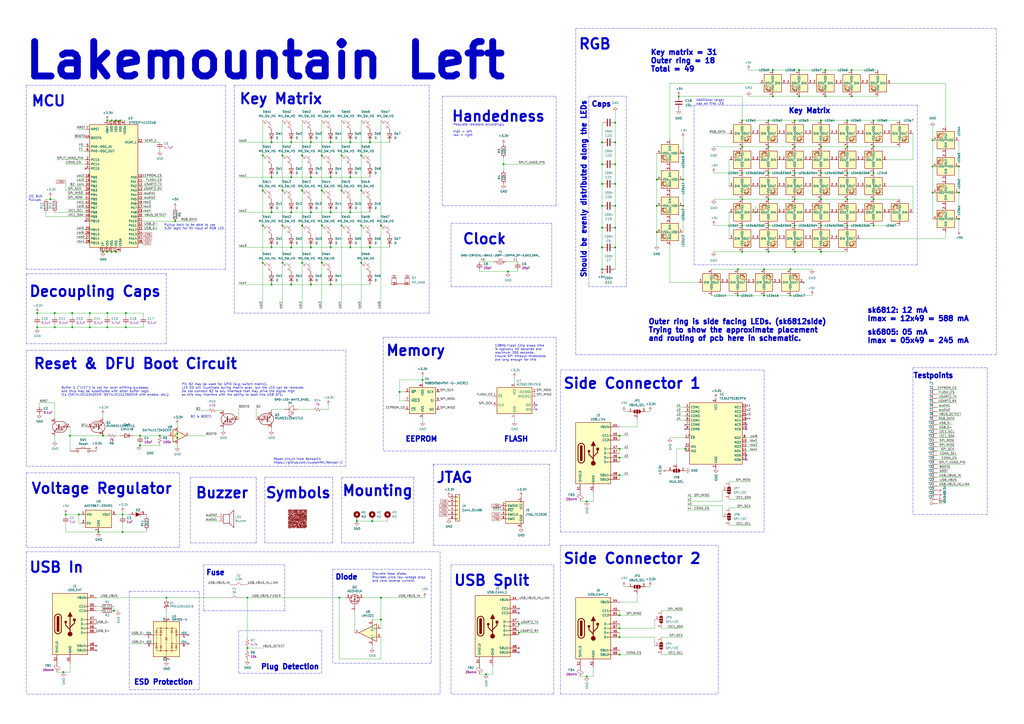
<source format=kicad_sch>
(kicad_sch (version 20211123) (generator eeschema)
  (paper "A2")
  (title_block (title "Lakemountain Left") (date "2023-01-29") (rev " 2") (company "Lakemountain"))
  (lib_symbols
    (symbol "Amplifier_Operational:LMV321" (pin_names (offset 0.127))
      (property "Reference" "U" (at 0 5.08 0))
      (property "Value" "LMV321" (at 0 -5.08 0))
      (symbol "LMV321_0_1"
        (pin power_in line (at -2.54 -7.62 90) (length 3.81) (name "V-") (number "2"))
        (pin power_in line (at -2.54 7.62 270) (length 3.81) (name "V+") (number "5"))
      )
      (symbol "LMV321_1_1"
        (pin input line (at -7.62 2.54 0) (length 2.54) (name "+") (number "1"))
        (pin input line (at -7.62 -2.54 0) (length 2.54) (name "-") (number "3"))
        (pin output line (at 7.62 0 180) (length 2.54) (name "~") (number "4"))
      )
    )
    (symbol "Analog_Switch:TS3A27518ERTW"
      (property "Reference" "U" (at -13.97 19.05 0))
      (property "Value" "TS3A27518ERTW" (at 8.89 19.05 0))
      (symbol "TS3A27518ERTW_1_1"
        (pin bidirectional line (at -17.78 15.24 0) (length 2.54) (name "COM1") (number "1"))
        (pin bidirectional line (at 17.78 -5.08 180) (length 2.54) (name "NO2") (number "10"))
        (pin input line (at -17.78 -10.16 0) (length 2.54) (name "IN2") (number "11"))
        (pin bidirectional line (at 17.78 -7.62 180) (length 2.54) (name "NO3") (number "12"))
        (pin bidirectional line (at 17.78 -15.24 180) (length 2.54) (name "NO6") (number "13"))
        (pin bidirectional line (at 17.78 -10.16 180) (length 2.54) (name "NO4") (number "14"))
        (pin bidirectional line (at 17.78 -12.7 180) (length 2.54) (name "NO5") (number "15"))
        (pin bidirectional line (at 17.78 5.08 180) (length 2.54) (name "NC5") (number "16"))
        (pin input line (at -17.78 -2.54 0) (length 2.54) (name "~{EN}") (number "17"))
        (pin bidirectional line (at 17.78 7.62 180) (length 2.54) (name "NC4") (number "18"))
        (pin bidirectional line (at 17.78 2.54 180) (length 2.54) (name "NC6") (number "19"))
        (pin power_in line (at 0 -20.32 90) (length 2.54) (name "GND") (number "2"))
        (pin bidirectional line (at 17.78 10.16 180) (length 2.54) (name "NC3") (number "20"))
        (pin input line (at -17.78 -7.62 0) (length 2.54) (name "IN1") (number "21"))
        (pin bidirectional line (at 17.78 12.7 180) (length 2.54) (name "NC2") (number "22"))
        (pin bidirectional line (at 17.78 15.24 180) (length 2.54) (name "NC1") (number "23"))
        (pin no_connect line (at -15.24 -15.24 0) (length 2.54) hide (name "N.C.") (number "24"))
        (pin passive line (at 0 -20.32 90) (length 2.54) hide (name "GND") (number "25"))
        (pin bidirectional line (at -17.78 12.7 0) (length 2.54) (name "COM2") (number "3"))
        (pin bidirectional line (at -17.78 10.16 0) (length 2.54) (name "COM3") (number "4"))
        (pin power_in line (at 0 20.32 270) (length 2.54) (name "VCC") (number "5"))
        (pin bidirectional line (at -17.78 7.62 0) (length 2.54) (name "COM4") (number "6"))
        (pin bidirectional line (at -17.78 5.08 0) (length 2.54) (name "COM5") (number "7"))
        (pin bidirectional line (at 17.78 -2.54 180) (length 2.54) (name "NO1") (number "8"))
        (pin bidirectional line (at -17.78 2.54 0) (length 2.54) (name "COM6") (number "9"))
      )
    )
    (symbol "Bonsai_C4:AAP2967-33VIR1"
      (property "Reference" "U" (at -7.62 8.89 0))
      (property "Value" "AAP2967-33VIR1" (at -7.62 6.35 0))
      (symbol "AAP2967-33VIR1_1_1"
        (pin power_in line (at -10.16 2.54 0) (length 2.54) (name "VIN") (number "1"))
        (pin power_in line (at 0 -7.62 90) (length 2.54) (name "GND") (number "2"))
        (pin input line (at -10.16 -2.54 0) (length 2.54) (name "EN") (number "3"))
        (pin no_connect line (at 7.62 -2.54 180) (length 2.54) hide (name "NC") (number "4"))
        (pin power_out line (at 10.16 2.54 180) (length 2.54) (name "VOUT") (number "5"))
      )
    )
    (symbol "Bonsai_C4:MB85RS64PNF-G-JNERE1" (pin_names (offset 1.016))
      (property "Reference" "U" (at -5.08 8.89 0))
      (property "Value" "MB85RS64PNF-G-JNERE1" (at 13.97 -10.16 0))
      (symbol "MB85RS64PNF-G-JNERE1_1_1"
        (pin input line (at -10.16 -5.08 0) (length 2.54) (name "~{CS}") (number "1"))
        (pin output line (at 10.16 -5.08 180) (length 2.54) (name "SO") (number "2"))
        (pin input line (at -10.16 5.08 0) (length 2.54) (name "~{WP}") (number "3"))
        (pin power_in line (at 0 -10.16 90) (length 2.54) (name "VSS") (number "4"))
        (pin bidirectional line (at 10.16 0 180) (length 2.54) (name "SI") (number "5"))
        (pin input line (at 10.16 5.08 180) (length 2.54) (name "SCK") (number "6"))
        (pin input line (at -10.16 0 0) (length 2.54) (name "~{HOLD}") (number "7"))
        (pin power_in line (at 0 10.16 270) (length 2.54) (name "VDD") (number "8"))
      )
    )
    (symbol "Bonsai_C4:MUN5311DW1T1G" (pin_names (offset 0) hide)
      (property "Reference" "Q" (at 7.62 1.905 0))
      (property "Value" "MUN5311DW1T1G" (at 2.54 5.08 0))
      (symbol "MUN5311DW1T1G_0_0"
        (text "47k" (at 4.699 -1.524 900) (effects (font (size 0.508 0.508))))
        (text "4k7" (at 5.461 0.889 0) (effects (font (size 0.508 0.508))))
      )
      (symbol "MUN5311DW1T1G_1_1"
        (text "47k" (at 23.241 1.524 900) (effects (font (size 0.508 0.508))))
        (text "4k7" (at 22.098 -0.889 0) (effects (font (size 0.508 0.508))))
        (pin passive line (at 27.94 5.08 270) (length 2.54) (name "E") (number "1"))
        (pin input line (at 19.05 0 0) (length 2.54) (name "B") (number "2"))
        (pin passive line (at 0 5.08 270) (length 2.54) (name "C") (number "3"))
        (pin passive line (at 0 -5.08 90) (length 2.54) (name "E") (number "4"))
        (pin input line (at 8.89 0 180) (length 2.54) (name "5") (number "5"))
        (pin passive line (at 27.94 -5.08 90) (length 2.54) (name "C") (number "6"))
      )
    )
    (symbol "Bonsai_C4:PMEG2010AEB" (pin_numbers hide) (pin_names (offset 1.016) hide)
      (property "Reference" "D" (at 0 2.54 0))
      (property "Value" "PMEG2010AEB" (at 0 -2.54 0))
      (symbol "PMEG2010AEB_1_1"
        (pin passive line (at -3.81 0 0) (length 2.54) (name "K") (number "1"))
        (pin passive line (at 3.81 0 180) (length 2.54) (name "A") (number "2"))
      )
    )
    (symbol "Bonsai_C4:SMD-CRYSTAL-8MHZ-20PF-10PPM_2P-5.0X3.2MM_" (pin_numbers hide) (pin_names (offset 1.016) hide)
      (property "Reference" "Y" (at -2.54 2.54 0))
      (property "Value" "SMD-CRYSTAL-8MHZ-20PF-10PPM_2P-5.0X3.2MM_" (at -2.54 -3.81 0))
      (symbol "SMD-CRYSTAL-8MHZ-20PF-10PPM_2P-5.0X3.2MM__1_0"
        (text "1" (at -1.8288 -0.7874 0) (effects (font (size 0.6858 0.6858))))
        (text "2" (at 1.8542 -0.7874 0) (effects (font (size 0.6858 0.6858))))
      )
      (symbol "SMD-CRYSTAL-8MHZ-20PF-10PPM_2P-5.0X3.2MM__1_1"
        (pin passive line (at -3.81 0 0) (length 2.54) (name "1") (number "1"))
        (pin passive line (at 3.81 0 180) (length 2.54) (name "2") (number "2"))
      )
    )
    (symbol "Bonsai_C4:SMD-LED-WHITE_0402_" (pin_numbers hide) (pin_names (offset 1.016) hide)
      (property "Reference" "D" (at -7.62 1.27 0))
      (property "Value" "SMD-LED-WHITE_0402_" (at -5.08 -5.08 0))
      (symbol "SMD-LED-WHITE_0402__1_1"
        (pin passive line (at -3.81 0 0) (length 2.54) (name "+") (number "+"))
        (pin passive line (at 3.81 0 180) (length 2.54) (name "-") (number "-"))
      )
    )
    (symbol "Bonsai_C4:SMD-PPTC-500MA_0805_" (pin_numbers hide) (pin_names (offset 1.016) hide)
      (property "Reference" "F" (at -3.81 2.54 0))
      (property "Value" "SMD-PPTC-500MA_0805_" (at -3.81 -2.54 0))
      (symbol "SMD-PPTC-500MA_0805__1_1"
        (pin bidirectional line (at -5.08 0 0) (length 2.54) (name "1") (number "1"))
        (pin bidirectional line (at 5.08 0 180) (length 2.54) (name "2") (number "2"))
      )
    )
    (symbol "Bonsai_C4:SN74LV1T34DCKR"
      (property "Reference" "U" (at -2.54 5.08 0))
      (property "Value" "SN74LV1T34DCKR" (at 10.16 5.08 0))
      (property "LCSC" "C78541" (at 0 0 0))
      (symbol "SN74LV1T34DCKR_1_1"
        (pin no_connect line (at 5.08 0 180) (length 2.54) hide (name "NC") (number "1"))
        (pin input line (at -5.08 0 0) (length 2.54) (name "~") (number "2"))
        (pin power_in line (at 0 -5.08 90) (length 2.54) (name "GND") (number "3"))
        (pin output line (at 6.35 0 180) (length 1.27) (name "~") (number "4"))
        (pin power_in line (at 0 5.08 270) (length 2.54) (name "VCC") (number "5"))
      )
    )
    (symbol "Bonsai_C4:SRV05-4" (pin_names (offset 0))
      (property "Reference" "U" (at -5.08 11.43 0))
      (property "Value" "SRV05-4" (at 2.54 11.43 0))
      (symbol "SRV05-4_1_1"
        (pin passive line (at -12.7 2.54 0) (length 5.08) (name "IO1") (number "1"))
        (pin passive line (at 0 -12.7 90) (length 2.54) (name "VN") (number "2"))
        (pin passive line (at -12.7 -2.54 0) (length 5.08) (name "IO2") (number "3"))
        (pin passive line (at 12.7 2.54 180) (length 5.08) (name "IO3") (number "4"))
        (pin passive line (at 0 12.7 270) (length 2.54) (name "VP") (number "5"))
        (pin passive line (at 12.7 -2.54 180) (length 5.08) (name "IO4") (number "6"))
      )
    )
    (symbol "Bonsai_C4:STM32F411CEU6"
      (property "Reference" "U" (at -15.24 36.83 0))
      (property "Value" "STM32F411CEU6" (at 7.62 36.83 0))
      (symbol "STM32F411CEU6_1_1"
        (pin power_in line (at -5.08 38.1 270) (length 2.54) (name "VBAT") (number "1"))
        (pin bidirectional line (at 15.24 5.08 180) (length 2.54) (name "PA0") (number "10"))
        (pin bidirectional line (at 15.24 2.54 180) (length 2.54) (name "PA1") (number "11"))
        (pin bidirectional line (at 15.24 0 180) (length 2.54) (name "PA2") (number "12"))
        (pin bidirectional line (at 15.24 -2.54 180) (length 2.54) (name "PA3") (number "13"))
        (pin bidirectional line (at 15.24 -5.08 180) (length 2.54) (name "PA4") (number "14"))
        (pin bidirectional line (at 15.24 -7.62 180) (length 2.54) (name "PA5") (number "15"))
        (pin bidirectional line (at 15.24 -10.16 180) (length 2.54) (name "PA6") (number "16"))
        (pin bidirectional line (at 15.24 -12.7 180) (length 2.54) (name "PA7") (number "17"))
        (pin bidirectional line (at -17.78 5.08 0) (length 2.54) (name "PB0") (number "18"))
        (pin bidirectional line (at -17.78 2.54 0) (length 2.54) (name "PB1") (number "19"))
        (pin bidirectional line (at -17.78 15.24 0) (length 2.54) (name "PC13") (number "2"))
        (pin bidirectional line (at -17.78 0 0) (length 2.54) (name "PB2") (number "20"))
        (pin bidirectional line (at -17.78 -20.32 0) (length 2.54) (name "PB10") (number "21"))
        (pin bidirectional line (at 15.24 25.4 180) (length 2.54) (name "VCAP_1") (number "22"))
        (pin power_in line (at -5.08 -38.1 90) (length 2.54) (name "VSS") (number "23"))
        (pin power_in line (at -2.54 38.1 270) (length 2.54) (name "VDD") (number "24"))
        (pin bidirectional line (at -17.78 -25.4 0) (length 2.54) (name "PB12") (number "25"))
        (pin bidirectional line (at -17.78 -27.94 0) (length 2.54) (name "PB13") (number "26"))
        (pin bidirectional line (at -17.78 -30.48 0) (length 2.54) (name "PB14") (number "27"))
        (pin bidirectional line (at -17.78 -33.02 0) (length 2.54) (name "PB15") (number "28"))
        (pin bidirectional line (at 15.24 -15.24 180) (length 2.54) (name "PA8") (number "29"))
        (pin bidirectional line (at -17.78 12.7 0) (length 2.54) (name "PC14") (number "3"))
        (pin bidirectional line (at 15.24 -17.78 180) (length 2.54) (name "PA9") (number "30"))
        (pin bidirectional line (at 15.24 -20.32 180) (length 2.54) (name "PA10") (number "31"))
        (pin bidirectional line (at 15.24 -22.86 180) (length 2.54) (name "PA11") (number "32"))
        (pin bidirectional line (at 15.24 -25.4 180) (length 2.54) (name "PA12") (number "33"))
        (pin bidirectional line (at 15.24 -27.94 180) (length 2.54) (name "PA13") (number "34"))
        (pin power_in line (at -2.54 -38.1 90) (length 2.54) (name "VSS") (number "35"))
        (pin power_in line (at 0 38.1 270) (length 2.54) (name "VDD") (number "36"))
        (pin bidirectional line (at 15.24 -30.48 180) (length 2.54) (name "PA14") (number "37"))
        (pin bidirectional line (at 15.24 -33.02 180) (length 2.54) (name "PA15") (number "38"))
        (pin bidirectional line (at -17.78 -2.54 0) (length 2.54) (name "PB3") (number "39"))
        (pin bidirectional line (at -17.78 10.16 0) (length 2.54) (name "PC15") (number "4"))
        (pin bidirectional line (at -17.78 -5.08 0) (length 2.54) (name "PB4") (number "40"))
        (pin bidirectional line (at -17.78 -7.62 0) (length 2.54) (name "PB5") (number "41"))
        (pin bidirectional line (at -17.78 -10.16 0) (length 2.54) (name "PB6") (number "42"))
        (pin bidirectional line (at -17.78 -12.7 0) (length 2.54) (name "PB7") (number "43"))
        (pin input line (at -17.78 27.94 0) (length 2.54) (name "BOOT0") (number "44"))
        (pin bidirectional line (at -17.78 -15.24 0) (length 2.54) (name "PB8") (number "45"))
        (pin bidirectional line (at -17.78 -17.78 0) (length 2.54) (name "PB9") (number "46"))
        (pin power_in line (at 0 -38.1 90) (length 2.54) (name "VSS") (number "47"))
        (pin power_in line (at 2.54 38.1 270) (length 2.54) (name "VDD") (number "48"))
        (pin power_in line (at -7.62 -38.1 90) (length 2.54) (name "EP") (number "49"))
        (pin input line (at -17.78 22.86 0) (length 2.54) (name "PH0-OSC_IN") (number "5"))
        (pin input line (at -17.78 20.32 0) (length 2.54) (name "PH0-OSC_OUT") (number "6"))
        (pin input line (at -17.78 33.02 0) (length 2.54) (name "NRST") (number "7"))
        (pin power_in line (at 2.54 -38.1 90) (length 2.54) (name "VSSA") (number "8"))
        (pin power_in line (at 5.08 38.1 270) (length 2.54) (name "VDDA") (number "9"))
      )
    )
    (symbol "Bonsai_C4:W25Q128JVSIQ"
      (property "Reference" "U" (at -8.89 8.89 0))
      (property "Value" "W25Q128JVSIQ" (at 7.62 8.89 0))
      (symbol "W25Q128JVSIQ_1_1"
        (pin input line (at -12.7 2.54 0) (length 2.54) (name "~{CS}") (number "1"))
        (pin bidirectional line (at 12.7 2.54 180) (length 2.54) (name "DO(IO1)") (number "2"))
        (pin bidirectional line (at 12.7 -2.54 180) (length 2.54) (name "IO2") (number "3"))
        (pin power_in line (at 0 -10.16 90) (length 2.54) (name "GND") (number "4"))
        (pin bidirectional line (at 12.7 5.08 180) (length 2.54) (name "DI(IO0)") (number "5"))
        (pin input line (at -12.7 -2.54 0) (length 2.54) (name "CLK") (number "6"))
        (pin bidirectional line (at 12.7 -5.08 180) (length 2.54) (name "IO3") (number "7"))
        (pin power_in line (at 0 10.16 270) (length 2.54) (name "VCC") (number "8"))
      )
    )
    (symbol "Bonsai_C4:cap_100nF_16v_0402" (pin_numbers hide) (pin_names (offset 0.254) hide)
      (property "Reference" "C" (at 0.254 1.143 0))
      (property "Display value" "0.1uF" (at -3.81 -2.54 0))
      (symbol "cap_100nF_16v_0402_1_1"
        (pin passive line (at 0 1.27 270) (length 1.27) (name "~") (number "1"))
        (pin passive line (at 0 -2.54 90) (length 1.27) (name "~") (number "2"))
      )
    )
    (symbol "Bonsai_C4:cap_10uF_10v_0402" (pin_numbers hide) (pin_names (offset 0.254) hide)
      (property "Reference" "C" (at 0.254 1.143 0))
      (property "Display value" "10uF" (at -3.81 -2.54 0))
      (symbol "cap_10uF_10v_0402_1_1"
        (pin passive line (at 0 1.27 270) (length 1.27) (name "~") (number "1"))
        (pin passive line (at 0 -2.54 90) (length 1.27) (name "~") (number "2"))
      )
    )
    (symbol "Bonsai_C4:cap_1uF_10v_0402" (pin_numbers hide) (pin_names (offset 0.254) hide)
      (property "Reference" "C" (at 0.254 1.143 0))
      (property "Display value" "1uF" (at -3.81 -2.54 0))
      (symbol "cap_1uF_10v_0402_1_1"
        (pin passive line (at 0 1.27 270) (length 1.27) (name "~") (number "1"))
        (pin passive line (at 0 -2.54 90) (length 1.27) (name "~") (number "2"))
      )
    )
    (symbol "Bonsai_C4:cap_20pF_50v_0402" (pin_numbers hide) (pin_names (offset 0.254) hide)
      (property "Reference" "C" (at 0.254 1.143 0))
      (property "Display value" "20pF" (at -3.81 -2.54 0))
      (symbol "cap_20pF_50v_0402_1_1"
        (pin passive line (at 0 1.27 270) (length 1.27) (name "~") (number "1"))
        (pin passive line (at 0 -2.54 90) (length 1.27) (name "~") (number "2"))
      )
    )
    (symbol "Bonsai_C4:cap_4.7uF_10v_0402" (pin_numbers hide) (pin_names (offset 0.254) hide)
      (property "Reference" "C" (at 0.254 1.143 0))
      (property "Display value" "4.7uF" (at -3.81 -2.54 0))
      (symbol "cap_4.7uF_10v_0402_1_1"
        (pin passive line (at 0 1.27 270) (length 1.27) (name "~") (number "1"))
        (pin passive line (at 0 -2.54 90) (length 1.27) (name "~") (number "2"))
      )
    )
    (symbol "Bonsai_C4:fb_0402_26ohm" (pin_numbers hide) (pin_names (offset 0))
      (property "Reference" "FB" (at -6.35 1.27 0))
      (property "Display value" "26ohm" (at -6.35 -1.905 0))
      (symbol "fb_0402_26ohm_1_1"
        (pin passive line (at 0 2.54 270) (length 1.27) (name "~") (number "1"))
        (pin passive line (at 0 -2.54 90) (length 1.27) (name "~") (number "2"))
      )
    )
    (symbol "Bonsai_C4:r_100k_0402_1p" (pin_numbers hide) (pin_names (offset 0.254) hide)
      (property "Reference" "R" (at 0.762 0.508 0))
      (property "Display value" "100k" (at -3.81 -0.635 0))
      (symbol "r_100k_0402_1p_1_1"
        (pin passive line (at 0 2.54 270) (length 1.016) (name "~") (number "1"))
        (pin passive line (at 0 -2.54 90) (length 1.016) (name "~") (number "2"))
      )
    )
    (symbol "Bonsai_C4:r_10k_0402_1p" (pin_numbers hide) (pin_names (offset 0.254) hide)
      (property "Reference" "R" (at 0.762 0.508 0))
      (property "Display value" "10k" (at -3.81 -0.635 0))
      (symbol "r_10k_0402_1p_1_1"
        (pin passive line (at 0 2.54 270) (length 1.016) (name "~") (number "1"))
        (pin passive line (at 0 -2.54 90) (length 1.016) (name "~") (number "2"))
      )
    )
    (symbol "Bonsai_C4:r_4.7k_0402_1p" (pin_numbers hide) (pin_names (offset 0.254) hide)
      (property "Reference" "R" (at 0.762 0.508 0))
      (property "Display value" "4.7k" (at -3.81 -0.635 0))
      (symbol "r_4.7k_0402_1p_1_1"
        (pin passive line (at 0 2.54 270) (length 1.016) (name "~") (number "1"))
        (pin passive line (at 0 -2.54 90) (length 1.016) (name "~") (number "2"))
      )
    )
    (symbol "Bonsai_C4:r_470_0402_1p" (pin_numbers hide) (pin_names (offset 0.254) hide)
      (property "Reference" "R" (at 0.762 0.508 0))
      (property "Display value" "470" (at -3.81 -0.635 0))
      (symbol "r_470_0402_1p_1_1"
        (pin passive line (at 0 2.54 270) (length 1.016) (name "~") (number "1"))
        (pin passive line (at 0 -2.54 90) (length 1.016) (name "~") (number "2"))
      )
    )
    (symbol "Bonsai_C4:r_75_0402_1p" (pin_numbers hide) (pin_names (offset 0.254) hide)
      (property "Reference" "R" (at 0.762 0.508 0))
      (property "Display value" "75" (at -3.81 -0.635 0))
      (symbol "r_75_0402_1p_1_1"
        (pin passive line (at 0 2.54 270) (length 1.016) (name "~") (number "1"))
        (pin passive line (at 0 -2.54 90) (length 1.016) (name "~") (number "2"))
      )
    )
    (symbol "Connector:TestPoint" (pin_numbers hide) (pin_names (offset 0.762) hide)
      (property "Reference" "TP" (at 0 6.858 0))
      (property "Value" "TestPoint" (at 0 5.08 0))
      (symbol "TestPoint_1_1"
        (pin passive line (at 0 0 90) (length 2.54) (name "1") (number "1"))
      )
    )
    (symbol "Connector_Generic:Conn_01x06" (pin_names (offset 1.016) hide)
      (property "Reference" "J" (at 0 7.62 0))
      (property "Value" "Conn_01x06" (at 0 -10.16 0))
      (symbol "Conn_01x06_1_1"
        (pin passive line (at -5.08 5.08 0) (length 3.81) (name "Pin_1") (number "1"))
        (pin passive line (at -5.08 2.54 0) (length 3.81) (name "Pin_2") (number "2"))
        (pin passive line (at -5.08 0 0) (length 3.81) (name "Pin_3") (number "3"))
        (pin passive line (at -5.08 -2.54 0) (length 3.81) (name "Pin_4") (number "4"))
        (pin passive line (at -5.08 -5.08 0) (length 3.81) (name "Pin_5") (number "5"))
        (pin passive line (at -5.08 -7.62 0) (length 3.81) (name "Pin_6") (number "6"))
      )
    )
    (symbol "Device:C" (pin_numbers hide) (pin_names (offset 0.254))
      (property "Reference" "C" (at 0.635 2.54 0))
      (property "Value" "C" (at 0.635 -2.54 0))
      (symbol "C_1_1"
        (pin passive line (at 0 3.81 270) (length 2.794) (name "~") (number "1"))
        (pin passive line (at 0 -3.81 90) (length 2.794) (name "~") (number "2"))
      )
    )
    (symbol "Device:D" (pin_numbers hide) (pin_names (offset 1.016) hide)
      (property "Reference" "D" (at 0 2.54 0))
      (property "Value" "D" (at 0 -2.54 0))
      (symbol "D_1_1"
        (pin passive line (at -3.81 0 0) (length 2.54) (name "K") (number "1"))
        (pin passive line (at 3.81 0 180) (length 2.54) (name "A") (number "2"))
      )
    )
    (symbol "Jumper:SolderJumper_3_Open" (pin_names (offset 0) hide)
      (property "Reference" "JP" (at -2.54 -2.54 0))
      (property "Value" "SolderJumper_3_Open" (at 0 2.794 0))
      (symbol "SolderJumper_3_Open_1_1"
        (pin passive line (at -5.08 0 0) (length 2.54) (name "A") (number "1"))
        (pin passive line (at 0 -3.81 90) (length 2.54) (name "C") (number "2"))
        (pin passive line (at 5.08 0 180) (length 2.54) (name "B") (number "3"))
      )
    )
    (symbol "Mechanical:MountingHole_Pad" (pin_numbers hide) (pin_names (offset 1.016) hide)
      (property "Reference" "H" (at 0 6.35 0))
      (property "Value" "MountingHole_Pad" (at 0 4.445 0))
      (symbol "MountingHole_Pad_1_1"
        (pin input line (at 0 -2.54 90) (length 2.54) (name "1") (number "1"))
      )
    )
    (symbol "Symbols:LOGO" (pin_names (offset 1.016)))
    (symbol "Transistor_FET:AO3401A" (pin_names hide)
      (property "Reference" "Q" (at 5.08 1.905 0))
      (property "Value" "AO3401A" (at 5.08 0 0))
      (symbol "AO3401A_1_1"
        (pin input line (at -5.08 0 0) (length 2.54) (name "G") (number "1"))
        (pin passive line (at 2.54 -5.08 90) (length 2.54) (name "S") (number "2"))
        (pin passive line (at 2.54 5.08 270) (length 2.54) (name "D") (number "3"))
      )
    )
    (symbol "YAEMK:LED" (pin_names (offset 1.016) hide)
      (property "Reference" "D" (at 0 2.54 0))
      (property "Value" "LED" (at 0 -2.54 0))
      (symbol "LED_1_1"
        (pin passive line (at -5.08 0 0) (length 3.81) (name "A") (number "1"))
        (pin passive line (at 5.08 0 180) (length 3.81) (name "K") (number "2"))
      )
    )
    (symbol "keyboard-left-rescue:R-Device-keyboard-right-rescue" (pin_numbers hide) (pin_names (offset 0))
      (property "Reference" "R" (at 2.032 0 90))
      (property "Value" "R-Device-keyboard-right-rescue" (at 0 0 90))
      (symbol "R-Device-keyboard-right-rescue_1_1"
        (pin passive line (at 0 3.81 270) (length 1.27) (name "~") (number "1"))
        (pin passive line (at 0 -3.81 90) (length 1.27) (name "~") (number "2"))
      )
    )
    (symbol "keyboard-left-rescue:Speaker-Device-keyboard-right-rescue" (pin_names (offset 0) hide)
      (property "Reference" "LS" (at 1.27 5.715 0))
      (property "Value" "Speaker-Device-keyboard-right-rescue" (at 1.27 3.81 0))
      (symbol "Speaker-Device-keyboard-right-rescue_1_1"
        (pin input line (at -5.08 0 0) (length 2.54) (name "1") (number "1"))
        (pin input line (at -5.08 -2.54 0) (length 2.54) (name "2") (number "2"))
      )
    )
    (symbol "keyboard-left-rescue:USB_C_Receptacle_USB2.0-Connector-keyboard-right-rescue" (pin_names (offset 1.016))
      (property "Reference" "J" (at -10.16 19.05 0))
      (property "Value" "USB_C_Receptacle_USB2.0-Connector-keyboard-right-rescue" (at 19.05 19.05 0))
      (symbol "USB_C_Receptacle_USB2.0-Connector-keyboard-right-rescue_1_1"
        (pin power_in line (at 0 -22.86 90) (length 5.08) (name "GND") (number "A1"))
        (pin passive line (at 0 -22.86 90) (length 5.08) hide (name "GND") (number "A12"))
        (pin power_in line (at 15.24 15.24 180) (length 5.08) (name "VBUS") (number "A4"))
        (pin bidirectional line (at 15.24 10.16 180) (length 5.08) (name "CC1") (number "A5"))
        (pin bidirectional line (at 15.24 -2.54 180) (length 5.08) (name "D+") (number "A6"))
        (pin bidirectional line (at 15.24 2.54 180) (length 5.08) (name "D-") (number "A7"))
        (pin bidirectional line (at 15.24 -12.7 180) (length 5.08) (name "SBU1") (number "A8"))
        (pin passive line (at 15.24 15.24 180) (length 5.08) hide (name "VBUS") (number "A9"))
        (pin passive line (at 0 -22.86 90) (length 5.08) hide (name "GND") (number "B1"))
        (pin passive line (at 0 -22.86 90) (length 5.08) hide (name "GND") (number "B12"))
        (pin passive line (at 15.24 15.24 180) (length 5.08) hide (name "VBUS") (number "B4"))
        (pin bidirectional line (at 15.24 7.62 180) (length 5.08) (name "CC2") (number "B5"))
        (pin bidirectional line (at 15.24 -5.08 180) (length 5.08) (name "D+") (number "B6"))
        (pin bidirectional line (at 15.24 0 180) (length 5.08) (name "D-") (number "B7"))
        (pin bidirectional line (at 15.24 -15.24 180) (length 5.08) (name "SBU2") (number "B8"))
        (pin passive line (at 15.24 15.24 180) (length 5.08) hide (name "VBUS") (number "B9"))
        (pin passive line (at -7.62 -22.86 90) (length 5.08) (name "SHIELD") (number "S1"))
      )
    )
    (symbol "keyboard-mx:MX_SK6812MINI-E"
      (property "Reference" "LED" (at 2.54 -6.35 0))
      (property "Value" "MX_SK6812MINI-E" (at 10.16 6.35 0))
      (symbol "MX_SK6812MINI-E_0_0"
        (text "RGB" (at 2.286 -4.191 0) (effects (font (size 0.762 0.762))))
      )
      (symbol "MX_SK6812MINI-E_1_1"
        (pin power_in line (at 0 7.62 270) (length 2.54) (name "VDD") (number "1"))
        (pin output line (at 7.62 0 180) (length 2.54) (name "DOUT") (number "2"))
        (pin input line (at -7.62 0 0) (length 2.54) (name "DIN") (number "3"))
        (pin power_in line (at 0 -7.62 90) (length 2.54) (name "VSS") (number "4"))
      )
    )
    (symbol "keyboard-mx:MX_SW_HS" (pin_numbers hide) (pin_names (offset 1.016) hide)
      (property "Reference" "SW" (at 3.048 1.016 0))
      (property "Value" "MX_SW_HS" (at 0 -3.81 0))
      (symbol "MX_SW_HS_0_1"
        (pin passive line (at -2.54 2.54 0) (length 0) (name "1") (number "1"))
        (pin passive line (at 2.54 -2.54 180) (length 0) (name "2") (number "2"))
      )
    )
    (symbol "keyboard_parts:SW_PUSH" (pin_numbers hide) (pin_names (offset 1.016) hide)
      (property "Reference" "SW" (at 3.81 2.794 0))
      (property "Value" "SW_PUSH" (at 0 -2.032 0))
      (symbol "SW_PUSH_0_1"
        (pin passive inverted (at -7.62 0 0) (length 5.08) (name "1") (number "1"))
        (pin passive inverted (at 7.62 0 180) (length 5.08) (name "2") (number "2"))
      )
    )
    (symbol "marbastlib-mx:MX_stab" (pin_names (offset 1.016))
      (property "Reference" "S" (at -5.08 6.35 0))
      (property "Value" "MX_stab" (at -5.08 3.81 0))
    )
    (symbol "marbastlib-various:JTAG_TC2030" (pin_names (offset 1.016))
      (property "Reference" "J" (at -3.81 -6.35 0))
      (property "Value" "JTAG_TC2030" (at -10.16 8.89 0))
      (symbol "JTAG_TC2030_1_1"
        (pin passive line (at 5.08 10.16 270) (length 2.54) (name "VCC") (number "1"))
        (pin passive line (at -6.35 5.08 0) (length 2.54) (name "SWDIO") (number "2"))
        (pin passive line (at -6.35 2.54 0) (length 2.54) (name "~{RST}") (number "3"))
        (pin passive line (at -6.35 0 0) (length 2.54) (name "SWCLK") (number "4"))
        (pin passive line (at 5.08 -7.62 90) (length 2.54) (name "GND") (number "5"))
        (pin passive line (at -6.35 -2.54 0) (length 2.54) (name "SWO") (number "6"))
      )
    )
    (symbol "power:+3.3V" (power) (pin_names (offset 0))
      (property "Value" "+3.3V" (at 0 3.556 0))
      (symbol "+3.3V_1_1"
        (pin power_in line (at 0 0 90) (length 0) hide (name "+3.3V") (number "1"))
      )
    )
    (symbol "power:+5V" (power) (pin_names (offset 0))
      (property "Value" "+5V" (at 0 3.556 0))
      (symbol "+5V_1_1"
        (pin power_in line (at 0 0 90) (length 0) hide (name "+5V") (number "1"))
      )
    )
    (symbol "power:GND" (power) (pin_names (offset 0))
      (property "Value" "GND" (at 0 -3.81 0))
      (symbol "GND_1_1"
        (pin power_in line (at 0 0 270) (length 0) hide (name "GND") (number "1"))
      )
    )
  )
  (junction (at 152.4 110.49))
  (junction (at 69.85 69.85))
  (junction (at 57.15 308.61))
  (junction (at 356.87 71.12))
  (junction (at 300.99 367.03))
  (junction (at 92.71 252.73))
  (junction (at 180.34 123.19))
  (junction (at 356.87 132.08))
  (junction (at 494.03 40.64))
  (junction (at 506.73 130.81))
  (junction (at 67.31 146.05))
  (junction (at 157.48 123.19))
  (junction (at 207.01 302.26))
  (junction (at 186.69 110.49))
  (junction (at 64.77 69.85))
  (junction (at 396.24 104.14))
  (junction (at 445.77 100.33))
  (junction (at 349.25 82.55))
  (junction (at 541.02 81.28))
  (junction (at 198.12 130.81))
  (junction (at 461.01 146.05))
  (junction (at 427.99 171.45))
  (junction (at 29.21 115.57))
  (junction (at 506.73 69.85))
  (junction (at 73.025 189.865))
  (junction (at 157.48 102.87))
  (junction (at 445.77 130.81))
  (junction (at 21.59 181.61))
  (junction (at 152.4 152.4))
  (junction (at 349.25 143.51))
  (junction (at 445.77 85.09))
  (junction (at 349.25 95.25))
  (junction (at 21.59 189.865))
  (junction (at 168.91 143.51))
  (junction (at 491.49 85.09))
  (junction (at 175.26 152.4))
  (junction (at 445.77 115.57))
  (junction (at 458.47 156.21))
  (junction (at 180.34 82.55))
  (junction (at 448.31 55.88))
  (junction (at 186.69 152.4))
  (junction (at 96.52 346.71))
  (junction (at 430.53 69.85))
  (junction (at 476.25 115.57))
  (junction (at 443.23 171.45))
  (junction (at 427.99 156.21))
  (junction (at 175.26 110.49))
  (junction (at 81.28 258.445))
  (junction (at 220.98 359.41))
  (junction (at 396.24 119.38))
  (junction (at 163.83 130.81))
  (junction (at 71.12 298.45))
  (junction (at 281.94 391.16))
  (junction (at 191.77 82.55))
  (junction (at 157.48 165.1))
  (junction (at 506.73 100.33))
  (junction (at 81.28 252.73))
  (junction (at 152.4 130.81))
  (junction (at 175.26 90.17))
  (junction (at 143.51 375.92))
  (junction (at 461.01 85.09))
  (junction (at 356.87 143.51))
  (junction (at 448.31 40.64))
  (junction (at 438.15 123.19))
  (junction (at 359.41 252.73))
  (junction (at 73.025 181.61))
  (junction (at 168.91 82.55))
  (junction (at 430.53 146.05))
  (junction (at 38.1 298.45))
  (junction (at 175.26 130.81))
  (junction (at 359.41 275.59))
  (junction (at 359.41 265.43))
  (junction (at 393.7 55.88))
  (junction (at 163.83 110.49))
  (junction (at 381 119.38))
  (junction (at 203.2 102.87))
  (junction (at 31.75 181.61))
  (junction (at 31.75 189.865))
  (junction (at 445.77 146.05))
  (junction (at 203.2 123.19))
  (junction (at 359.41 356.87))
  (junction (at 478.79 40.64))
  (junction (at 209.55 152.4))
  (junction (at 349.25 106.68))
  (junction (at 556.26 96.52))
  (junction (at 191.77 102.87))
  (junction (at 506.73 85.09))
  (junction (at 62.23 69.85))
  (junction (at 157.48 82.55))
  (junction (at 381 104.14))
  (junction (at 430.53 130.81))
  (junction (at 463.55 40.64))
  (junction (at 476.25 85.09))
  (junction (at 458.47 171.45))
  (junction (at 66.04 354.33))
  (junction (at 168.91 123.19))
  (junction (at 340.36 392.43))
  (junction (at 356.87 119.38))
  (junction (at 203.2 143.51))
  (junction (at 186.69 130.81))
  (junction (at 180.34 143.51))
  (junction (at 397.51 260.35))
  (junction (at 292.1 95.25))
  (junction (at 245.11 220.345))
  (junction (at 191.77 143.51))
  (junction (at 231.775 227.33))
  (junction (at 349.25 132.08))
  (junction (at 356.87 106.68))
  (junction (at 461.01 130.81))
  (junction (at 491.49 100.33))
  (junction (at 36.83 389.89))
  (junction (at 52.07 189.865))
  (junction (at 45.72 298.45))
  (junction (at 40.64 252.73))
  (junction (at 461.01 69.85))
  (junction (at 163.83 152.4))
  (junction (at 491.49 69.85))
  (junction (at 356.87 82.55))
  (junction (at 294.64 157.48))
  (junction (at 64.77 146.05))
  (junction (at 52.07 181.61))
  (junction (at 168.91 102.87))
  (junction (at 62.23 146.05))
  (junction (at 214.63 143.51))
  (junction (at 443.23 156.21))
  (junction (at 356.87 95.25))
  (junction (at 476.25 100.33))
  (junction (at 556.26 111.76))
  (junction (at 349.25 156.21))
  (junction (at 191.77 165.1))
  (junction (at 359.41 260.35))
  (junction (at 209.55 90.17))
  (junction (at 461.01 100.33))
  (junction (at 491.49 130.81))
  (junction (at 62.23 189.865))
  (junction (at 198.12 110.49))
  (junction (at 59.69 252.73))
  (junction (at 349.25 119.38))
  (junction (at 359.41 369.57))
  (junction (at 157.48 143.51))
  (junction (at 71.12 308.61))
  (junction (at 62.23 181.61))
  (junction (at 541.02 96.52))
  (junction (at 67.31 69.85))
  (junction (at 463.55 55.88))
  (junction (at 461.01 115.57))
  (junction (at 209.55 110.49))
  (junction (at 506.73 115.57))
  (junction (at 198.12 90.17))
  (junction (at 101.6 128.27))
  (junction (at 180.34 165.1))
  (junction (at 220.98 346.71))
  (junction (at 196.85 346.71))
  (junction (at 478.79 55.88))
  (junction (at 209.55 130.81))
  (junction (at 168.91 165.1))
  (junction (at 163.83 90.17))
  (junction (at 359.41 379.73))
  (junction (at 396.24 88.9))
  (junction (at 41.91 181.61))
  (junction (at 215.9 302.26))
  (junction (at 476.25 130.81))
  (junction (at 340.36 290.83))
  (junction (at 41.91 189.865))
  (junction (at 203.2 82.55))
  (junction (at 220.98 130.81))
  (junction (at 214.63 82.55))
  (junction (at 186.69 90.17))
  (junction (at 491.49 115.57))
  (junction (at 430.53 100.33))
  (junction (at 359.41 364.49))
  (junction (at 143.51 346.71))
  (junction (at 556.26 127))
  (junction (at 152.4 90.17))
  (junction (at 445.77 69.85))
  (junction (at 180.34 102.87))
  (junction (at 191.77 123.19))
  (junction (at 300.99 361.95))
  (junction (at 381 134.62))
  (junction (at 430.53 115.57))
  (junction (at 59.69 146.05))
  (junction (at 476.25 69.85))
  (junction (at 430.53 85.09))
  (junction (at 541.02 111.76))
  (junction (at 494.03 55.88))
  (junction (at 476.25 146.05))
  (no_connect (at 55.88 374.65))
  (no_connect (at 49.53 128.27))
  (no_connect (at 311.15 234.95))
  (no_connect (at 300.99 355.6))
  (no_connect (at 300.99 353.06))
  (no_connect (at 300.99 378.46))
  (no_connect (at 55.88 377.19))
  (no_connect (at 109.22 368.3))
  (no_connect (at 433.07 248.92))
  (no_connect (at 109.22 373.38))
  (no_connect (at 397.51 246.38))
  (no_connect (at 49.53 97.79))
  (no_connect (at 311.15 237.49))
  (no_connect (at 397.51 248.92))
  (no_connect (at 433.07 264.16))
  (no_connect (at 300.99 375.92))
  (no_connect (at 433.07 246.38))
  (no_connect (at 433.07 266.7))
  (no_connect (at 466.09 163.83))
  (polyline (pts (xy 115.57 400.05) (xy 115.57 342.9)))
  (wire (pts (xy 82.55 133.35) (xy 91.44 133.35)))
  (wire (pts (xy 38.1 298.45) (xy 45.72 298.45)))
  (wire (pts (xy 175.26 130.81) (xy 175.26 152.4)))
  (wire (pts (xy 392.43 260.35) (xy 397.51 260.35)))
  (wire (pts (xy 40.64 384.81) (xy 40.64 389.89)))
  (wire (pts (xy 55.88 346.71) (xy 96.52 346.71)))
  (wire (pts (xy 96.52 346.71) (xy 130.81 346.71)))
  (wire (pts (xy 440.69 48.26) (xy 388.62 48.26)))
  (wire (pts (xy 85.09 308.61) (xy 71.12 308.61)))
  (wire (pts (xy 198.12 110.49) (xy 198.12 130.81)))
  (wire (pts (xy 220.98 346.71) (xy 246.38 346.71)))
  (wire (pts (xy 529.59 107.95) (xy 529.59 123.19)))
  (wire (pts (xy 81.28 253.365) (xy 81.28 252.73)))
  (wire (pts (xy 361.95 340.36) (xy 364.49 340.36)))
  (wire (pts (xy 414.02 146.05) (xy 430.53 146.05)))
  (wire (pts (xy 52.07 187.96) (xy 52.07 189.865)))
  (wire (pts (xy 21.59 181.61) (xy 31.75 181.61)))
  (wire (pts (xy 31.75 189.865) (xy 41.91 189.865)))
  (wire (pts (xy 29.21 114.3) (xy 29.21 115.57)))
  (wire (pts (xy 543.56 243.84) (xy 553.72 243.84)))
  (wire (pts (xy 369.57 242.57) (xy 369.57 247.65)))
  (wire (pts (xy 543.56 281.94) (xy 562.61 281.94)))
  (wire (pts (xy 478.79 40.64) (xy 494.03 40.64)))
  (wire (pts (xy 52.07 181.61) (xy 62.23 181.61)))
  (polyline (pts (xy 325.12 214.63) (xy 443.23 214.63)))
  (wire (pts (xy 541.02 96.52) (xy 541.02 111.76)))
  (wire (pts (xy 349.25 119.38) (xy 349.25 106.68)))
  (wire (pts (xy 191.77 102.87) (xy 203.2 102.87)))
  (wire (pts (xy 349.25 132.08) (xy 349.25 119.38)))
  (polyline (pts (xy 148.59 314.96) (xy 110.49 314.96)))
  (wire (pts (xy 62.23 146.05) (xy 64.77 146.05)))
  (wire (pts (xy 168.91 82.55) (xy 180.34 82.55)))
  (wire (pts (xy 83.185 187.96) (xy 83.185 189.865)))
  (wire (pts (xy 476.25 130.81) (xy 491.49 130.81)))
  (wire (pts (xy 175.26 110.49) (xy 175.26 130.81)))
  (polyline (pts (xy 320.04 166.37) (xy 261.62 166.37)))
  (wire (pts (xy 381 134.62) (xy 381 142.24)))
  (wire (pts (xy 430.53 69.85) (xy 445.77 69.85)))
  (wire (pts (xy 438.15 123.19) (xy 438.15 119.38)))
  (wire (pts (xy 458.47 171.45) (xy 471.17 171.45)))
  (wire (pts (xy 163.83 90.17) (xy 163.83 110.49)))
  (wire (pts (xy 203.2 82.55) (xy 214.63 82.55)))
  (polyline (pts (xy 363.22 55.88) (xy 363.22 166.37)))
  (wire (pts (xy 220.98 130.81) (xy 220.98 179.07)))
  (wire (pts (xy 73.025 181.61) (xy 83.185 181.61)))
  (wire (pts (xy 396.24 119.38) (xy 396.24 134.62)))
  (polyline (pts (xy 110.49 276.86) (xy 148.59 276.86)))
  (wire (pts (xy 220.98 346.71) (xy 220.98 359.41)))
  (wire (pts (xy 476.25 115.57) (xy 491.49 115.57)))
  (wire (pts (xy 26.67 125.73) (xy 49.53 125.73)))
  (polyline (pts (xy 130.81 156.21) (xy 15.24 156.21)))
  (polyline (pts (xy 15.24 203.2) (xy 200.66 203.2)))
  (wire (pts (xy 411.48 77.47) (xy 422.91 77.47)))
  (polyline (pts (xy 135.89 49.53) (xy 135.89 181.61)))
  (wire (pts (xy 392.43 243.84) (xy 397.51 243.84)))
  (wire (pts (xy 430.53 115.57) (xy 445.77 115.57)))
  (wire (pts (xy 397.51 260.35) (xy 397.51 261.62)))
  (wire (pts (xy 38.1 110.49) (xy 49.53 110.49)))
  (wire (pts (xy 76.2 368.3) (xy 83.82 368.3)))
  (wire (pts (xy 64.77 69.85) (xy 67.31 69.85)))
  (wire (pts (xy 52.07 189.865) (xy 62.23 189.865)))
  (wire (pts (xy 62.23 252.73) (xy 59.69 252.73)))
  (wire (pts (xy 435.61 279.4) (xy 422.91 279.4)))
  (wire (pts (xy 143.51 375.285) (xy 143.51 375.92)))
  (wire (pts (xy 445.77 146.05) (xy 461.01 146.05)))
  (wire (pts (xy 541.02 81.28) (xy 541.02 96.52)))
  (polyline (pts (xy 15.24 274.32) (xy 104.14 274.32)))
  (wire (pts (xy 388.62 254) (xy 397.51 254)))
  (polyline (pts (xy 334.01 16.51) (xy 577.85 16.51)))
  (polyline (pts (xy 222.25 195.58) (xy 322.58 195.58)))
  (wire (pts (xy 26.67 115.57) (xy 29.21 115.57)))
  (wire (pts (xy 369.57 349.25) (xy 359.41 349.25)))
  (wire (pts (xy 157.48 102.87) (xy 168.91 102.87)))
  (wire (pts (xy 359.41 354.33) (xy 359.41 356.87)))
  (wire (pts (xy 356.87 143.51) (xy 356.87 132.08)))
  (wire (pts (xy 36.83 389.89) (xy 40.64 389.89)))
  (wire (pts (xy 377.19 340.36) (xy 374.65 340.36)))
  (wire (pts (xy 143.51 375.92) (xy 143.51 377.19)))
  (wire (pts (xy 461.01 100.33) (xy 476.25 100.33)))
  (wire (pts (xy 419.1 293.37) (xy 398.78 293.37)))
  (wire (pts (xy 381 119.38) (xy 381 134.62)))
  (wire (pts (xy 300.99 363.22) (xy 300.99 361.95)))
  (wire (pts (xy 461.01 146.05) (xy 476.25 146.05)))
  (wire (pts (xy 67.31 252.73) (xy 69.85 252.73)))
  (wire (pts (xy 82.55 128.27) (xy 101.6 128.27)))
  (wire (pts (xy 66.04 354.33) (xy 66.04 351.79)))
  (wire (pts (xy 168.91 123.19) (xy 180.34 123.19)))
  (wire (pts (xy 215.9 359.41) (xy 220.98 359.41)))
  (polyline (pts (xy 138.43 390.525) (xy 186.69 390.525)))
  (wire (pts (xy 59.69 240.665) (xy 59.69 242.57)))
  (wire (pts (xy 92.71 258.445) (xy 92.71 257.81)))
  (wire (pts (xy 129.54 248.285) (xy 129.54 249.555)))
  (polyline (pts (xy 200.66 203.2) (xy 200.66 270.51)))
  (wire (pts (xy 448.31 55.88) (xy 434.34 55.88)))
  (wire (pts (xy 138.43 102.87) (xy 157.48 102.87)))
  (wire (pts (xy 67.31 146.05) (xy 69.85 146.05)))
  (polyline (pts (xy 104.14 317.5) (xy 15.24 317.5)))
  (wire (pts (xy 396.24 80.01) (xy 396.24 88.9)))
  (wire (pts (xy 245.11 222.25) (xy 245.11 220.345)))
  (wire (pts (xy 245.11 242.57) (xy 245.11 244.475)))
  (polyline (pts (xy 577.85 16.51) (xy 577.85 205.74)))
  (polyline (pts (xy 165.1 354.33) (xy 165.1 327.66)))
  (wire (pts (xy 364.49 275.59) (xy 359.41 275.59)))
  (wire (pts (xy 294.005 151.765) (xy 300.355 151.765)))
  (wire (pts (xy 554.99 226.06) (xy 543.56 226.06)))
  (wire (pts (xy 157.48 123.19) (xy 168.91 123.19)))
  (wire (pts (xy 359.41 364.49) (xy 379.73 364.49)))
  (wire (pts (xy 388.62 48.26) (xy 388.62 81.28)))
  (polyline (pts (xy 193.04 330.2) (xy 250.19 330.2)))
  (wire (pts (xy 143.51 375.92) (xy 152.4 375.92)))
  (wire (pts (xy 359.41 367.03) (xy 359.41 369.57)))
  (polyline (pts (xy 15.24 49.53) (xy 130.81 49.53)))
  (wire (pts (xy 349.25 82.55) (xy 349.25 71.12)))
  (polyline (pts (xy 165.1 327.66) (xy 118.11 327.66)))
  (wire (pts (xy 439.42 259.08) (xy 433.07 259.08)))
  (wire (pts (xy 82.55 105.41) (xy 93.98 105.41)))
  (wire (pts (xy 411.48 295.91) (xy 398.78 295.91)))
  (wire (pts (xy 45.72 87.63) (xy 49.53 87.63)))
  (wire (pts (xy 203.2 123.19) (xy 214.63 123.19)))
  (wire (pts (xy 180.34 143.51) (xy 191.77 143.51)))
  (wire (pts (xy 439.42 256.54) (xy 433.07 256.54)))
  (polyline (pts (xy 198.12 276.86) (xy 240.03 276.86)))
  (polyline (pts (xy 325.12 402.59) (xy 416.56 402.59)))
  (wire (pts (xy 379.73 374.65) (xy 379.73 369.57)))
  (wire (pts (xy 44.45 102.87) (xy 49.53 102.87)))
  (polyline (pts (xy 250.19 384.81) (xy 193.04 384.81)))
  (wire (pts (xy 422.91 289.56) (xy 435.61 289.56)))
  (polyline (pts (xy 320.04 129.54) (xy 320.04 166.37)))
  (wire (pts (xy 39.37 115.57) (xy 49.53 115.57)))
  (wire (pts (xy 38.1 105.41) (xy 38.1 110.49)))
  (wire (pts (xy 509.27 55.88) (xy 494.03 55.88)))
  (polyline (pts (xy 325.12 308.61) (xy 325.12 214.63)))
  (wire (pts (xy 491.49 100.33) (xy 506.73 100.33)))
  (polyline (pts (xy 577.85 205.74) (xy 334.01 205.74)))
  (wire (pts (xy 231.775 232.41) (xy 231.775 227.33)))
  (polyline (pts (xy 334.01 16.51) (xy 334.01 205.74)))
  (wire (pts (xy 21.59 187.96) (xy 21.59 189.865)))
  (wire (pts (xy 40.64 252.73) (xy 40.64 247.65)))
  (wire (pts (xy 445.77 100.33) (xy 461.01 100.33)))
  (polyline (pts (xy 74.93 342.9) (xy 74.93 400.05)))
  (wire (pts (xy 494.03 55.88) (xy 478.79 55.88)))
  (wire (pts (xy 157.48 165.1) (xy 168.91 165.1)))
  (wire (pts (xy 46.99 247.65) (xy 50.8 247.65)))
  (wire (pts (xy 69.85 69.85) (xy 72.39 69.85)))
  (wire (pts (xy 554.99 231.14) (xy 543.56 231.14)))
  (wire (pts (xy 543.56 228.6) (xy 553.72 228.6)))
  (polyline (pts (xy 200.66 270.51) (xy 15.24 270.51)))
  (wire (pts (xy 422.91 123.19) (xy 422.91 138.43)))
  (wire (pts (xy 31.75 187.96) (xy 31.75 189.865)))
  (wire (pts (xy 349.25 106.68) (xy 349.25 95.25)))
  (wire (pts (xy 278.13 156.21) (xy 278.13 157.48)))
  (polyline (pts (xy 255.27 402.59) (xy 15.24 402.59)))
  (wire (pts (xy 359.41 377.19) (xy 359.41 379.73)))
  (wire (pts (xy 186.69 152.4) (xy 186.69 179.07)))
  (wire (pts (xy 461.01 85.09) (xy 476.25 85.09)))
  (wire (pts (xy 369.57 247.65) (xy 359.41 247.65)))
  (wire (pts (xy 73.025 189.865) (xy 83.185 189.865)))
  (wire (pts (xy 81.28 257.175) (xy 81.28 258.445)))
  (wire (pts (xy 285.75 386.08) (xy 285.75 391.16)))
  (wire (pts (xy 556.26 81.28) (xy 556.26 96.52)))
  (wire (pts (xy 186.69 237.49) (xy 190.5 237.49)))
  (wire (pts (xy 543.56 292.1) (xy 548.64 292.1)))
  (wire (pts (xy 41.91 184.15) (xy 41.91 181.61)))
  (wire (pts (xy 560.07 269.24) (xy 543.56 269.24)))
  (wire (pts (xy 541.02 73.66) (xy 541.02 81.28)))
  (wire (pts (xy 196.85 382.27) (xy 220.98 382.27)))
  (polyline (pts (xy 130.81 49.53) (xy 130.81 156.21)))
  (polyline (pts (xy 572.77 298.45) (xy 529.59 298.45)))
  (polyline (pts (xy 261.62 327.66) (xy 321.31 327.66)))
  (wire (pts (xy 414.02 130.81) (xy 430.53 130.81)))
  (wire (pts (xy 31.75 242.57) (xy 31.75 233.68)))
  (polyline (pts (xy 186.69 390.525) (xy 186.69 365.76)))
  (wire (pts (xy 300.99 361.95) (xy 300.99 360.68)))
  (wire (pts (xy 44.45 135.89) (xy 49.53 135.89)))
  (wire (pts (xy 344.17 285.75) (xy 344.17 290.83)))
  (wire (pts (xy 77.47 252.73) (xy 81.28 252.73)))
  (wire (pts (xy 397.51 259.08) (xy 397.51 260.35)))
  (wire (pts (xy 300.99 367.03) (xy 300.99 368.3)))
  (polyline (pts (xy 532.13 153.67) (xy 402.59 153.67)))
  (wire (pts (xy 556.26 111.76) (xy 556.26 127)))
  (wire (pts (xy 220.98 359.41) (xy 220.98 364.49)))
  (wire (pts (xy 461.01 130.81) (xy 476.25 130.81)))
  (wire (pts (xy 234.95 232.41) (xy 231.775 232.41)))
  (wire (pts (xy 435.61 304.8) (xy 422.91 304.8)))
  (wire (pts (xy 82.55 120.65) (xy 87.63 120.65)))
  (polyline (pts (xy 222.25 195.58) (xy 222.25 261.62)))
  (wire (pts (xy 356.87 95.25) (xy 356.87 82.55)))
  (wire (pts (xy 543.56 236.22) (xy 551.18 236.22)))
  (wire (pts (xy 138.43 82.55) (xy 157.48 82.55)))
  (wire (pts (xy 359.41 252.73) (xy 359.41 255.27)))
  (wire (pts (xy 44.45 133.35) (xy 49.53 133.35)))
  (wire (pts (xy 140.97 346.71) (xy 143.51 346.71)))
  (wire (pts (xy 392.43 238.76) (xy 397.51 238.76)))
  (polyline (pts (xy 153.67 276.86) (xy 153.67 314.96)))
  (wire (pts (xy 445.77 69.85) (xy 461.01 69.85)))
  (polyline (pts (xy 256.54 55.88) (xy 322.58 55.88)))
  (wire (pts (xy 349.25 143.51) (xy 349.25 132.08)))
  (wire (pts (xy 543.56 246.38) (xy 552.45 246.38)))
  (wire (pts (xy 82.55 118.11) (xy 87.63 118.11)))
  (wire (pts (xy 82.55 123.19) (xy 87.63 123.19)))
  (wire (pts (xy 548.64 48.26) (xy 516.89 48.26)))
  (wire (pts (xy 152.4 110.49) (xy 152.4 130.81)))
  (wire (pts (xy 148.59 236.855) (xy 148.59 243.205)))
  (wire (pts (xy 85.09 307.34) (xy 85.09 308.61)))
  (wire (pts (xy 102.87 246.38) (xy 102.87 247.65)))
  (wire (pts (xy 476.25 69.85) (xy 491.49 69.85)))
  (wire (pts (xy 499.11 138.43) (xy 548.64 138.43)))
  (polyline (pts (xy 322.58 195.58) (xy 322.58 261.62)))
  (wire (pts (xy 359.41 361.95) (xy 359.41 364.49)))
  (wire (pts (xy 414.02 115.57) (xy 430.53 115.57)))
  (wire (pts (xy 64.77 146.05) (xy 67.31 146.05)))
  (wire (pts (xy 548.64 73.66) (xy 548.64 48.26)))
  (wire (pts (xy 359.41 275.59) (xy 359.41 278.13)))
  (wire (pts (xy 67.31 69.85) (xy 69.85 69.85)))
  (wire (pts (xy 198.12 90.17) (xy 198.12 110.49)))
  (wire (pts (xy 71.12 297.18) (xy 71.12 298.45)))
  (wire (pts (xy 40.64 252.73) (xy 40.64 261.62)))
  (wire (pts (xy 109.22 252.73) (xy 119.38 252.73)))
  (polyline (pts (xy 321.31 327.66) (xy 321.31 402.59)))
  (wire (pts (xy 556.26 96.52) (xy 556.26 111.76)))
  (wire (pts (xy 543.56 233.68) (xy 554.99 233.68)))
  (polyline (pts (xy 153.67 276.86) (xy 193.04 276.86)))
  (wire (pts (xy 220.98 382.27) (xy 220.98 369.57)))
  (wire (pts (xy 364.49 252.73) (xy 359.41 252.73)))
  (wire (pts (xy 543.56 276.86) (xy 557.53 276.86)))
  (wire (pts (xy 381 88.9) (xy 381 104.14)))
  (polyline (pts (xy 115.57 342.9) (xy 74.93 342.9)))
  (wire (pts (xy 294.64 158.115) (xy 294.64 157.48)))
  (wire (pts (xy 427.99 156.21) (xy 443.23 156.21)))
  (polyline (pts (xy 15.24 320.04) (xy 15.24 402.59)))
  (wire (pts (xy 186.69 90.17) (xy 186.69 110.49)))
  (wire (pts (xy 336.55 392.43) (xy 340.36 392.43)))
  (polyline (pts (xy 251.46 269.24) (xy 251.46 270.51)))
  (wire (pts (xy 207.01 302.26) (xy 215.9 302.26)))
  (wire (pts (xy 278.13 157.48) (xy 294.64 157.48)))
  (polyline (pts (xy 15.24 203.2) (xy 15.24 270.51)))
  (polyline (pts (xy 240.03 314.96) (xy 198.12 314.96)))
  (wire (pts (xy 298.45 219.075) (xy 298.45 222.25)))
  (wire (pts (xy 152.4 90.17) (xy 152.4 110.49)))
  (wire (pts (xy 157.48 82.55) (xy 168.91 82.55)))
  (polyline (pts (xy 261.62 166.37) (xy 261.62 129.54)))
  (polyline (pts (xy 193.04 330.2) (xy 193.04 384.81)))
  (wire (pts (xy 214.63 143.51) (xy 226.06 143.51)))
  (wire (pts (xy 543.56 238.76) (xy 551.18 238.76)))
  (wire (pts (xy 143.51 346.71) (xy 143.51 370.205)))
  (wire (pts (xy 81.28 258.445) (xy 80.645 258.445)))
  (wire (pts (xy 396.24 354.33) (xy 383.54 354.33)))
  (polyline (pts (xy 251.46 316.23) (xy 318.77 316.23)))
  (wire (pts (xy 55.88 361.95) (xy 55.88 359.41)))
  (wire (pts (xy 73.025 187.96) (xy 73.025 189.865)))
  (polyline (pts (xy 325.12 402.59) (xy 325.12 316.23)))
  (wire (pts (xy 76.2 373.38) (xy 83.82 373.38)))
  (polyline (pts (xy 138.43 365.76) (xy 138.43 390.525)))
  (wire (pts (xy 381 104.14) (xy 381 119.38)))
  (polyline (pts (xy 74.93 400.05) (xy 115.57 400.05)))
  (polyline (pts (xy 529.59 213.36) (xy 572.77 213.36)))
  (wire (pts (xy 445.77 130.81) (xy 461.01 130.81)))
  (wire (pts (xy 175.26 90.17) (xy 175.26 110.49)))
  (polyline (pts (xy 104.14 274.32) (xy 104.14 317.5)))
  (polyline (pts (xy 148.59 276.86) (xy 148.59 314.96)))
  (polyline (pts (xy 261.62 327.66) (xy 261.62 402.59)))
  (wire (pts (xy 198.12 69.85) (xy 198.12 90.17)))
  (wire (pts (xy 349.25 95.25) (xy 349.25 82.55)))
  (wire (pts (xy 422.91 92.71) (xy 422.91 107.95)))
  (wire (pts (xy 541.02 111.76) (xy 541.02 127)))
  (wire (pts (xy 138.43 165.1) (xy 157.48 165.1)))
  (polyline (pts (xy 15.24 158.75) (xy 15.24 199.39)))
  (wire (pts (xy 448.31 40.64) (xy 434.34 40.64)))
  (wire (pts (xy 439.42 254) (xy 433.07 254)))
  (wire (pts (xy 62.23 187.96) (xy 62.23 189.865)))
  (wire (pts (xy 294.64 157.48) (xy 300.355 157.48)))
  (polyline (pts (xy 325.12 316.23) (xy 416.56 316.23)))
  (wire (pts (xy 300.99 361.95) (xy 312.42 361.95)))
  (wire (pts (xy 509.27 40.64) (xy 494.03 40.64)))
  (wire (pts (xy 119.38 299.72) (xy 127 299.72)))
  (wire (pts (xy 209.55 69.85) (xy 209.55 90.17)))
  (wire (pts (xy 359.41 265.43) (xy 364.49 265.43)))
  (wire (pts (xy 93.98 102.87) (xy 82.55 102.87)))
  (wire (pts (xy 548.64 138.43) (xy 548.64 134.62)))
  (polyline (pts (xy 322.58 119.38) (xy 256.54 119.38)))
  (wire (pts (xy 113.665 238.125) (xy 120.65 238.125)))
  (wire (pts (xy 529.59 77.47) (xy 529.59 92.71)))
  (wire (pts (xy 396.24 104.14) (xy 396.24 119.38)))
  (wire (pts (xy 439.42 261.62) (xy 433.07 261.62)))
  (wire (pts (xy 168.91 143.51) (xy 180.34 143.51)))
  (polyline (pts (xy 240.03 276.86) (xy 240.03 314.96)))
  (polyline (pts (xy 15.24 274.32) (xy 15.24 317.5)))
  (wire (pts (xy 336.55 290.83) (xy 340.36 290.83)))
  (wire (pts (xy 300.355 157.48) (xy 300.355 156.21)))
  (wire (pts (xy 175.26 69.85) (xy 175.26 90.17)))
  (wire (pts (xy 186.69 69.85) (xy 186.69 90.17)))
  (wire (pts (xy 529.59 92.71) (xy 514.35 92.71)))
  (wire (pts (xy 359.41 265.43) (xy 359.41 267.97)))
  (wire (pts (xy 430.53 146.05) (xy 445.77 146.05)))
  (wire (pts (xy 180.34 102.87) (xy 191.77 102.87)))
  (wire (pts (xy 506.73 85.09) (xy 521.97 85.09)))
  (wire (pts (xy 430.53 69.85) (xy 430.53 55.88)))
  (wire (pts (xy 41.91 187.96) (xy 41.91 189.865)))
  (polyline (pts (xy 341.63 55.88) (xy 341.63 166.37)))
  (wire (pts (xy 278.13 151.765) (xy 286.385 151.765)))
  (wire (pts (xy 298.45 242.57) (xy 298.45 244.475)))
  (wire (pts (xy 73.025 184.15) (xy 73.025 181.61)))
  (wire (pts (xy 41.91 181.61) (xy 52.07 181.61)))
  (wire (pts (xy 21.59 184.15) (xy 21.59 181.61)))
  (wire (pts (xy 543.56 279.4) (xy 554.99 279.4)))
  (wire (pts (xy 152.4 152.4) (xy 152.4 179.07)))
  (wire (pts (xy 377.19 238.76) (xy 374.65 238.76)))
  (wire (pts (xy 506.73 130.81) (xy 521.97 130.81)))
  (wire (pts (xy 543.56 254) (xy 553.72 254)))
  (wire (pts (xy 62.23 181.61) (xy 73.025 181.61)))
  (polyline (pts (xy 529.59 213.36) (xy 529.59 298.45)))
  (polyline (pts (xy 325.12 308.61) (xy 443.23 308.61)))
  (wire (pts (xy 392.43 260.35) (xy 392.43 269.24)))
  (wire (pts (xy 412.75 156.21) (xy 427.99 156.21)))
  (wire (pts (xy 38.1 308.61) (xy 57.15 308.61)))
  (wire (pts (xy 31.75 252.73) (xy 31.75 255.905)))
  (wire (pts (xy 152.4 130.81) (xy 152.4 152.4)))
  (wire (pts (xy 414.02 85.09) (xy 430.53 85.09)))
  (wire (pts (xy 396.24 369.57) (xy 383.54 369.57)))
  (wire (pts (xy 419.1 290.83) (xy 419.1 284.48)))
  (wire (pts (xy 39.37 113.03) (xy 49.53 113.03)))
  (wire (pts (xy 383.54 364.49) (xy 396.24 364.49)))
  (wire (pts (xy 379.73 364.49) (xy 379.73 359.41)))
  (wire (pts (xy 119.38 302.26) (xy 127 302.26)))
  (wire (pts (xy 491.49 115.57) (xy 506.73 115.57)))
  (wire (pts (xy 81.28 258.445) (xy 92.71 258.445)))
  (wire (pts (xy 214.63 82.55) (xy 226.06 82.55)))
  (wire (pts (xy 476.25 85.09) (xy 491.49 85.09)))
  (polyline (pts (xy 341.63 55.88) (xy 363.22 55.88)))
  (polyline (pts (xy 118.11 354.33) (xy 165.1 354.33)))
  (wire (pts (xy 45.72 303.53) (xy 46.99 303.53)))
  (wire (pts (xy 92.71 252.73) (xy 97.79 252.73)))
  (polyline (pts (xy 250.19 330.2) (xy 250.19 384.81)))
  (polyline (pts (xy 248.92 49.53) (xy 248.92 181.61)))
  (wire (pts (xy 553.72 259.08) (xy 543.56 259.08)))
  (wire (pts (xy 361.95 238.76) (xy 364.49 238.76)))
  (wire (pts (xy 463.55 55.88) (xy 448.31 55.88)))
  (wire (pts (xy 220.98 69.85) (xy 220.98 130.81)))
  (polyline (pts (xy 255.27 320.04) (xy 255.27 402.59)))
  (wire (pts (xy 157.48 248.285) (xy 157.48 249.555)))
  (wire (pts (xy 62.23 189.865) (xy 73.025 189.865)))
  (polyline (pts (xy 318.77 316.23) (xy 318.77 269.24)))
  (wire (pts (xy 209.55 90.17) (xy 209.55 110.49)))
  (wire (pts (xy 556.26 127) (xy 556.26 133.35)))
  (wire (pts (xy 491.49 85.09) (xy 506.73 85.09)))
  (wire (pts (xy 478.79 55.88) (xy 463.55 55.88)))
  (wire (pts (xy 203.2 143.51) (xy 214.63 143.51)))
  (wire (pts (xy 198.12 130.81) (xy 198.12 179.07)))
  (polyline (pts (xy 193.04 314.96) (xy 153.67 314.96)))
  (wire (pts (xy 205.74 367.03) (xy 205.74 354.33)))
  (wire (pts (xy 82.55 130.81) (xy 91.44 130.81)))
  (wire (pts (xy 443.23 171.45) (xy 427.99 171.45)))
  (wire (pts (xy 398.78 290.83) (xy 419.1 290.83)))
  (wire (pts (xy 191.77 143.51) (xy 203.2 143.51)))
  (wire (pts (xy 388.62 163.83) (xy 405.13 163.83)))
  (wire (pts (xy 102.87 259.08) (xy 102.87 257.81)))
  (wire (pts (xy 168.91 102.87) (xy 180.34 102.87)))
  (wire (pts (xy 543.56 251.46) (xy 553.72 251.46)))
  (wire (pts (xy 143.51 346.71) (xy 196.85 346.71)))
  (wire (pts (xy 21.59 189.865) (xy 31.75 189.865)))
  (polyline (pts (xy 402.59 60.96) (xy 402.59 153.67)))
  (wire (pts (xy 209.55 110.49) (xy 209.55 130.81)))
  (wire (pts (xy 38.1 299.72) (xy 38.1 298.45)))
  (wire (pts (xy 191.77 165.1) (xy 214.63 165.1)))
  (wire (pts (xy 55.88 367.03) (xy 55.88 364.49)))
  (wire (pts (xy 83.185 181.61) (xy 83.185 184.15)))
  (wire (pts (xy 74.93 298.45) (xy 71.12 298.45)))
  (wire (pts (xy 175.26 152.4) (xy 175.26 179.07)))
  (wire (pts (xy 209.55 130.81) (xy 209.55 152.4)))
  (wire (pts (xy 396.24 88.9) (xy 396.24 104.14)))
  (polyline (pts (xy 186.69 365.76) (xy 138.43 365.76)))
  (wire (pts (xy 44.45 120.65) (xy 49.53 120.65)))
  (wire (pts (xy 372.11 379.73) (xy 359.41 379.73)))
  (wire (pts (xy 210.82 346.71) (xy 220.98 346.71)))
  (polyline (pts (xy 15.24 158.75) (xy 96.52 158.75)))
  (wire (pts (xy 215.9 302.26) (xy 224.79 302.26)))
  (wire (pts (xy 41.91 189.865) (xy 52.07 189.865)))
  (wire (pts (xy 300.99 367.03) (xy 312.42 367.03)))
  (wire (pts (xy 388.62 142.24) (xy 388.62 163.83)))
  (wire (pts (xy 461.01 69.85) (xy 476.25 69.85)))
  (wire (pts (xy 33.02 389.89) (xy 36.83 389.89)))
  (wire (pts (xy 152.4 69.85) (xy 152.4 90.17)))
  (wire (pts (xy 445.77 115.57) (xy 461.01 115.57)))
  (wire (pts (xy 543.56 271.78) (xy 551.18 271.78)))
  (polyline (pts (xy 118.11 327.66) (xy 118.11 354.33)))
  (wire (pts (xy 300.355 151.765) (xy 300.355 152.4)))
  (wire (pts (xy 62.23 181.61) (xy 62.23 184.15)))
  (polyline (pts (xy 15.24 320.04) (xy 255.27 320.04)))
  (wire (pts (xy 38.1 95.25) (xy 49.53 95.25)))
  (wire (pts (xy 356.87 156.21) (xy 356.87 143.51)))
  (polyline (pts (xy 15.24 49.53) (xy 15.24 156.21)))
  (wire (pts (xy 190.5 234.95) (xy 190.5 237.49)))
  (wire (pts (xy 163.83 152.4) (xy 163.83 179.07)))
  (wire (pts (xy 180.34 123.19) (xy 191.77 123.19)))
  (wire (pts (xy 45.72 298.45) (xy 45.72 303.53)))
  (polyline (pts (xy 248.92 181.61) (xy 135.89 181.61)))
  (wire (pts (xy 506.73 69.85) (xy 521.97 69.85)))
  (wire (pts (xy 82.55 113.03) (xy 90.17 113.03)))
  (wire (pts (xy 44.45 118.11) (xy 49.53 118.11)))
  (wire (pts (xy 196.85 346.71) (xy 200.66 346.71)))
  (wire (pts (xy 96.52 354.33) (xy 96.52 358.14)))
  (wire (pts (xy 359.41 356.87) (xy 372.11 356.87)))
  (wire (pts (xy 491.49 69.85) (xy 506.73 69.85)))
  (wire (pts (xy 215.9 375.92) (xy 215.9 374.65)))
  (wire (pts (xy 26.67 123.19) (xy 26.67 125.73)))
  (wire (pts (xy 191.77 123.19) (xy 203.2 123.19)))
  (wire (pts (xy 553.72 261.62) (xy 543.56 261.62)))
  (polyline (pts (xy 363.22 166.37) (xy 341.63 166.37)))
  (wire (pts (xy 45.72 298.45) (xy 46.99 298.45)))
  (wire (pts (xy 186.69 130.81) (xy 186.69 152.4)))
  (wire (pts (xy 443.23 156.21) (xy 458.47 156.21)))
  (wire (pts (xy 71.12 298.45) (xy 71.12 299.72)))
  (wire (pts (xy 430.53 100.33) (xy 445.77 100.33)))
  (wire (pts (xy 38.1 303.53) (xy 38.1 308.61)))
  (wire (pts (xy 22.86 233.68) (xy 22.86 236.22)))
  (wire (pts (xy 203.2 102.87) (xy 214.63 102.87)))
  (polyline (pts (xy 198.12 276.86) (xy 198.12 314.96)))
  (wire (pts (xy 231.775 220.345) (xy 245.11 220.345)))
  (wire (pts (xy 245.11 220.345) (xy 245.11 218.44)))
  (wire (pts (xy 412.75 171.45) (xy 427.99 171.45)))
  (wire (pts (xy 349.25 143.51) (xy 349.25 156.21)))
  (wire (pts (xy 430.53 100.33) (xy 414.02 100.33)))
  (wire (pts (xy 58.42 354.33) (xy 55.88 354.33)))
  (wire (pts (xy 191.77 82.55) (xy 203.2 82.55)))
  (polyline (pts (xy 402.59 60.96) (xy 532.13 60.96)))
  (wire (pts (xy 67.31 298.45) (xy 71.12 298.45)))
  (wire (pts (xy 476.25 100.33) (xy 491.49 100.33)))
  (wire (pts (xy 300.99 365.76) (xy 300.99 367.03)))
  (wire (pts (xy 40.64 107.95) (xy 49.53 107.95)))
  (wire (pts (xy 285.75 295.91) (xy 290.83 295.91)))
  (wire (pts (xy 157.48 143.51) (xy 168.91 143.51)))
  (wire (pts (xy 398.78 288.29) (xy 411.48 288.29)))
  (wire (pts (xy 543.56 241.3) (xy 557.53 241.3)))
  (wire (pts (xy 443.23 171.45) (xy 458.47 171.45)))
  (wire (pts (xy 93.98 107.95) (xy 82.55 107.95)))
  (polyline (pts (xy 321.31 402.59) (xy 261.62 402.59)))
  (wire (pts (xy 101.6 128.27) (xy 114.3 128.27)))
  (wire (pts (xy 31.75 123.19) (xy 49.53 123.19)))
  (wire (pts (xy 278.13 391.16) (xy 281.94 391.16)))
  (wire (pts (xy 186.69 110.49) (xy 186.69 130.81)))
  (wire (pts (xy 168.91 165.1) (xy 180.34 165.1)))
  (wire (pts (xy 125.73 238.125) (xy 129.54 238.125)))
  (wire (pts (xy 491.49 130.81) (xy 506.73 130.81)))
  (wire (pts (xy 340.36 392.43) (xy 344.17 392.43)))
  (wire (pts (xy 379.73 369.57) (xy 359.41 369.57)))
  (wire (pts (xy 435.61 294.64) (xy 422.91 294.64)))
  (wire (pts (xy 143.51 382.27) (xy 143.51 382.905)))
  (wire (pts (xy 82.55 82.55) (xy 92.71 82.55)))
  (wire (pts (xy 180.34 82.55) (xy 191.77 82.55)))
  (wire (pts (xy 364.49 260.35) (xy 359.41 260.35)))
  (wire (pts (xy 181.61 237.49) (xy 172.72 237.49)))
  (wire (pts (xy 396.24 379.73) (xy 383.54 379.73)))
  (wire (pts (xy 196.85 346.71) (xy 196.85 382.27)))
  (wire (pts (xy 163.83 110.49) (xy 163.83 130.81)))
  (wire (pts (xy 45.72 85.09) (xy 49.53 85.09)))
  (wire (pts (xy 356.87 82.55) (xy 356.87 71.12)))
  (polyline (pts (xy 193.04 276.86) (xy 193.04 314.96)))
  (polyline (pts (xy 572.77 213.36) (xy 572.77 298.45)))
  (wire (pts (xy 554.99 266.7) (xy 543.56 266.7)))
  (wire (pts (xy 71.12 308.61) (xy 71.12 303.53)))
  (wire (pts (xy 356.87 119.38) (xy 356.87 106.68)))
  (wire (pts (xy 52.07 184.15) (xy 52.07 181.61)))
  (wire (pts (xy 209.55 152.4) (xy 209.55 179.07)))
  (wire (pts (xy 21.59 190.5) (xy 21.59 189.865)))
  (wire (pts (xy 43.18 80.01) (xy 49.53 80.01)))
  (wire (pts (xy 59.69 146.05) (xy 62.23 146.05)))
  (wire (pts (xy 543.56 274.32) (xy 549.91 274.32)))
  (polyline (pts (xy 110.49 276.86) (xy 110.49 314.96)))
  (wire (pts (xy 392.43 241.3) (xy 397.51 241.3)))
  (wire (pts (xy 340.36 290.83) (xy 344.17 290.83)))
  (wire (pts (xy 359.41 260.35) (xy 359.41 262.89)))
  (wire (pts (xy 44.45 140.97) (xy 49.53 140.97)))
  (wire (pts (xy 31.75 233.68) (xy 22.86 233.68)))
  (wire (pts (xy 344.17 387.35) (xy 344.17 392.43)))
  (wire (pts (xy 553.72 256.54) (xy 543.56 256.54)))
  (wire (pts (xy 369.57 344.17) (xy 369.57 349.25)))
  (wire (pts (xy 476.25 146.05) (xy 491.49 146.05)))
  (wire (pts (xy 93.98 110.49) (xy 82.55 110.49)))
  (wire (pts (xy 31.75 184.15) (xy 31.75 181.61)))
  (wire (pts (xy 157.48 237.49) (xy 157.48 238.125)))
  (polyline (pts (xy 261.62 129.54) (xy 320.04 129.54)))
  (wire (pts (xy 234.95 227.33) (xy 231.775 227.33)))
  (wire (pts (xy 278.13 151.765) (xy 278.13 152.4)))
  (wire (pts (xy 62.23 69.85) (xy 64.77 69.85)))
  (wire (pts (xy 430.53 85.09) (xy 445.77 85.09)))
  (wire (pts (xy 281.94 391.16) (xy 285.75 391.16)))
  (wire (pts (xy 57.15 308.61) (xy 71.12 308.61)))
  (wire (pts (xy 506.73 115.57) (xy 521.97 115.57)))
  (wire (pts (xy 157.48 237.49) (xy 165.1 237.49)))
  (polyline (pts (xy 443.23 214.63) (xy 443.23 308.61)))
  (wire (pts (xy 44.45 74.93) (xy 49.53 74.93)))
  (wire (pts (xy 92.71 86.36) (xy 92.71 87.63)))
  (polyline (pts (xy 318.77 269.24) (xy 251.46 269.24)))
  (wire (pts (xy 82.55 125.73) (xy 96.52 125.73)))
  (wire (pts (xy 82.55 115.57) (xy 90.17 115.57)))
  (polyline (pts (xy 96.52 158.75) (xy 96.52 199.39)))
  (wire (pts (xy 554.99 264.16) (xy 543.56 264.16)))
  (wire (pts (xy 292.1 95.25) (xy 292.1 99.06)))
  (polyline (pts (xy 322.58 261.62) (xy 222.25 261.62)))
  (wire (pts (xy 231.775 227.33) (xy 231.775 220.345)))
  (wire (pts (xy 44.45 105.41) (xy 49.53 105.41)))
  (wire (pts (xy 138.43 243.205) (xy 138.43 236.855)))
  (wire (pts (xy 29.21 115.57) (xy 31.75 115.57)))
  (wire (pts (xy 392.43 236.22) (xy 397.51 236.22)))
  (wire (pts (xy 292.1 91.44) (xy 292.1 95.25)))
  (wire (pts (xy 138.43 143.51) (xy 157.48 143.51)))
  (wire (pts (xy 478.79 40.64) (xy 463.55 40.64)))
  (wire (pts (xy 356.87 106.68) (xy 356.87 95.25)))
  (wire (pts (xy 514.35 107.95) (xy 529.59 107.95)))
  (wire (pts (xy 58.42 351.79) (xy 55.88 351.79)))
  (wire (pts (xy 44.45 138.43) (xy 49.53 138.43)))
  (polyline (pts (xy 256.54 55.88) (xy 256.54 119.38)))
  (polyline (pts (xy 416.56 316.23) (xy 416.56 402.59)))
  (wire (pts (xy 356.87 132.08) (xy 356.87 119.38)))
  (wire (pts (xy 543.56 248.92) (xy 552.45 248.92)))
  (wire (pts (xy 430.53 130.81) (xy 445.77 130.81)))
  (wire (pts (xy 356.87 71.12) (xy 356.87 64.77)))
  (wire (pts (xy 445.77 85.09) (xy 461.01 85.09)))
  (wire (pts (xy 33.02 92.71) (xy 49.53 92.71)))
  (wire (pts (xy 463.55 40.64) (xy 448.31 40.64)))
  (wire (pts (xy 85.09 299.72) (xy 85.09 298.45)))
  (polyline (pts (xy 251.46 269.24) (xy 251.46 316.23)))
  (wire (pts (xy 68.58 354.33) (xy 66.04 354.33)))
  (wire (pts (xy 461.01 115.57) (xy 476.25 115.57)))
  (polyline (pts (xy 532.13 60.96) (xy 532.13 153.67)))
  (polyline (pts (xy 322.58 55.88) (xy 322.58 119.38)))
  (wire (pts (xy 163.83 130.81) (xy 163.83 152.4)))
  (polyline (pts (xy 135.89 49.53) (xy 248.92 49.53)))
  (wire (pts (xy 40.64 252.73) (xy 59.69 252.73)))
  (wire (pts (xy 31.75 181.61) (xy 41.91 181.61)))
  (polyline (pts (xy 96.52 199.39) (xy 15.24 199.39)))
  (wire (pts (xy 393.7 55.88) (xy 430.53 55.88)))
  (wire (pts (xy 81.28 252.73) (xy 92.71 252.73)))
  (wire (pts (xy 138.43 123.19) (xy 157.48 123.19)))
  (wire (pts (xy 180.34 165.1) (xy 191.77 165.1)))
  (wire (pts (xy 419.1 299.72) (xy 419.1 293.37)))
  (wire (pts (xy 163.83 69.85) (xy 163.83 90.17)))
  (wire (pts (xy 292.1 95.25) (xy 316.23 95.25)))
  (wire (pts (xy 458.47 156.21) (xy 471.17 156.21)))
  (text "128Mb Flash Chip erase time \nis typically 40 seconds and\nmaximum 200 seconds.\nEnsure SPI timeout thresholds\nare long enough for this" (at 287.02 209.55 0) (effects (font (size 1.27 1.27)) (justify left bottom)))
  (text "Side Connector 1" (at 326.39 226.06 0) (effects (font (size 5.9944 5.9944) (thickness 1.1989) bold) (justify left bottom)))
  (text "MCU" (at 17.78 62.23 0) (effects (font (size 5.9944 5.9944) (thickness 1.1989) bold) (justify left bottom)))
  (text "USB In" (at 16.51 332.74 0) (effects (font (size 6 6) (thickness 1.1989) bold) (justify left bottom)))
  (text "Plug Detection" (at 151.13 388.62 0) (effects (font (size 3 3) (thickness 1.1989) bold) (justify left bottom)))
  (text "Reset circuit from BonsaiC4\nhttps://github.com/customMK/Bonsai-C" (at 158.75 269.24 0) (effects (font (size 1.27 1.27)) (justify left bottom)))
  (text "Pullup hack to be able to use\n3.3V logic for 5V input of RGB LED" (at 95.25 133.35 0) (effects (font (size 1.27 1.27)) (justify left bottom)))
  (text "Caps" (at 342.9 62.23 0) (effects (font (size 3 3) (thickness 1.1989) bold) (justify left bottom)))
  (text "Memory" (at 223.52 207.01 0) (effects (font (size 5.9944 5.9944) (thickness 1.1989) bold) (justify left bottom)))
  (text "Decoupling Caps" (at 16.51 172.72 0) (effects (font (size 5.9944 5.9944) (thickness 1.1989) bold) (justify left bottom)))
  (text "Handedness" (at 261.62 71.12 0) (effects (font (size 5.9944 5.9944) (thickness 1.1989) bold) (justify left bottom)))
  (text "Pin B2 may be used for GPIO (e.g. switch matrix). \nLED D3 will illuminate during matrix scan, but the LED can be removed.\nDo not connect B2 to any interface that may drive the signal high\nas this may interfere with the ability to boot into USB DFU." (at 105.41 229.87 0) (effects (font (size 1.27 1.27)) (justify left bottom)))
  (text "USB Split" (at 262.89 340.36 0) (effects (font (size 6 6) (thickness 1.2) bold) (justify left bottom)))
  (text "ESD Protection\n" (at 77.47 397.51 0) (effects (font (size 3 3) (thickness 1.1989) bold) (justify left bottom)))
  (text "Voltage Regulator" (at 17.78 287.02 0) (effects (font (size 6 6) (thickness 1.1989) bold) (justify left bottom)))
  (text "Diode" (at 194.31 336.55 0) (effects (font (size 3 3) (thickness 1.1989) bold) (justify left bottom)))
  (text "sk6812: 12 mA\nImax = 12x49 = 588 mA" (at 502.92 186.69 0) (effects (font (size 3 3) (thickness 1.1989) bold) (justify left bottom)))
  (text "Additional larger\ncap on first LED\n" (at 403.86 60.96 0) (effects (font (size 1.27 1.27)) (justify left bottom)))
  (text "Should be evenly distributed along the LEDs" (at 340.36 161.29 90) (effects (font (size 3 3) (thickness 1.1989) bold) (justify left bottom)))
  (text "Clock" (at 267.97 142.24 0) (effects (font (size 5.9944 5.9944) (thickness 1.1989) bold) (justify left bottom)))
  (text "EEPROM" (at 234.95 256.54 0) (effects (font (size 3 3) (thickness 1.1989) bold) (justify left bottom)))
  (text "Symbols" (at 153.67 289.56 0) (effects (font (size 5.9944 5.9944) (thickness 1.1989) bold) (justify left bottom)))
  (text "Discrete ideal diode.\nProvides ultra low voltage drop\nand zero reverse current." (at 215.9 337.82 0) (effects (font (size 1.27 1.27)) (justify left bottom)))
  (text "Populate resistors accordingly\n\nhigh = left\nlow = right\n\n" (at 262.89 81.28 0) (effects (font (size 1.27 1.27)) (justify left bottom)))
  (text "I2C BUS\nPullups" (at 16.51 116.84 0) (effects (font (size 1.27 1.27)) (justify left bottom)))
  (text "sk6805: 05 mA\nImax = 05x49 = 245 mA" (at 502.92 199.39 0) (effects (font (size 3 3) (thickness 1.1989) bold) (justify left bottom)))
  (text "Buffer U (“LV1T”) is not for level shifting purposes,\nand thus may be substituted with other buffer logic\nICs (SN74LVC1G34DCKR, SN74LVC1G125DCKR with enable, etc.)" (at 35.56 229.87 0) (effects (font (size 1.27 1.27)) (justify left bottom)))
  (text "B2 is BOOT1" (at 110.49 242.57 0) (effects (font (size 1.27 1.27)) (justify left bottom)))
  (text "Key Matrix" (at 457.2 66.04 0) (effects (font (size 3 3) (thickness 1.1989) bold) (justify left bottom)))
  (text "JTAG" (at 252.73 280.67 0) (effects (font (size 5.9944 5.9944) (thickness 1.1989) bold) (justify left bottom)))
  (text "Fuse" (at 119.38 334.01 0) (effects (font (size 3 3) (thickness 1.1989) bold) (justify left bottom)))
  (text "Testpoints" (at 529.59 219.71 0) (effects (font (size 3 3) (thickness 1.1989) bold) (justify left bottom)))
  (text "Side Connector 2" (at 326.39 327.66 0) (effects (font (size 5.9944 5.9944) (thickness 1.1989) bold) (justify left bottom)))
  (text "Outer ring is side facing LEDs. (sk6812side)\nTrying to show the approximate placement\nand routing of pcb here in schematic." (at 375.92 198.12 0) (effects (font (size 3 3) (thickness 1.1989) bold) (justify left bottom)))
  (text "Key matrix = 31\nOuter ring = 18\nTotal = 49" (at 377.19 41.91 0) (effects (font (size 3 3) (thickness 1.1989) bold) (justify left bottom)))
  (text "FLASH" (at 292.1 256.54 0) (effects (font (size 3 3) (thickness 1.1989) bold) (justify left bottom)))
  (text "Key Matrix" (at 138.43 60.96 0) (effects (font (size 5.9944 5.9944) (thickness 1.1989) bold) (justify left bottom)))
  (text "Mounting" (at 198.12 288.29 0) (effects (font (size 5.9944 5.9944) (thickness 1.1989) bold) (justify left bottom)))
  (text "Buzzer" (at 113.03 289.56 0) (effects (font (size 5.9944 5.9944) (thickness 1.1989) bold) (justify left bottom)))
  (text "Reset & DFU Boot Circuit" (at 19.05 214.63 0) (effects (font (size 6 6) (thickness 1.1989) bold) (justify left bottom)))
  (text "Lakemountain Left" (at 12.7 46.99 0) (effects (font (size 20 20) (thickness 4) bold) (justify left bottom)))
  (text "RGB" (at 335.28 29.21 0) (effects (font (size 5.9944 5.9944) (thickness 1.1989) bold) (justify left bottom)))
  (label "VBUS_DETECT" (at 557.53 241.3 180))
  (label "col3" (at 186.69 179.07 90))
  (label "SPI_MOSI" (at 311.15 227.33 0))
  (label "BOOT0" (at 119.38 252.73 0))
  (label "F1" (at 45.72 87.63 0))
  (label "SPI_SCK" (at 553.72 261.62 180))
  (label "USB_VBUS_IN_LINK" (at 143.51 339.09 0))
  (label "F0" (at 45.72 85.09 0))
  (label "col1" (at 163.83 179.07 90))
  (label "row2" (at 87.63 118.11 180))
  (label "col4" (at 44.45 107.95 0))
  (label "EEPROM_CS" (at 234.95 237.49 180))
  (label "BOOT0" (at 551.18 271.78 180))
  (label "SPLIT_HAND_PIN" (at 316.23 95.25 180))
  (label "row4" (at 439.42 261.62 180))
  (label "SPI_SCK" (at 255.27 227.33 0))
  (label "z1" (at 392.43 236.22 0))
  (label "SPI_MOSI" (at 396.24 354.33 180))
  (label "col6" (at 439.42 254 180))
  (label "F0" (at 278.765 151.765 0))
  (label "VBUS_DETECT" (at 96.52 125.73 180))
  (label "x2" (at 433.07 238.76 0))
  (label "SPI_MISO" (at 255.27 237.49 0))
  (label "z3" (at 364.49 265.43 180))
  (label "audio2" (at 90.17 115.57 180))
  (label "NRST" (at 285.75 295.91 0))
  (label "I2C1_SCL" (at 553.72 251.46 180))
  (label "z2" (at 392.43 238.76 0))
  (label "USB_D-" (at 552.45 246.38 180))
  (label "z2" (at 364.49 260.35 180))
  (label "USART2_TX" (at 312.42 361.95 180))
  (label "FLASH_CS" (at 285.75 229.87 180))
  (label "VCAP_1" (at 83.82 82.55 0))
  (label "FLASH_CS" (at 553.72 228.6 180))
  (label "col6" (at 44.45 135.89 0))
  (label "z4" (at 364.49 275.59 180))
  (label "CONN_CS" (at 554.99 266.7 180))
  (label "USART2_TX" (at 554.99 231.14 180))
  (label "BOOT0" (at 138.43 236.855 0))
  (label "row2" (at 439.42 259.08 180))
  (label "DFU" (at 548.64 292.1 180))
  (label "USB_VBUS_IN" (at 557.53 276.86 180))
  (label "SPI_MISO" (at 311.15 229.87 0))
  (label "col5" (at 44.45 133.35 0))
  (label "I2C1_SDA" (at 553.72 254 180))
  (label "col4" (at 198.12 179.07 90))
  (label "row0" (at 44.45 138.43 0))
  (label "DFU" (at 46.99 247.65 0))
  (label "audio2" (at 119.38 299.72 0))
  (label "USB_VBUS_IN_LINK" (at 562.61 281.94 180))
  (label "USB_D+" (at 55.88 367.03 0))
  (label "col2" (at 175.26 179.07 90))
  (label "SPI_SCK" (at 396.24 369.57 180))
  (label "B2" (at 40.64 107.95 0))
  (label "SPI_SCK" (at 285.75 234.95 180))
  (label "NRST" (at 44.45 74.93 0))
  (label "I2C1_SCL" (at 39.37 123.19 0))
  (label "z3" (at 392.43 241.3 0))
  (label "x1" (at 398.78 288.29 0))
  (label "USB_D-" (at 76.2 368.3 0))
  (label "EEPROM_CS" (at 554.99 226.06 180))
  (label "I2C1_SCL" (at 396.24 379.73 180))
  (label "I2C1_SDA" (at 396.24 364.49 180))
  (label "x1" (at 433.07 236.22 0))
  (label "EEPROM_CS" (at 93.98 102.87 180))
  (label "USART2_RX" (at 312.42 367.03 180))
  (label "SPI_MOSI" (at 553.72 256.54 180))
  (label "CONN_CS" (at 38.1 95.25 0))
  (label "NRST" (at 22.86 233.68 0))
  (label "I2C1_SDA" (at 435.61 289.56 180))
  (label "x4" (at 433.07 243.84 0))
  (label "USB_D-" (at 55.88 361.95 0))
  (label "SPLIT_HAND_PIN" (at 33.02 92.71 0))
  (label "col2" (at 44.45 102.87 0))
  (label "z1" (at 364.49 252.73 180))
  (label "row2" (at 138.43 123.19 0))
  (label "USB_D-" (at 91.44 130.81 180))
  (label "NRST" (at 549.91 274.32 180))
  (label "USB_VBUS_FUSED" (at 146.05 346.71 0))
  (label "USB_VBUS_IN" (at 133.35 339.09 180))
  (label "CONN_SEL" (at 554.99 264.16 180))
  (label "x2" (at 398.78 290.83 0))
  (label "BOOT0" (at 43.18 80.01 0))
  (label "row4" (at 138.43 165.1 0))
  (label "x3" (at 433.07 241.3 0))
  (label "RGB_DATA" (at 411.48 77.47 0))
  (label "col6" (at 220.98 179.07 90))
  (label "SPI_MISO" (at 411.48 288.29 180))
  (label "x3" (at 398.78 293.37 0))
  (label "audio2" (at 551.18 238.76 180))
  (label "col0" (at 152.4 179.07 90))
  (label "I2C1_SCL" (at 435.61 304.8 180))
  (label "USB_VBUS" (at 554.99 279.4 180))
  (label "x4" (at 398.78 295.91 0))
  (label "F1" (at 297.815 151.765 0))
  (label "RGB_DATA" (at 114.3 128.27 180))
  (label "SPI_MISO" (at 39.37 113.03 0))
  (label "row4" (at 87.63 123.19 180))
  (label "SPI_SCK" (at 435.61 294.64 180))
  (label "row1" (at 44.45 140.97 0))
  (label "VBUS_DETECT" (at 152.4 375.92 0))
  (label "USB_VBUS" (at 58.42 346.71 0))
  (label "z4" (at 392.43 243.84 0))
  (label "CONN_CS" (at 411.48 295.91 180))
  (label "SPI_SCK" (at 39.37 110.49 0))
  (label "B2" (at 148.59 236.855 0))
  (label "audio1" (at 119.38 302.26 0))
  (label "row3" (at 138.43 143.51 0))
  (label "CONN_CS" (at 372.11 379.73 180))
  (label "SPI_MISO" (at 553.72 259.08 180))
  (label "USB_VBUS_IN" (at 243.84 346.71 180))
  (label "USART2_TX" (at 93.98 107.95 180))
  (label "USB_VBUS_IN_LINK" (at 300.99 347.98 0))
  (label "row0" (at 138.43 82.55 0))
  (label "FLASH_CS" (at 93.98 105.41 180))
  (label "B2" (at 113.665 238.125 0))
  (label "row1" (at 138.43 102.87 0))
  (label "SPI_MOSI" (at 435.61 279.4 180))
  (label "col3" (at 44.45 105.41 0))
  (label "SPLIT_HAND_PIN" (at 560.07 269.24 180))
  (label "audio1" (at 90.17 113.03 180))
  (label "USB_D+" (at 91.44 133.35 180))
  (label "row1" (at 439.42 256.54 180))
  (label "I2C1_SDA" (at 39.37 125.73 0))
  (label "SPI_MOSI" (at 39.37 115.57 0))
  (label "SPI_MISO" (at 372.11 356.87 180))
  (label "col0" (at 44.45 120.65 0))
  (label "USB_D+" (at 76.2 373.38 0))
  (label "USB_D+" (at 552.45 248.92 180))
  (label "USART2_RX" (at 554.99 233.68 180))
  (label "USART2_RX" (at 93.98 110.49 180))
  (label "RGB_DATA" (at 553.72 243.84 180))
  (label "SPI_MOSI" (at 255.27 232.41 0))
  (label "col1" (at 44.45 118.11 0))
  (label "row3" (at 87.63 120.65 180))
  (label "col5" (at 209.55 179.07 90))
  (label "audio1" (at 551.18 236.22 180))
  (global_label "JTDI" (shape input) (at 82.55 140.97 0) (effects (font (size 0.9906 0.9906))) (property "Intersheet References" "${INTERSHEET_REFS}" (effects hide)))
  (global_label "JTMS" (shape input) (at 260.35 298.45 180) (effects (font (size 0.9906 0.9906))) (property "Intersheet References" "${INTERSHEET_REFS}" (effects hide)))
  (global_label "JTCK" (shape input) (at 82.55 138.43 0) (effects (font (size 0.9906 0.9906))) (property "Intersheet References" "${INTERSHEET_REFS}" (effects hide)))
  (global_label "JTCK" (shape input) (at 290.83 298.45 180) (effects (font (size 0.9906 0.9906))) (property "Intersheet References" "${INTERSHEET_REFS}" (effects hide)))
  (global_label "JTDI" (shape input) (at 260.35 290.83 180) (effects (font (size 0.9906 0.9906))) (property "Intersheet References" "${INTERSHEET_REFS}" (effects hide)))
  (global_label "JTCK" (shape input) (at 260.35 295.91 180) (effects (font (size 0.9906 0.9906))) (property "Intersheet References" "${INTERSHEET_REFS}" (effects hide)))
  (global_label "JTMS" (shape input) (at 290.83 293.37 180) (effects (font (size 0.9906 0.9906))) (property "Intersheet References" "${INTERSHEET_REFS}" (effects hide)))
  (global_label "JTDO" (shape input) (at 38.1 105.41 180) (effects (font (size 0.9906 0.9906))) (property "Intersheet References" "${INTERSHEET_REFS}" (effects hide)))
  (global_label "JTDO" (shape input) (at 260.35 293.37 180) (effects (font (size 0.9906 0.9906))) (property "Intersheet References" "${INTERSHEET_REFS}" (effects hide)))
  (global_label "JTDO" (shape input) (at 290.83 300.99 180) (effects (font (size 0.9906 0.9906))) (property "Intersheet References" "${INTERSHEET_REFS}" (effects hide)))
  (global_label "JTMS" (shape input) (at 82.55 135.89 0) (effects (font (size 0.9906 0.9906))) (property "Intersheet References" "${INTERSHEET_REFS}" (effects hide)))
  (symbol (lib_id "keyboard-mx:MX_SK6812MINI-E") (at 491.49 107.95 0) (unit 1)
    (property "Reference" "LEDc5" (at 496.57 100.33 0))
    (property "Value" "MX_SK6812MINI-E" (effects hide))
    (property "Footprint" "lakemountain:LED_MX_6028R_Flipped" (effects hide))
    (property "LCSC" "C5149201" (effects hide))
  )
  (symbol (lib_id "keyboard-mx:MX_SW_HS") (at 166.37 133.35 0) (unit 1)
    (property "Reference" "SWd2" (at 166.37 125.73 0))
    (property "Value" "MX_SW_HS" (at 166.37 128.27 0))
    (property "Footprint" "marbastlib-mx:SW_MX_HS_1u" (effects hide))
    (property "LCSC" "C2803348" (effects hide))
  )
  (symbol (lib_id "power:GND") (at 541.02 73.66 0) (mirror x) (unit 1)
    (property "Reference" "#PWR0120" (effects hide))
    (property "Value" "GND" (at 541.02 68.58 0))
  )
  (symbol (lib_id "Bonsai_C4:fb_0402_26ohm") (at 278.13 388.62 0) (unit 1)
    (property "Reference" "FB2" (at 271.145 387.35 0) (effects (justify left)))
    (property "Value" "fb_0402_26ohm" (effects hide))
    (property "Footprint" "Bonsai_C4:R_0402_1005Metric" (effects hide))
    (property "MPN" "CBG100505U260T" (effects hide))
    (property "Mfg" "FH" (effects hide))
    (property "Display value" "26ohm" (at 269.875 389.89 0) (effects (justify left)))
    (property "LCSC" "C668229" (effects hide))
  )
  (symbol (lib_id "power:GND") (at 143.51 382.905 0) (unit 1)
    (property "Reference" "#PWR037" (effects hide))
    (property "Value" "GND" (at 143.637 387.2992 0))
  )
  (symbol (lib_id "Jumper:SolderJumper_3_Open") (at 383.54 374.65 270) (unit 1)
    (property "Reference" "JP4" (at 386.08 373.3799 90) (effects (justify left)))
    (property "Value" "SPI/I2C" (at 386.08 375.9199 90) (effects (justify left)))
    (property "Footprint" "Jumper:SolderJumper-3_P1.3mm_Open_RoundedPad1.0x1.5mm_NumberLabels" (effects hide))
  )
  (symbol (lib_id "keyboard-mx:MX_SK6812MINI-E") (at 445.77 92.71 180) (unit 1)
    (property "Reference" "LEDb2" (at 440.69 100.33 0))
    (property "Value" "MX_SK6812MINI-E" (effects hide))
    (property "Footprint" "lakemountain:LED_MX_6028R" (effects hide))
    (property "LCSC" "C5149201" (effects hide))
  )
  (symbol (lib_id "keyboard-mx:MX_SK6812MINI-E") (at 445.77 107.95 0) (unit 1)
    (property "Reference" "LEDc2" (at 450.85 100.33 0))
    (property "Value" "MX_SK6812MINI-E" (effects hide))
    (property "Footprint" "lakemountain:LED_MX_6028R_Flipped" (effects hide))
    (property "LCSC" "C5149201" (effects hide))
  )
  (symbol (lib_id "power:+5V") (at 543.56 287.02 270) (mirror x) (unit 1)
    (property "Reference" "#PWR0132" (effects hide))
    (property "Value" "+5V" (at 547.9542 286.639 0))
  )
  (symbol (lib_id "keyboard-mx:MX_SK6812MINI-E") (at 445.77 77.47 0) (unit 1)
    (property "Reference" "LEDa2" (at 450.85 69.85 0))
    (property "Value" "MX_SK6812MINI-E" (effects hide))
    (property "Footprint" "lakemountain:LED_MX_6028R_Flipped" (effects hide))
    (property "LCSC" "C5149201" (effects hide))
  )
  (symbol (lib_id "keyboard-mx:MX_SK6812MINI-E") (at 548.64 81.28 270) (mirror x) (unit 1)
    (property "Reference" "LEDs4" (at 556.26 76.2 0))
    (property "Value" "MX_SK6812MINI-E" (effects hide))
    (property "Footprint" "lakemountain:sk6812side" (effects hide))
    (property "LCSC" "C2890037" (effects hide))
  )
  (symbol (lib_id "keyboard-mx:MX_SK6812MINI-E") (at 491.49 123.19 180) (unit 1)
    (property "Reference" "LEDd5" (at 486.41 130.81 0))
    (property "Value" "MX_SK6812MINI-E" (effects hide))
    (property "Footprint" "lakemountain:LED_MX_6028R" (effects hide))
    (property "LCSC" "C5149201" (effects hide))
  )
  (symbol (lib_id "Connector:TestPoint") (at 543.56 264.16 90) (unit 1)
    (property "Reference" "T16" (at 540.258 260.35 90))
    (property "Value" "TP" (effects hide))
    (property "Footprint" "lakemountain:TestPoint_Pad_D1.0mm" (effects hide))
  )
  (symbol (lib_id "keyboard-mx:MX_SW_HS") (at 189.23 133.35 0) (unit 1)
    (property "Reference" "SWd4" (at 189.23 125.73 0))
    (property "Value" "MX_SW_HS" (at 189.23 128.27 0))
    (property "Footprint" "marbastlib-mx:SW_MX_HS_1u" (effects hide))
    (property "LCSC" "C2803348" (effects hide))
  )
  (symbol (lib_id "power:+3.3V") (at 102.87 246.38 0) (unit 1)
    (property "Reference" "#PWR0135" (effects hide))
    (property "Value" "+3.3V" (at 103.251 241.9858 0))
  )
  (symbol (lib_id "Bonsai_C4:SN74LV1T34DCKR") (at 102.87 252.73 0) (unit 1)
    (property "Reference" "U8" (at 97.155 247.65 0) (effects (justify left)))
    (property "Value" "SN74LV1T34DCKR" (at 82.55 249.555 0) (effects (justify left)))
    (property "Footprint" "Bonsai_C4:SOT-353_SC-70-5" (effects hide))
    (property "Datasheet" "http://www.ti.com/lit/ds/symlink/sn74lvc1g14.pdf" (effects hide))
    (property "LCSC" "C78541" (effects hide))
  )
  (symbol (lib_id "keyboard-mx:MX_SK6812MINI-E") (at 478.79 48.26 0) (mirror y) (unit 1)
    (property "Reference" "LEDs7" (at 473.71 40.64 0))
    (property "Value" "MX_SK6812MINI-E" (effects hide))
    (property "Footprint" "lakemountain:sk6812side" (effects hide))
    (property "LCSC" "C2890037" (effects hide))
  )
  (symbol (lib_id "power:+3.3V") (at 415.29 231.14 0) (unit 1)
    (property "Reference" "#PWR0113" (effects hide))
    (property "Value" "+3.3V" (at 415.671 226.7458 0))
  )
  (symbol (lib_id "Device:D") (at 180.34 119.38 90) (unit 1)
    (property "Reference" "Dc3" (at 182.88 118.1099 90) (effects (justify right)))
    (property "Value" "D" (at 182.88 120.6499 90) (effects (justify right)))
    (property "Footprint" "Diode_SMD:D_SOD-123" (effects hide))
    (property "LCSC" "C81598" (effects hide))
  )
  (symbol (lib_id "power:GND") (at 36.83 389.89 0) (unit 1)
    (property "Reference" "#PWR03" (effects hide))
    (property "Value" "GND" (at 36.957 393.1412 90) (effects (justify right)))
  )
  (symbol (lib_id "Connector:TestPoint") (at 543.56 226.06 90) (unit 1)
    (property "Reference" "T1" (at 540.258 222.25 90))
    (property "Value" "TP" (effects hide))
    (property "Footprint" "lakemountain:TestPoint_Pad_D1.0mm" (effects hide))
  )
  (symbol (lib_id "Connector:TestPoint") (at 543.56 261.62 90) (unit 1)
    (property "Reference" "T15" (at 540.258 257.81 90))
    (property "Value" "TP" (effects hide))
    (property "Footprint" "lakemountain:TestPoint_Pad_D1.0mm" (effects hide))
  )
  (symbol (lib_id "keyboard-mx:MX_SK6812MINI-E") (at 491.49 77.47 0) (unit 1)
    (property "Reference" "LEDa5" (at 496.57 69.85 0))
    (property "Value" "MX_SK6812MINI-E" (effects hide))
    (property "Footprint" "lakemountain:LED_MX_6028R_Flipped" (effects hide))
    (property "LCSC" "C5149201" (effects hide))
  )
  (symbol (lib_id "keyboard-mx:MX_SW_HS") (at 177.8 92.71 0) (unit 1)
    (property "Reference" "SWb3" (at 177.8 85.09 0))
    (property "Value" "MX_SW_HS" (at 177.8 87.63 0))
    (property "Footprint" "marbastlib-mx:SW_MX_HS_1u" (effects hide))
    (property "LCSC" "C2803348" (effects hide))
  )
  (symbol (lib_id "keyboard-left-rescue:R-Device-keyboard-right-rescue") (at 62.23 354.33 270) (unit 1)
    (property "Reference" "R2" (at 62.23 356.87 90))
    (property "Value" "5.1k" (at 62.23 354.33 90))
    (property "Footprint" "Resistor_SMD:R_0603_1608Metric" (effects hide))
    (property "Mouser" "C27834" (effects hide))
    (property "LCSC" "C104384" (effects hide))
  )
  (symbol (lib_id "power:GND") (at 281.94 391.16 0) (unit 1)
    (property "Reference" "#PWR01" (effects hide))
    (property "Value" "GND" (at 282.067 394.4112 90) (effects (justify right)))
  )
  (symbol (lib_id "keyboard-left-rescue:R-Device-keyboard-right-rescue") (at 26.67 119.38 0) (unit 1)
    (property "Reference" "R12" (at 24.13 119.38 90))
    (property "Value" "5.1k" (at 26.67 119.38 90))
    (property "Footprint" "Resistor_SMD:R_0603_1608Metric" (effects hide))
    (property "Mouser" "C27834" (effects hide))
    (property "LCSC" "C104384" (effects hide))
  )
  (symbol (lib_id "Connector:TestPoint") (at 543.56 228.6 90) (unit 1)
    (property "Reference" "T2" (at 540.258 224.79 90))
    (property "Value" "TP" (effects hide))
    (property "Footprint" "lakemountain:TestPoint_Pad_D1.0mm" (effects hide))
  )
  (symbol (lib_id "keyboard-mx:MX_SK6812MINI-E") (at 388.62 104.14 270) (unit 1)
    (property "Reference" "LEDs11" (at 396.24 109.22 0))
    (property "Value" "MX_SK6812MINI-E" (effects hide))
    (property "Footprint" "lakemountain:sk6812side" (effects hide))
    (property "LCSC" "C2890037" (effects hide))
  )
  (symbol (lib_id "power:GND") (at 31.75 255.905 0) (unit 1)
    (property "Reference" "#PWR0141" (effects hide))
    (property "Value" "GND" (at 31.877 260.2992 0))
  )
  (symbol (lib_id "keyboard-mx:MX_SK6812MINI-E") (at 476.25 92.71 180) (unit 1)
    (property "Reference" "LEDb4" (at 471.17 100.33 0))
    (property "Value" "MX_SK6812MINI-E" (effects hide))
    (property "Footprint" "lakemountain:LED_MX_6028R" (effects hide))
    (property "LCSC" "C5149201" (effects hide))
  )
  (symbol (lib_id "keyboard-mx:MX_SK6812MINI-E") (at 430.53 123.19 180) (unit 1)
    (property "Reference" "LEDd1" (at 425.45 130.81 0))
    (property "Value" "MX_SK6812MINI-E" (effects hide))
    (property "Footprint" "lakemountain:LED_MX_6028R" (effects hide))
    (property "LCSC" "C5149201" (effects hide))
  )
  (symbol (lib_id "power:+3.3V") (at 302.26 288.29 0) (unit 1)
    (property "Reference" "#PWR0129" (effects hide))
    (property "Value" "+3.3V" (at 302.641 283.8958 0))
  )
  (symbol (lib_id "keyboard-mx:MX_SK6812MINI-E") (at 443.23 163.83 0) (mirror x) (unit 1)
    (property "Reference" "LEDs16" (at 448.31 171.45 0))
    (property "Value" "MX_SK6812MINI-E" (effects hide))
    (property "Footprint" "lakemountain:sk6812side" (effects hide))
    (property "LCSC" "C2890037" (effects hide))
  )
  (symbol (lib_id "Bonsai_C4:cap_100nF_16v_0402") (at 73.025 185.42 0) (unit 1)
    (property "Reference" "C16" (at 75.3618 184.8866 0) (effects (justify left)))
    (property "Value" "cap_100nF_16v_0402" (effects hide))
    (property "Footprint" "Bonsai_C4:C_0402_1005Metric" (effects hide))
    (property "MPN" "CL05B104KO5NNNC" (effects hide))
    (property "Mfg" "Samsung" (effects hide))
    (property "Display value" "0.1uF" (at 75.3618 187.198 0) (effects (justify left)))
    (property "LCSC" "C1525" (effects hide))
  )
  (symbol (lib_id "keyboard-mx:MX_SK6812MINI-E") (at 506.73 92.71 180) (unit 1)
    (property "Reference" "LEDb6" (at 501.65 100.33 0))
    (property "Value" "MX_SK6812MINI-E" (effects hide))
    (property "Footprint" "lakemountain:LED_MX_6028R" (effects hide))
    (property "LCSC" "C5149201" (effects hide))
  )
  (symbol (lib_id "Device:D") (at 191.77 139.7 90) (unit 1)
    (property "Reference" "Dd4" (at 194.31 138.4299 90) (effects (justify right)))
    (property "Value" "D" (at 194.31 140.9699 90) (effects (justify right)))
    (property "Footprint" "Diode_SMD:D_SOD-123" (effects hide))
    (property "LCSC" "C81598" (effects hide))
  )
  (symbol (lib_id "Bonsai_C4:STM32F411CEU6") (at 67.31 107.95 0) (unit 1)
    (property "Reference" "U3" (at 75.565 68.58 0))
    (property "Value" "STM32F411CEU6" (at 82.55 71.12 0))
    (property "Footprint" "Bonsai_C4:QFN-48-1EP_7x7mm_P0.5mm_EP5.6x5.6mm_ThermalVias" (effects hide))
    (property "LCSC" "C60420" (effects hide))
  )
  (symbol (lib_id "Connector:TestPoint") (at 543.56 266.7 90) (unit 1)
    (property "Reference" "T17" (at 540.258 262.89 90))
    (property "Value" "TP" (effects hide))
    (property "Footprint" "lakemountain:TestPoint_Pad_D1.0mm" (effects hide))
  )
  (symbol (lib_id "keyboard-mx:MX_SK6812MINI-E") (at 448.31 48.26 0) (mirror y) (unit 1)
    (property "Reference" "LEDs9" (at 443.23 40.64 0))
    (property "Value" "MX_SK6812MINI-E" (effects hide))
    (property "Footprint" "lakemountain:sk6812side" (effects hide))
    (property "LCSC" "C2890037" (effects hide))
  )
  (symbol (lib_id "Device:C") (at 353.06 71.12 90) (unit 1)
    (property "Reference" "C23" (at 353.06 78.74 90))
    (property "Value" "100n" (at 353.06 76.2 90))
    (property "Footprint" "Bonsai_C4:C_0805" (effects hide))
    (property "LCSC" "C495959" (effects hide))
  )
  (symbol (lib_id "Mechanical:MountingHole_Pad") (at 215.9 299.72 0) (unit 1)
    (property "Reference" "H2" (at 218.44 297.1799 0) (effects (justify left)))
    (property "Value" "M2" (at 218.44 299.7199 0) (effects (justify left)))
    (property "Footprint" "MountingHole:MountingHole_2.2mm_M2_Pad_Via" (effects hide))
  )
  (symbol (lib_id "Bonsai_C4:r_4.7k_0402_1p") (at 143.51 372.745 0) (unit 1)
    (property "Reference" "R7" (at 145.2372 371.5766 0) (effects (justify left)))
    (property "Value" "r_4.7k_0402_1p" (effects hide))
    (property "Footprint" "Bonsai_C4:R_0402_1005Metric" (effects hide))
    (property "MPN" "0402WGF4701TCE" (effects hide))
    (property "Display value" "4.7k" (at 145.2372 373.888 0) (effects (justify left)))
    (property "LCSC" "C25900" (effects hide))
  )
  (symbol (lib_id "power:GND") (at 298.45 244.475 0) (unit 1)
    (property "Reference" "#PWR035" (effects hide))
    (property "Value" "GND" (at 298.577 248.8692 0))
  )
  (symbol (lib_id "Bonsai_C4:cap_100nF_16v_0402") (at 21.59 185.42 0) (unit 1)
    (property "Reference" "C10" (at 23.9268 184.8866 0) (effects (justify left)))
    (property "Value" "cap_100nF_16v_0402" (effects hide))
    (property "Footprint" "Bonsai_C4:C_0402_1005Metric" (effects hide))
    (property "MPN" "CL05B104KO5NNNC" (effects hide))
    (property "Mfg" "Samsung" (effects hide))
    (property "Display value" "0.1uF" (at 23.9268 187.198 0) (effects (justify left)))
    (property "LCSC" "C1525" (effects hide))
  )
  (symbol (lib_id "Mechanical:MountingHole_Pad") (at 224.79 299.72 0) (unit 1)
    (property "Reference" "H3" (at 227.33 297.1799 0) (effects (justify left)))
    (property "Value" "M2" (at 227.33 299.7199 0) (effects (justify left)))
    (property "Footprint" "MountingHole:MountingHole_2.2mm_M2_Pad_Via" (effects hide))
  )
  (symbol (lib_id "keyboard-mx:MX_SK6812MINI-E") (at 476.25 77.47 0) (unit 1)
    (property "Reference" "LEDa4" (at 481.33 69.85 0))
    (property "Value" "MX_SK6812MINI-E" (effects hide))
    (property "Footprint" "lakemountain:LED_MX_6028R_Flipped" (effects hide))
    (property "LCSC" "C5149201" (effects hide))
  )
  (symbol (lib_id "keyboard-mx:MX_SK6812MINI-E") (at 430.53 92.71 180) (unit 1)
    (property "Reference" "LEDb1" (at 425.45 100.33 0))
    (property "Value" "MX_SK6812MINI-E" (effects hide))
    (property "Footprint" "lakemountain:LED_MX_6028R" (effects hide))
    (property "LCSC" "C5149201" (effects hide))
  )
  (symbol (lib_id "Bonsai_C4:cap_1uF_10v_0402") (at 71.12 300.99 0) (unit 1)
    (property "Reference" "C3" (at 73.4568 300.4566 0) (effects (justify left)))
    (property "Value" "cap_1uF_10v_0402" (effects hide))
    (property "Footprint" "Bonsai_C4:C_0402_1005Metric" (effects hide))
    (property "MPN" "CC0402KRX5R6BB105" (effects hide))
    (property "Mfg" "Yageo" (effects hide))
    (property "Display value" "1uF" (at 73.4568 302.768 0) (effects (justify left)))
    (property "LCSC" "C52923" (effects hide))
  )
  (symbol (lib_id "Device:C") (at 353.06 156.21 90) (unit 1)
    (property "Reference" "C12" (at 353.06 163.83 90))
    (property "Value" "100n" (at 353.06 161.29 90))
    (property "Footprint" "Bonsai_C4:C_0805" (effects hide))
    (property "LCSC" "C495959" (effects hide))
  )
  (symbol (lib_id "keyboard-mx:MX_SW_HS") (at 154.94 133.35 0) (unit 1)
    (property "Reference" "SWd1" (at 154.94 125.73 0))
    (property "Value" "MX_SW_HS" (at 154.94 128.27 0))
    (property "Footprint" "marbastlib-mx:SW_MX_HS_1.25u" (effects hide))
    (property "LCSC" "C2803348" (effects hide))
  )
  (symbol (lib_id "power:+5V") (at 361.95 238.76 0) (unit 1)
    (property "Reference" "#PWR0106" (effects hide))
    (property "Value" "+5V" (at 361.95 233.68 0))
  )
  (symbol (lib_id "keyboard-mx:MX_SK6812MINI-E") (at 476.25 107.95 0) (unit 1)
    (property "Reference" "LEDc4" (at 481.33 100.33 0))
    (property "Value" "MX_SK6812MINI-E" (effects hide))
    (property "Footprint" "lakemountain:LED_MX_6028R_Flipped" (effects hide))
    (property "LCSC" "C5149201" (effects hide))
  )
  (symbol (lib_id "keyboard-mx:MX_SW_HS") (at 177.8 72.39 0) (unit 1)
    (property "Reference" "SWa3" (at 177.8 64.77 0))
    (property "Value" "MX_SW_HS" (at 177.8 67.31 0))
    (property "Footprint" "marbastlib-mx:SW_MX_HS_1u" (effects hide))
    (property "LCSC" "C2803348" (effects hide))
  )
  (symbol (lib_id "keyboard-mx:MX_SK6812MINI-E") (at 476.25 123.19 180) (unit 1)
    (property "Reference" "LEDd4" (at 471.17 130.81 0))
    (property "Value" "MX_SK6812MINI-E" (effects hide))
    (property "Footprint" "lakemountain:LED_MX_6028R" (effects hide))
    (property "LCSC" "C5149201" (effects hide))
  )
  (symbol (lib_id "Connector:TestPoint") (at 543.56 233.68 90) (unit 1)
    (property "Reference" "T4" (at 540.258 229.87 90))
    (property "Value" "TP" (effects hide))
    (property "Footprint" "lakemountain:TestPoint_Pad_D1.0mm" (effects hide))
  )
  (symbol (lib_id "keyboard-mx:MX_SW_HS") (at 212.09 113.03 0) (unit 1)
    (property "Reference" "SWc6" (at 212.09 105.41 0))
    (property "Value" "MX_SW_HS" (at 212.09 107.95 0))
    (property "Footprint" "marbastlib-mx:SW_MX_HS_1u" (effects hide))
    (property "LCSC" "C2803348" (effects hide))
  )
  (symbol (lib_id "Device:D") (at 203.2 78.74 90) (unit 1)
    (property "Reference" "Da5" (at 205.74 77.4699 90) (effects (justify right)))
    (property "Value" "D" (at 205.74 80.0099 90) (effects (justify right)))
    (property "Footprint" "Diode_SMD:D_SOD-123" (effects hide))
    (property "LCSC" "C81598" (effects hide))
  )
  (symbol (lib_id "keyboard-mx:MX_SK6812MINI-E") (at 461.01 92.71 180) (unit 1)
    (property "Reference" "LEDb3" (at 455.93 100.33 0))
    (property "Value" "MX_SK6812MINI-E" (effects hide))
    (property "Footprint" "lakemountain:LED_MX_6028R" (effects hide))
    (property "LCSC" "C5149201" (effects hide))
  )
  (symbol (lib_id "Device:D") (at 157.48 78.74 90) (unit 1)
    (property "Reference" "Da1" (at 160.02 77.4699 90) (effects (justify right)))
    (property "Value" "D" (at 160.02 80.0099 90) (effects (justify right)))
    (property "Footprint" "Diode_SMD:D_SOD-123" (effects hide))
    (property "LCSC" "C81598" (effects hide))
  )
  (symbol (lib_id "Jumper:SolderJumper_3_Open") (at 392.43 273.05 180) (unit 1)
    (property "Reference" "JP6" (at 392.43 276.86 0))
    (property "Value" "MUX_SEL" (at 392.43 279.4 0))
    (property "Footprint" "Jumper:SolderJumper-3_P1.3mm_Open_RoundedPad1.0x1.5mm_NumberLabels" (effects hide))
  )
  (symbol (lib_id "power:GND") (at 381 142.24 0) (unit 1)
    (property "Reference" "#PWR0122" (effects hide))
    (property "Value" "GND" (at 381 147.32 0))
  )
  (symbol (lib_id "Bonsai_C4:cap_100nF_16v_0402") (at 31.75 185.42 0) (unit 1)
    (property "Reference" "C11" (at 34.0868 184.8866 0) (effects (justify left)))
    (property "Value" "cap_100nF_16v_0402" (effects hide))
    (property "Footprint" "Bonsai_C4:C_0402_1005Metric" (effects hide))
    (property "MPN" "CL05B104KO5NNNC" (effects hide))
    (property "Mfg" "Samsung" (effects hide))
    (property "Display value" "0.1uF" (at 34.0868 187.198 0) (effects (justify left)))
    (property "LCSC" "C1525" (effects hide))
  )
  (symbol (lib_id "keyboard-mx:MX_SW_HS") (at 212.09 154.94 0) (unit 1)
    (property "Reference" "SWe6" (at 212.09 147.32 0))
    (property "Value" "MX_SW_HS" (at 212.09 149.86 0))
    (property "Footprint" "marbastlib-mx:SW_MX_HS_1.25u" (effects hide))
    (property "LCSC" "C2803348" (effects hide))
  )
  (symbol (lib_id "Connector:TestPoint") (at 543.56 289.56 90) (unit 1)
    (property "Reference" "T26" (at 540.258 285.75 90))
    (property "Value" "GND" (effects hide))
    (property "Footprint" "lakemountain:TestPoint_Pad_D1.0mm" (effects hide))
  )
  (symbol (lib_id "Device:D") (at 214.63 161.29 90) (unit 1)
    (property "Reference" "De6" (at 217.17 160.0199 90) (effects (justify right)))
    (property "Value" "D" (at 217.17 162.5599 90) (effects (justify right)))
    (property "Footprint" "Diode_SMD:D_SOD-123" (effects hide))
    (property "LCSC" "C81598" (effects hide))
  )
  (symbol (lib_id "power:+5V") (at 101.6 120.65 0) (unit 1)
    (property "Reference" "#PWR06" (effects hide))
    (property "Value" "+5V" (at 101.6 115.57 0))
  )
  (symbol (lib_id "Connector:TestPoint") (at 543.56 276.86 90) (unit 1)
    (property "Reference" "T21" (at 540.258 273.05 90))
    (property "Value" "TP" (effects hide))
    (property "Footprint" "lakemountain:TestPoint_Pad_D1.0mm" (effects hide))
  )
  (symbol (lib_id "keyboard-mx:MX_SK6812MINI-E") (at 476.25 138.43 0) (unit 1)
    (property "Reference" "LEDe4" (at 481.33 130.81 0))
    (property "Value" "MX_SK6812MINI-E" (effects hide))
    (property "Footprint" "lakemountain:LED_MX_6028R_Flipped" (effects hide))
    (property "LCSC" "C5149201" (effects hide))
  )
  (symbol (lib_id "keyboard-mx:MX_SK6812MINI-E") (at 506.73 107.95 0) (unit 1)
    (property "Reference" "LEDc6" (at 511.81 100.33 0))
    (property "Value" "MX_SK6812MINI-E" (effects hide))
    (property "Footprint" "lakemountain:LED_MX_6028R_Flipped" (effects hide))
    (property "LCSC" "C5149201" (effects hide))
  )
  (symbol (lib_id "power:GND") (at 260.35 300.99 0) (unit 1)
    (property "Reference" "#PWR0126" (effects hide))
    (property "Value" "GND" (at 260.477 305.3842 0))
  )
  (symbol (lib_id "power:GND") (at 207.01 302.26 0) (unit 1)
    (property "Reference" "#PWR0102" (effects hide))
    (property "Value" "GND" (at 207.137 306.6542 0))
  )
  (symbol (lib_id "Connector:TestPoint") (at 543.56 269.24 90) (unit 1)
    (property "Reference" "T18" (at 540.258 265.43 90))
    (property "Value" "TP" (effects hide))
    (property "Footprint" "lakemountain:TestPoint_Pad_D1.0mm" (effects hide))
  )
  (symbol (lib_id "power:GND") (at 397.51 273.05 90) (unit 1)
    (property "Reference" "#PWR0109" (effects hide))
    (property "Value" "GND" (at 400.7612 272.923 90) (effects (justify right)))
  )
  (symbol (lib_id "power:+5V") (at 414.02 100.33 0) (unit 1)
    (property "Reference" "#PWR0104" (effects hide))
    (property "Value" "+5V" (at 414.401 95.9358 0))
  )
  (symbol (lib_id "power:GND") (at 414.02 115.57 0) (unit 1)
    (property "Reference" "#PWR050" (effects hide))
    (property "Value" "GND" (at 414.02 120.65 0))
  )
  (symbol (lib_id "keyboard-mx:MX_SW_HS") (at 212.09 133.35 0) (unit 1)
    (property "Reference" "SWd6" (at 212.09 125.73 0))
    (property "Value" "MX_SW_HS" (at 212.09 128.27 0))
    (property "Footprint" "marbastlib-mx:SW_MX_HS_1u" (effects hide))
    (property "LCSC" "C2803348" (effects hide))
  )
  (symbol (lib_id "keyboard-left-rescue:R-Device-keyboard-right-rescue") (at 292.1 102.87 0) (unit 1)
    (property "Reference" "R4" (at 289.56 102.87 90))
    (property "Value" "10k" (at 292.1 102.87 90))
    (property "Footprint" "Resistor_SMD:R_0603_1608Metric" (effects hide))
    (property "LCSC" "C25804" (effects hide))
    (property "JLCPCB BOM" "0" (effects hide))
  )
  (symbol (lib_id "power:GND") (at 340.36 290.83 0) (unit 1)
    (property "Reference" "#PWR0143" (effects hide))
    (property "Value" "GND" (at 340.487 294.0812 90) (effects (justify right)))
  )
  (symbol (lib_id "power:GND") (at 59.69 146.05 0) (unit 1)
    (property "Reference" "#PWR021" (effects hide))
    (property "Value" "GND" (at 59.817 150.4442 0))
  )
  (symbol (lib_id "Bonsai_C4:SRV05-4") (at 96.52 370.84 0) (unit 1)
    (property "Reference" "U2" (at 100.965 357.505 0))
    (property "Value" "SRV05-4" (at 104.14 359.41 0))
    (property "Footprint" "Bonsai_C4:SOT-23-6" (effects hide))
    (property "Datasheet" "http://www.onsemi.com/pub/Collateral/SRV05-4-D.PDF" (effects hide))
    (property "LCSC" "C85364" (effects hide))
  )
  (symbol (lib_id "Bonsai_C4:r_470_0402_1p") (at 123.19 238.125 270) (unit 1)
    (property "Reference" "R10" (at 123.19 232.918 90))
    (property "Value" "r_470_0402_1p" (effects hide))
    (property "Footprint" "Bonsai_C4:R_0402_1005Metric" (effects hide))
    (property "MPN" "0402WGF4700TCE" (effects hide))
    (property "Mfg" "Uniroyal" (effects hide))
    (property "Display value" "470" (at 123.19 235.2294 90))
    (property "LCSC" "C25117" (effects hide))
  )
  (symbol (lib_id "Connector:TestPoint") (at 543.56 281.94 90) (unit 1)
    (property "Reference" "T23" (at 540.258 278.13 90))
    (property "Value" "TP" (effects hide))
    (property "Footprint" "lakemountain:TestPoint_Pad_D1.0mm" (effects hide))
  )
  (symbol (lib_id "keyboard-left-rescue:USB_C_Receptacle_USB2.0-Connector-keyboard-right-rescue") (at 285.75 363.22 0) (unit 1)
    (property "Reference" "J2" (at 288.4678 341.1982 0))
    (property "Value" "USB_Conn_1" (at 288.4678 343.5096 0))
    (property "Footprint" "lakemountain:USB_C_Receptacle_HRO_TYPE-C-31-M-12" (effects hide))
    (property "Datasheet" "https://www.usb.org/sites/default/files/documents/usb_type-c.zip" (effects hide))
    (property "Mouser" "C165948" (effects hide))
    (property "LCSC" "C165948" (effects hide))
  )
  (symbol (lib_id "Connector:TestPoint") (at 543.56 284.48 90) (unit 1)
    (property "Reference" "T24" (at 540.258 280.67 90))
    (property "Value" "3V3" (effects hide))
    (property "Footprint" "lakemountain:TestPoint_Pad_D1.0mm" (effects hide))
  )
  (symbol (lib_id "Device:D") (at 203.2 99.06 90) (unit 1)
    (property "Reference" "Db5" (at 205.74 97.7899 90) (effects (justify right)))
    (property "Value" "D" (at 205.74 100.3299 90) (effects (justify right)))
    (property "Footprint" "Diode_SMD:D_SOD-123" (effects hide))
    (property "LCSC" "C81598" (effects hide))
  )
  (symbol (lib_id "keyboard-mx:MX_SK6812MINI-E") (at 461.01 138.43 0) (unit 1)
    (property "Reference" "LEDe3" (at 466.09 130.81 0))
    (property "Value" "MX_SK6812MINI-E" (effects hide))
    (property "Footprint" "lakemountain:LED_MX_6028R_Flipped" (effects hide))
    (property "LCSC" "C5149201" (effects hide))
  )
  (symbol (lib_id "Transistor_FET:AO3401A") (at 205.74 349.25 90) (unit 1)
    (property "Reference" "Q2" (at 205.74 340.5632 90))
    (property "Value" "AO3401A" (at 205.74 342.8746 90))
    (property "Footprint" "Package_TO_SOT_SMD:SOT-23" (effects hide))
    (property "LCSC Part" " C15127" (effects hide))
    (property "JLCPCB BOM" "1" (effects hide))
    (property "LCSC" "C15127" (effects hide))
  )
  (symbol (lib_id "power:GND") (at 96.52 383.54 0) (unit 1)
    (property "Reference" "#PWR016" (effects hide))
    (property "Value" "GND" (at 96.647 387.9342 0))
  )
  (symbol (lib_id "keyboard-mx:MX_SK6812MINI-E") (at 509.27 48.26 0) (mirror y) (unit 1)
    (property "Reference" "LEDs5" (at 504.19 40.64 0))
    (property "Value" "MX_SK6812MINI-E" (effects hide))
    (property "Footprint" "lakemountain:sk6812side" (effects hide))
    (property "LCSC" "C2890037" (effects hide))
  )
  (symbol (lib_id "keyboard-mx:MX_SK6812MINI-E") (at 412.75 163.83 0) (mirror x) (unit 1)
    (property "Reference" "LEDs14" (at 417.83 171.45 0))
    (property "Value" "MX_SK6812MINI-E" (effects hide))
    (property "Footprint" "lakemountain:sk6812side" (effects hide))
    (property "LCSC" "C2890037" (effects hide))
  )
  (symbol (lib_id "Device:D") (at 214.63 99.06 90) (unit 1)
    (property "Reference" "Db6" (at 217.17 97.7899 90) (effects (justify right)))
    (property "Value" "D" (at 217.17 100.3299 90) (effects (justify right)))
    (property "Footprint" "Diode_SMD:D_SOD-123" (effects hide))
    (property "LCSC" "C81598" (effects hide))
  )
  (symbol (lib_id "Device:D") (at 157.48 99.06 90) (unit 1)
    (property "Reference" "Db1" (at 160.02 97.7899 90) (effects (justify right)))
    (property "Value" "D" (at 160.02 100.3299 90) (effects (justify right)))
    (property "Footprint" "Diode_SMD:D_SOD-123" (effects hide))
    (property "LCSC" "C81598" (effects hide))
  )
  (symbol (lib_id "Bonsai_C4:cap_100nF_16v_0402") (at 22.86 237.49 0) (unit 1)
    (property "Reference" "C2" (at 25.1968 236.9566 0) (effects (justify left)))
    (property "Value" "cap_100nF_16v_0402" (effects hide))
    (property "Footprint" "Bonsai_C4:C_0402_1005Metric" (effects hide))
    (property "MPN" "CL05B104KO5NNNC" (effects hide))
    (property "Mfg" "Samsung" (effects hide))
    (property "Display value" "0.1uF" (at 25.1968 239.268 0) (effects (justify left)))
    (property "LCSC" "C1525" (effects hide))
  )
  (symbol (lib_id "keyboard-mx:MX_SK6812MINI-E") (at 388.62 134.62 270) (unit 1)
    (property "Reference" "LEDs13" (at 396.24 139.7 0))
    (property "Value" "MX_SK6812MINI-E" (effects hide))
    (property "Footprint" "lakemountain:sk6812side" (effects hide))
    (property "LCSC" "C2890037" (effects hide))
  )
  (symbol (lib_id "keyboard-mx:MX_SW_HS") (at 189.23 92.71 0) (unit 1)
    (property "Reference" "SWb4" (at 189.23 85.09 0))
    (property "Value" "MX_SW_HS" (at 189.23 87.63 0))
    (property "Footprint" "marbastlib-mx:SW_MX_HS_1u" (effects hide))
    (property "LCSC" "C2803348" (effects hide))
  )
  (symbol (lib_id "Device:D") (at 168.91 99.06 90) (unit 1)
    (property "Reference" "Db2" (at 171.45 97.7899 90) (effects (justify right)))
    (property "Value" "D" (at 171.45 100.3299 90) (effects (justify right)))
    (property "Footprint" "Diode_SMD:D_SOD-123" (effects hide))
    (property "LCSC" "C81598" (effects hide))
  )
  (symbol (lib_id "Connector:TestPoint") (at 543.56 246.38 90) (unit 1)
    (property "Reference" "T9" (at 540.258 242.57 90))
    (property "Value" "TP" (effects hide))
    (property "Footprint" "lakemountain:TestPoint_Pad_D1.0mm" (effects hide))
  )
  (symbol (lib_id "power:+5V") (at 361.95 340.36 0) (unit 1)
    (property "Reference" "#PWR0145" (effects hide))
    (property "Value" "+5V" (at 361.95 335.28 0))
  )
  (symbol (lib_id "Bonsai_C4:cap_100nF_16v_0402") (at 83.185 185.42 0) (unit 1)
    (property "Reference" "C17" (at 85.5218 184.8866 0) (effects (justify left)))
    (property "Value" "cap_100nF_16v_0402" (effects hide))
    (property "Footprint" "Bonsai_C4:C_0402_1005Metric" (effects hide))
    (property "MPN" "CL05B104KO5NNNC" (effects hide))
    (property "Mfg" "Samsung" (effects hide))
    (property "Display value" "0.1uF" (at 85.5218 187.198 0) (effects (justify left)))
    (property "LCSC" "C1525" (effects hide))
  )
  (symbol (lib_id "power:+5V") (at 349.25 156.21 180) (unit 1)
    (property "Reference" "#PWR0123" (effects hide))
    (property "Value" "+5V" (at 348.869 160.6042 0))
  )
  (symbol (lib_id "Bonsai_C4:MB85RS64PNF-G-JNERE1") (at 245.11 232.41 0) (unit 1)
    (property "Reference" "U4" (at 247.65 219.71 0))
    (property "Value" "MB85RS64PNF-G-JNERE1" (at 259.08 222.25 0))
    (property "Footprint" "Bonsai_C4:SOP-8_3.9x4.9mm_P1.27mm" (effects hide))
    (property "LCSC" "C8741" (effects hide))
  )
  (symbol (lib_id "keyboard-mx:MX_SW_HS") (at 154.94 113.03 0) (unit 1)
    (property "Reference" "SWc1" (at 154.94 105.41 0))
    (property "Value" "MX_SW_HS" (at 154.94 107.95 0))
    (property "Footprint" "marbastlib-mx:SW_MX_HS_1.75u" (effects hide))
    (property "LCSC" "C2803348" (effects hide))
  )
  (symbol (lib_id "Bonsai_C4:cap_100nF_16v_0402") (at 41.91 185.42 0) (unit 1)
    (property "Reference" "C13" (at 44.2468 184.8866 0) (effects (justify left)))
    (property "Value" "cap_100nF_16v_0402" (effects hide))
    (property "Footprint" "Bonsai_C4:C_0402_1005Metric" (effects hide))
    (property "MPN" "CL05B104KO5NNNC" (effects hide))
    (property "Mfg" "Samsung" (effects hide))
    (property "Display value" "0.1uF" (at 44.2468 187.198 0) (effects (justify left)))
    (property "LCSC" "C1525" (effects hide))
  )
  (symbol (lib_id "keyboard-mx:MX_SK6812MINI-E") (at 491.49 92.71 180) (unit 1)
    (property "Reference" "LEDb5" (at 486.41 100.33 0))
    (property "Value" "MX_SK6812MINI-E" (effects hide))
    (property "Footprint" "lakemountain:LED_MX_6028R" (effects hide))
    (property "LCSC" "C5149201" (effects hide))
  )
  (symbol (lib_id "Bonsai_C4:fb_0402_26ohm") (at 336.55 389.89 0) (unit 1)
    (property "Reference" "FB4" (at 329.565 388.62 0) (effects (justify left)))
    (property "Value" "fb_0402_26ohm" (effects hide))
    (property "Footprint" "Bonsai_C4:R_0402_1005Metric" (effects hide))
    (property "MPN" "CBG100505U260T" (effects hide))
    (property "Mfg" "FH" (effects hide))
    (property "Display value" "26ohm" (at 328.295 391.16 0) (effects (justify left)))
    (property "LCSC" "C668229" (effects hide))
  )
  (symbol (lib_id "Mechanical:MountingHole_Pad") (at 207.01 299.72 0) (unit 1)
    (property "Reference" "H1" (at 209.55 297.1799 0) (effects (justify left)))
    (property "Value" "M2" (at 209.55 299.7199 0) (effects (justify left)))
    (property "Footprint" "MountingHole:MountingHole_2.2mm_M2_Pad_Via" (effects hide))
  )
  (symbol (lib_id "Device:D") (at 180.34 99.06 90) (unit 1)
    (property "Reference" "Db3" (at 182.88 97.7899 90) (effects (justify right)))
    (property "Value" "D" (at 182.88 100.3299 90) (effects (justify right)))
    (property "Footprint" "Diode_SMD:D_SOD-123" (effects hide))
    (property "LCSC" "C81598" (effects hide))
  )
  (symbol (lib_id "power:+5V") (at 434.34 40.64 0) (mirror y) (unit 1)
    (property "Reference" "#PWR0125" (effects hide))
    (property "Value" "+5V" (at 433.959 36.2458 0))
  )
  (symbol (lib_id "keyboard-mx:MX_SW_HS") (at 189.23 72.39 0) (unit 1)
    (property "Reference" "SWa4" (at 189.23 64.77 0))
    (property "Value" "MX_SW_HS" (at 189.23 67.31 0))
    (property "Footprint" "marbastlib-mx:SW_MX_HS_1u" (effects hide))
    (property "LCSC" "C2803348" (effects hide))
  )
  (symbol (lib_id "Jumper:SolderJumper_3_Open") (at 383.54 359.41 270) (unit 1)
    (property "Reference" "JP3" (at 386.08 358.1399 90) (effects (justify left)))
    (property "Value" "SPI/I2C" (at 386.08 360.6799 90) (effects (justify left)))
    (property "Footprint" "Jumper:SolderJumper-3_P1.3mm_Open_RoundedPad1.0x1.5mm_NumberLabels" (effects hide))
  )
  (symbol (lib_id "keyboard-mx:MX_SK6812MINI-E") (at 548.64 111.76 270) (mirror x) (unit 1)
    (property "Reference" "LEDs2" (at 556.26 106.68 0))
    (property "Value" "MX_SK6812MINI-E" (effects hide))
    (property "Footprint" "lakemountain:sk6812side" (effects hide))
    (property "LCSC" "C2890037" (effects hide))
  )
  (symbol (lib_id "Connector_Generic:Conn_01x06") (at 265.43 293.37 0) (unit 1)
    (property "Reference" "J4" (at 267.97 293.3699 0) (effects (justify left)))
    (property "Value" "Conn_01x06" (at 267.97 295.9099 0) (effects (justify left)))
    (property "Footprint" "Connector_PinHeader_2.54mm:PinHeader_1x06_P2.54mm_Vertical" (effects hide))
  )
  (symbol (lib_id "power:+5V") (at 556.26 133.35 0) (mirror x) (unit 1)
    (property "Reference" "#PWR0119" (effects hide))
    (property "Value" "+5V" (at 556.641 137.7442 0))
  )
  (symbol (lib_id "power:+3.3V") (at 377.19 340.36 0) (unit 1)
    (property "Reference" "#PWR0144" (effects hide))
    (property "Value" "+3.3V" (at 377.571 335.9658 0))
  )
  (symbol (lib_id "keyboard-mx:MX_SK6812MINI-E") (at 388.62 119.38 270) (unit 1)
    (property "Reference" "LEDs12" (at 396.24 124.46 0))
    (property "Value" "MX_SK6812MINI-E" (effects hide))
    (property "Footprint" "lakemountain:sk6812side" (effects hide))
    (property "LCSC" "C2890037" (effects hide))
  )
  (symbol (lib_id "keyboard-mx:MX_SW_HS") (at 166.37 72.39 0) (unit 1)
    (property "Reference" "SWa2" (at 166.37 64.77 0))
    (property "Value" "MX_SW_HS" (at 166.37 67.31 0))
    (property "Footprint" "marbastlib-mx:SW_MX_HS_1u" (effects hide))
    (property "LCSC" "C2803348" (effects hide))
  )
  (symbol (lib_id "Jumper:SolderJumper_3_Open") (at 369.57 238.76 0) (unit 1)
    (property "Reference" "JP1" (at 369.57 232.41 0))
    (property "Value" "VBUS_SEL" (at 369.57 234.95 0))
    (property "Footprint" "Jumper:SolderJumper-3_P1.3mm_Open_RoundedPad1.0x1.5mm_NumberLabels" (effects hide))
  )
  (symbol (lib_id "Connector:TestPoint") (at 543.56 279.4 90) (unit 1)
    (property "Reference" "T22" (at 540.258 275.59 90))
    (property "Value" "TP" (effects hide))
    (property "Footprint" "lakemountain:TestPoint_Pad_D1.0mm" (effects hide))
  )
  (symbol (lib_id "keyboard-mx:MX_SK6812MINI-E") (at 548.64 96.52 270) (mirror x) (unit 1)
    (property "Reference" "LEDs3" (at 556.26 91.44 0))
    (property "Value" "MX_SK6812MINI-E" (effects hide))
    (property "Footprint" "lakemountain:sk6812side" (effects hide))
    (property "LCSC" "C2890037" (effects hide))
  )
  (symbol (lib_id "Connector:TestPoint") (at 543.56 251.46 90) (unit 1)
    (property "Reference" "T11" (at 540.258 247.65 90))
    (property "Value" "TP" (effects hide))
    (property "Footprint" "lakemountain:TestPoint_Pad_D1.0mm" (effects hide))
  )
  (symbol (lib_id "Device:D") (at 191.77 119.38 90) (unit 1)
    (property "Reference" "Dc4" (at 194.31 118.1099 90) (effects (justify right)))
    (property "Value" "D" (at 194.31 120.6499 90) (effects (justify right)))
    (property "Footprint" "Diode_SMD:D_SOD-123" (effects hide))
    (property "LCSC" "C81598" (effects hide))
  )
  (symbol (lib_id "Device:D") (at 191.77 99.06 90) (unit 1)
    (property "Reference" "Db4" (at 194.31 97.7899 90) (effects (justify right)))
    (property "Value" "D" (at 194.31 100.3299 90) (effects (justify right)))
    (property "Footprint" "Diode_SMD:D_SOD-123" (effects hide))
    (property "LCSC" "C81598" (effects hide))
  )
  (symbol (lib_id "keyboard-left-rescue:USB_C_Receptacle_USB2.0-Connector-keyboard-right-rescue") (at 40.64 361.95 0) (unit 1)
    (property "Reference" "J1" (at 43.3578 339.9282 0))
    (property "Value" "USB_EXT" (at 43.3578 342.2396 0))
    (property "Footprint" "lakemountain:USB_C_Receptacle_HRO_TYPE-C-31-M-12" (effects hide))
    (property "Datasheet" "https://www.usb.org/sites/default/files/documents/usb_type-c.zip" (effects hide))
    (property "Mouser" "C165948" (effects hide))
    (property "LCSC" "C165948" (effects hide))
  )
  (symbol (lib_id "Bonsai_C4:r_10k_0402_1p") (at 143.51 379.73 0) (unit 1)
    (property "Reference" "R8" (at 145.2372 378.5616 0) (effects (justify left)))
    (property "Value" "r_10k_0402_1p" (effects hide))
    (property "Footprint" "Bonsai_C4:R_0402_1005Metric" (effects hide))
    (property "MPN" "0402WGF1002TCE" (effects hide))
    (property "Display value" "10k" (at 145.2372 380.873 0) (effects (justify left)))
    (property "LCSC" "C25744" (effects hide))
  )
  (symbol (lib_id "keyboard-mx:MX_SK6812MINI-E") (at 461.01 77.47 0) (unit 1)
    (property "Reference" "LEDa3" (at 466.09 69.85 0))
    (property "Value" "MX_SK6812MINI-E" (effects hide))
    (property "Footprint" "lakemountain:LED_MX_6028R_Flipped" (effects hide))
    (property "LCSC" "C5149201" (effects hide))
  )
  (symbol (lib_id "power:+3.3V") (at 59.69 240.665 0) (unit 1)
    (property "Reference" "#PWR0139" (effects hide))
    (property "Value" "+3.3V" (at 60.071 236.2708 0))
  )
  (symbol (lib_id "Device:D") (at 157.48 161.29 90) (unit 1)
    (property "Reference" "De1" (at 160.02 160.0199 90) (effects (justify right)))
    (property "Value" "D" (at 160.02 162.5599 90) (effects (justify right)))
    (property "Footprint" "Diode_SMD:D_SOD-123" (effects hide))
    (property "LCSC" "C81598" (effects hide))
  )
  (symbol (lib_id "power:GND") (at 340.36 392.43 0) (unit 1)
    (property "Reference" "#PWR0146" (effects hide))
    (property "Value" "GND" (at 340.487 395.6812 90) (effects (justify right)))
  )
  (symbol (lib_id "Device:C") (at 353.06 132.08 90) (unit 1)
    (property "Reference" "C6" (at 353.06 139.7 90))
    (property "Value" "100n" (at 353.06 137.16 90))
    (property "Footprint" "Bonsai_C4:C_0805" (effects hide))
    (property "LCSC" "C495959" (effects hide))
  )
  (symbol (lib_id "keyboard-left-rescue:R-Device-keyboard-right-rescue") (at 85.09 303.53 0) (unit 1)
    (property "Reference" "R11" (at 82.55 303.53 90))
    (property "Value" "2k2" (at 85.09 303.53 90))
    (property "Footprint" "Resistor_SMD:R_0603_1608Metric" (effects hide))
    (property "LCSC" "C4190" (effects hide))
  )
  (symbol (lib_id "power:GND") (at 102.87 259.08 0) (unit 1)
    (property "Reference" "#PWR0134" (effects hide))
    (property "Value" "GND" (at 102.997 263.4742 0))
  )
  (symbol (lib_id "power:GND") (at 414.02 85.09 0) (unit 1)
    (property "Reference" "#PWR053" (effects hide))
    (property "Value" "GND" (at 414.02 90.17 0))
  )
  (symbol (lib_id "Device:C") (at 353.06 119.38 90) (unit 1)
    (property "Reference" "C19" (at 353.06 127 90))
    (property "Value" "100n" (at 353.06 124.46 90))
    (property "Footprint" "Bonsai_C4:C_0805" (effects hide))
    (property "LCSC" "C495959" (effects hide))
  )
  (symbol (lib_id "Bonsai_C4:r_100k_0402_1p") (at 92.71 255.27 0) (unit 1)
    (property "Reference" "R9" (at 94.4372 254.1016 0) (effects (justify left)))
    (property "Value" "r_100k_0402_1p" (effects hide))
    (property "Footprint" "Bonsai_C4:R_0402_1005Metric" (effects hide))
    (property "MPN" "0402WGF1003TCE" (effects hide))
    (property "Display value" "100k" (at 94.4372 256.413 0) (effects (justify left)))
    (property "LCSC" "C25741" (effects hide))
  )
  (symbol (lib_id "power:GND") (at 434.34 55.88 0) (mirror x) (unit 1)
    (property "Reference" "#PWR0124" (effects hide))
    (property "Value" "GND" (at 434.34 50.8 0))
  )
  (symbol (lib_id "Bonsai_C4:SMD-PPTC-500MA_0805_") (at 138.43 339.09 180) (unit 1)
    (property "Reference" "F2" (at 138.43 334.01 0) (effects (font (size 1.143 1.143))))
    (property "Value" "1.5A" (at 138.43 335.915 0) (effects (font (size 1.143 1.143))))
    (property "Footprint" "Bonsai_C4:F1206" (effects hide))
    (property "MPN" "SMD0805-050" (effects hide))
    (property "LCSC" "C89655" (effects hide))
  )
  (symbol (lib_id "Connector:TestPoint") (at 543.56 243.84 90) (unit 1)
    (property "Reference" "T8" (at 540.258 240.03 90))
    (property "Value" "TP" (effects hide))
    (property "Footprint" "lakemountain:TestPoint_Pad_D1.0mm" (effects hide))
  )
  (symbol (lib_id "keyboard-mx:MX_SK6812MINI-E") (at 388.62 88.9 270) (unit 1)
    (property "Reference" "LEDs10" (at 396.24 93.98 0))
    (property "Value" "MX_SK6812MINI-E" (effects hide))
    (property "Footprint" "lakemountain:sk6812side" (effects hide))
    (property "LCSC" "C2890037" (effects hide))
  )
  (symbol (lib_id "power:+5V") (at 393.7 55.88 0) (unit 1)
    (property "Reference" "#PWR048" (effects hide))
    (property "Value" "+5V" (at 394.081 51.4858 0))
  )
  (symbol (lib_id "power:+3.3V") (at 55.88 261.62 0) (unit 1)
    (property "Reference" "#PWR0140" (effects hide))
    (property "Value" "+3.3V" (at 56.261 257.2258 0))
  )
  (symbol (lib_id "keyboard-mx:MX_SK6812MINI-E") (at 494.03 48.26 0) (mirror y) (unit 1)
    (property "Reference" "LEDs6" (at 488.95 40.64 0))
    (property "Value" "MX_SK6812MINI-E" (effects hide))
    (property "Footprint" "lakemountain:sk6812side" (effects hide))
    (property "LCSC" "C2890037" (effects hide))
  )
  (symbol (lib_id "power:+3.3V") (at 62.23 69.85 0) (unit 1)
    (property "Reference" "#PWR022" (effects hide))
    (property "Value" "+3.3V" (at 62.611 65.4558 0))
  )
  (symbol (lib_id "Bonsai_C4:AAP2967-33VIR1") (at 57.15 300.99 0) (unit 1)
    (property "Reference" "U5" (at 57.15 290.83 0))
    (property "Value" "AAP2967-33VIR1" (at 57.15 293.37 0))
    (property "Footprint" "Bonsai_C4:SOT-23-5" (effects hide))
    (property "LCSC" "C370742" (effects hide))
  )
  (symbol (lib_id "power:+3.3V") (at 21.59 181.61 0) (unit 1)
    (property "Reference" "#PWR042" (effects hide))
    (property "Value" "+3.3V" (at 21.971 177.2158 0))
  )
  (symbol (lib_id "Device:D") (at 180.34 78.74 90) (unit 1)
    (property "Reference" "Da3" (at 182.88 77.4699 90) (effects (justify right)))
    (property "Value" "D" (at 182.88 80.0099 90) (effects (justify right)))
    (property "Footprint" "Diode_SMD:D_SOD-123" (effects hide))
    (property "LCSC" "C81598" (effects hide))
  )
  (symbol (lib_id "Jumper:SolderJumper_3_Open") (at 422.91 284.48 270) (unit 1)
    (property "Reference" "JP7" (at 425.45 283.2099 90) (effects (justify left)))
    (property "Value" "SPI/I2C" (at 425.45 285.7499 90) (effects (justify left)))
    (property "Footprint" "Jumper:SolderJumper-3_P1.3mm_Open_RoundedPad1.0x1.5mm_NumberLabels" (effects hide))
  )
  (symbol (lib_id "keyboard-left-rescue:R-Device-keyboard-right-rescue") (at 101.6 124.46 180) (unit 1)
    (property "Reference" "R5" (at 104.14 124.46 90))
    (property "Value" "5.1k" (at 101.6 124.46 90))
    (property "Footprint" "Resistor_SMD:R_0805_2012Metric_Pad1.20x1.40mm_HandSolder" (effects hide))
    (property "Mouser" "C27834" (effects hide))
    (property "LCSC" "C104384" (effects hide))
  )
  (symbol (lib_id "power:GND") (at 294.64 158.115 0) (unit 1)
    (property "Reference" "#PWR039" (effects hide))
    (property "Value" "GND" (at 294.767 162.5092 0))
  )
  (symbol (lib_id "power:+3.3V") (at 29.21 114.3 0) (unit 1)
    (property "Reference" "#PWR0101" (effects hide))
    (property "Value" "+3.3V" (at 29.591 109.9058 0))
  )
  (symbol (lib_id "keyboard-left-rescue:R-Device-keyboard-right-rescue") (at 292.1 87.63 0) (unit 1)
    (property "Reference" "R3" (at 289.56 87.63 90))
    (property "Value" "10k" (at 292.1 87.63 90))
    (property "Footprint" "Resistor_SMD:R_0603_1608Metric" (effects hide))
    (property "LCSC" "C25804" (effects hide))
    (property "JLCPCB BOM" "1" (effects hide))
  )
  (symbol (lib_id "Device:D") (at 226.06 78.74 90) (unit 1)
    (property "Reference" "Da7" (at 228.6 77.4699 90) (effects (justify right)))
    (property "Value" "D" (at 228.6 80.0099 90) (effects (justify right)))
    (property "Footprint" "Diode_SMD:D_SOD-123" (effects hide))
    (property "LCSC" "C81598" (effects hide))
  )
  (symbol (lib_id "keyboard-left-rescue:R-Device-keyboard-right-rescue") (at 31.75 119.38 0) (unit 1)
    (property "Reference" "R13" (at 29.21 119.38 90))
    (property "Value" "5.1k" (at 31.75 119.38 90))
    (property "Footprint" "Resistor_SMD:R_0603_1608Metric" (effects hide))
    (property "Mouser" "C27834" (effects hide))
    (property "LCSC" "C104384" (effects hide))
  )
  (symbol (lib_id "power:+3.3V") (at 260.35 288.29 0) (unit 1)
    (property "Reference" "#PWR0127" (effects hide))
    (property "Value" "+3.3V" (at 260.731 283.8958 0))
  )
  (symbol (lib_id "Connector:TestPoint") (at 543.56 231.14 90) (unit 1)
    (property "Reference" "T3" (at 540.258 227.33 90))
    (property "Value" "TP" (effects hide))
    (property "Footprint" "lakemountain:TestPoint_Pad_D1.0mm" (effects hide))
  )
  (symbol (lib_id "Connector:TestPoint") (at 543.56 254 90) (unit 1)
    (property "Reference" "T12" (at 540.258 250.19 90))
    (property "Value" "TP" (effects hide))
    (property "Footprint" "lakemountain:TestPoint_Pad_D1.0mm" (effects hide))
  )
  (symbol (lib_id "keyboard-mx:MX_SK6812MINI-E") (at 506.73 123.19 180) (unit 1)
    (property "Reference" "LEDd6" (at 501.65 130.81 0))
    (property "Value" "MX_SK6812MINI-E" (effects hide))
    (property "Footprint" "lakemountain:LED_MX_6028R" (effects hide))
    (property "LCSC" "C5149201" (effects hide))
  )
  (symbol (lib_id "Connector:TestPoint") (at 543.56 248.92 90) (unit 1)
    (property "Reference" "T10" (at 540.258 245.11 90))
    (property "Value" "TP" (effects hide))
    (property "Footprint" "lakemountain:TestPoint_Pad_D1.0mm" (effects hide))
  )
  (symbol (lib_id "keyboard-left-rescue:R-Device-keyboard-right-rescue") (at 62.23 351.79 270) (unit 1)
    (property "Reference" "R1" (at 62.23 349.25 90))
    (property "Value" "5.1k" (at 62.23 351.79 90))
    (property "Footprint" "Resistor_SMD:R_0603_1608Metric" (effects hide))
    (property "Mouser" "C27834" (effects hide))
    (property "LCSC" "C104384" (effects hide))
  )
  (symbol (lib_id "power:GND") (at 245.11 244.475 0) (unit 1)
    (property "Reference" "#PWR029" (effects hide))
    (property "Value" "GND" (at 245.237 248.8692 0))
  )
  (symbol (lib_id "Jumper:SolderJumper_3_Open") (at 369.57 340.36 0) (unit 1)
    (property "Reference" "JP2" (at 369.57 334.01 0))
    (property "Value" "VBUS_SEL" (at 369.57 336.55 0))
    (property "Footprint" "Jumper:SolderJumper-3_P1.3mm_Open_RoundedPad1.0x1.5mm_NumberLabels" (effects hide))
  )
  (symbol (lib_id "keyboard-mx:MX_SW_HS") (at 166.37 154.94 0) (unit 1)
    (property "Reference" "SWe2" (at 166.37 147.32 0))
    (property "Value" "MX_SW_HS" (at 166.37 149.86 0))
    (property "Footprint" "marbastlib-mx:SW_MX_HS_1.25u" (effects hide))
    (property "LCSC" "C2803348" (effects hide))
  )
  (symbol (lib_id "power:GND") (at 414.02 146.05 0) (unit 1)
    (property "Reference" "#PWR055" (effects hide))
    (property "Value" "GND" (at 414.02 151.13 0))
  )
  (symbol (lib_id "keyboard-mx:MX_SK6812MINI-E") (at 461.01 107.95 0) (unit 1)
    (property "Reference" "LEDc3" (at 466.09 100.33 0))
    (property "Value" "MX_SK6812MINI-E" (effects hide))
    (property "Footprint" "lakemountain:LED_MX_6028R_Flipped" (effects hide))
    (property "LCSC" "C5149201" (effects hide))
  )
  (symbol (lib_id "power:GND") (at 22.86 240.03 0) (unit 1)
    (property "Reference" "#PWR0142" (effects hide))
    (property "Value" "GND" (at 22.987 244.4242 0))
  )
  (symbol (lib_id "keyboard-mx:MX_SK6812MINI-E") (at 491.49 138.43 0) (unit 1)
    (property "Reference" "LEDe5" (at 496.57 130.81 0))
    (property "Value" "MX_SK6812MINI-E" (effects hide))
    (property "Footprint" "lakemountain:LED_MX_6028R_Flipped" (effects hide))
    (property "LCSC" "C5149201" (effects hide))
  )
  (symbol (lib_id "keyboard-mx:MX_SW_HS") (at 223.52 133.35 0) (unit 1)
    (property "Reference" "SWd7" (at 223.52 125.73 0))
    (property "Value" "MX_SW_HS" (at 223.52 128.27 0))
    (property "Footprint" "marbastlib-mx:SW_MX_HS_1u" (effects hide))
    (property "LCSC" "C2803348" (effects hide))
  )
  (symbol (lib_id "power:GND") (at 80.645 258.445 0) (unit 1)
    (property "Reference" "#PWR0136" (effects hide))
    (property "Value" "GND" (at 87.122 262.8392 0))
  )
  (symbol (lib_id "power:+3.3V") (at 543.56 284.48 270) (unit 1)
    (property "Reference" "#PWR0130" (effects hide))
    (property "Value" "+3.3V" (at 547.9542 284.861 0))
  )
  (symbol (lib_id "keyboard-mx:MX_SW_HS") (at 154.94 92.71 0) (unit 1)
    (property "Reference" "SWb1" (at 154.94 85.09 0))
    (property "Value" "MX_SW_HS" (at 154.94 87.63 0))
    (property "Footprint" "marbastlib-mx:SW_MX_HS_1.5u" (effects hide))
    (property "LCSC" "C2803348" (effects hide))
  )
  (symbol (lib_id "YAEMK:LED") (at 80.01 298.45 0) (mirror x) (unit 1)
    (property "Reference" "D3" (at 80.01 295.91 0))
    (property "Value" "LED" (effects hide))
    (property "Footprint" "LED_SMD:LED_0603_1608Metric" (effects hide))
    (property "LCSC Part" "C72041" (effects hide))
    (property "JLCPCB BOM" "0" (effects hide))
    (property "LCSC" "C72041" (effects hide))
  )
  (symbol (lib_id "keyboard-left-rescue:USB_C_Receptacle_USB2.0-Connector-keyboard-right-rescue") (at 344.17 364.49 0) (unit 1)
    (property "Reference" "J6" (at 346.8878 342.4682 0))
    (property "Value" "USB_Conn_2" (at 346.8878 344.7796 0))
    (property "Footprint" "lakemountain:USB_C_Receptacle_HRO_TYPE-C-31-M-12" (effects hide))
    (property "Datasheet" "https://www.usb.org/sites/default/files/documents/usb_type-c.zip" (effects hide))
    (property "Mouser" "C165948" (effects hide))
    (property "LCSC" "C165948" (effects hide))
  )
  (symbol (lib_id "Device:D") (at 203.2 139.7 90) (unit 1)
    (property "Reference" "Dd5" (at 205.74 138.4299 90) (effects (justify right)))
    (property "Value" "D" (at 205.74 140.9699 90) (effects (justify right)))
    (property "Footprint" "Diode_SMD:D_SOD-123" (effects hide))
    (property "LCSC" "C81598" (effects hide))
  )
  (symbol (lib_id "power:GND") (at 215.9 375.92 0) (unit 1)
    (property "Reference" "#PWR0116" (effects hide))
    (property "Value" "GND" (at 216.027 380.3142 0))
  )
  (symbol (lib_id "Device:D") (at 214.63 78.74 90) (unit 1)
    (property "Reference" "Da6" (at 217.17 77.4699 90) (effects (justify right)))
    (property "Value" "D" (at 217.17 80.0099 90) (effects (justify right)))
    (property "Footprint" "Diode_SMD:D_SOD-123" (effects hide))
    (property "LCSC" "C81598" (effects hide))
  )
  (symbol (lib_id "Amplifier_Operational:LMV321") (at 213.36 367.03 0) (mirror y) (unit 1)
    (property "Reference" "U6" (at 213.36 354.8126 0))
    (property "Value" "LMV321" (at 213.36 357.124 0))
    (property "Footprint" "Package_TO_SOT_SMD:SOT-23-5" (effects hide))
    (property "JLCPCB BOM" "1" (effects hide))
    (property "LCSC Part" " C90297" (effects hide))
    (property "LCSC" "C90297" (effects hide))
  )
  (symbol (lib_id "power:GND") (at 157.48 249.555 0) (unit 1)
    (property "Reference" "#PWR0137" (effects hide))
    (property "Value" "GND" (at 157.607 253.9492 0))
  )
  (symbol (lib_id "power:+5V") (at 246.38 346.71 0) (unit 1)
    (property "Reference" "#PWR0117" (effects hide))
    (property "Value" "+5V" (at 246.38 341.63 0))
  )
  (symbol (lib_id "Device:D") (at 73.66 252.73 180) (unit 1)
    (property "Reference" "De5" (at 73.66 246.38 0))
    (property "Value" "1N4148" (at 73.66 248.92 0))
    (property "Footprint" "Bonsai_C4:D_SOD-523" (effects hide))
    (property "LCSC" "C68948" (effects hide))
  )
  (symbol (lib_id "keyboard-mx:MX_SK6812MINI-E") (at 458.47 163.83 0) (mirror x) (unit 1)
    (property "Reference" "LEDs17" (at 463.55 171.45 0))
    (property "Value" "MX_SK6812MINI-E" (effects hide))
    (property "Footprint" "lakemountain:sk6812side" (effects hide))
    (property "LCSC" "C2890037" (effects hide))
  )
  (symbol (lib_id "Device:D") (at 168.91 119.38 90) (unit 1)
    (property "Reference" "Dc2" (at 171.45 118.1099 90) (effects (justify right)))
    (property "Value" "D" (at 171.45 120.6499 90) (effects (justify right)))
    (property "Footprint" "Diode_SMD:D_SOD-123" (effects hide))
    (property "LCSC" "C81598" (effects hide))
  )
  (symbol (lib_id "keyboard-mx:MX_SW_HS") (at 177.8 154.94 0) (unit 1)
    (property "Reference" "SWe3" (at 177.8 147.32 0))
    (property "Value" "MX_SW_HS" (at 177.8 149.86 0))
    (property "Footprint" "marbastlib-mx:SW_MX_HS_1.25u" (effects hide))
    (property "LCSC" "C2803348" (effects hide))
  )
  (symbol (lib_id "power:GND") (at 68.58 354.33 0) (unit 1)
    (property "Reference" "#PWR013" (effects hide))
    (property "Value" "GND" (at 68.707 357.5812 90) (effects (justify right)))
  )
  (symbol (lib_id "keyboard-mx:MX_SK6812MINI-E") (at 445.77 123.19 180) (unit 1)
    (property "Reference" "LEDd2" (at 440.69 130.81 0))
    (property "Value" "MX_SK6812MINI-E" (effects hide))
    (property "Footprint" "lakemountain:LED_MX_6028R" (effects hide))
    (property "LCSC" "C5149201" (effects hide))
  )
  (symbol (lib_id "keyboard-mx:MX_SK6812MINI-E") (at 427.99 163.83 0) (mirror x) (unit 1)
    (property "Reference" "LEDs15" (at 433.07 171.45 0))
    (property "Value" "MX_SK6812MINI-E" (effects hide))
    (property "Footprint" "lakemountain:sk6812side" (effects hide))
    (property "LCSC" "C2890037" (effects hide))
  )
  (symbol (lib_id "keyboard-left-rescue:USB_C_Receptacle_USB2.0-Connector-keyboard-right-rescue") (at 344.17 262.89 0) (unit 1)
    (property "Reference" "J3" (at 346.8878 240.8682 0))
    (property "Value" "USB_Link" (at 346.8878 243.1796 0))
    (property "Footprint" "lakemountain:USB_C_Receptacle_HRO_TYPE-C-31-M-12" (effects hide))
    (property "Datasheet" "https://www.usb.org/sites/default/files/documents/usb_type-c.zip" (effects hide))
    (property "Mouser" "C165948" (effects hide))
    (property "LCSC" "C165948" (effects hide))
  )
  (symbol (lib_id "Symbols:LOGO") (at 172.72 300.99 0) (unit 1)
    (property "Reference" "#G1" (effects hide))
    (property "Value" "LOGO" (effects hide))
    (property "Footprint" "logos:qr-code" (effects hide))
  )
  (symbol (lib_id "keyboard-mx:MX_SW_HS") (at 200.66 133.35 0) (unit 1)
    (property "Reference" "SWd5" (at 200.66 125.73 0))
    (property "Value" "MX_SW_HS" (at 200.66 128.27 0))
    (property "Footprint" "marbastlib-mx:SW_MX_HS_1u" (effects hide))
    (property "LCSC" "C2803348" (effects hide))
  )
  (symbol (lib_id "Bonsai_C4:PMEG2010AEB") (at 96.52 350.52 90) (unit 1)
    (property "Reference" "D1" (at 99.695 349.885 90))
    (property "Value" "PMEG2010AEB" (at 105.41 351.79 90))
    (property "Footprint" "Bonsai_C4:D_SOD-523" (effects hide))
    (property "LCSC" "C282563" (effects hide))
  )
  (symbol (lib_id "marbastlib-mx:MX_stab") (at 232.41 162.56 0) (unit 1)
    (property "Reference" "S2" (at 238.76 161.1629 0) (effects (justify left)))
    (property "Value" "MX_stab" (at 238.76 163.7029 0) (effects (justify left)))
    (property "Footprint" "marbastlib-mx:STAB_MX_P_2.25u" (effects hide))
  )
  (symbol (lib_id "Bonsai_C4:cap_20pF_50v_0402") (at 278.13 153.67 0) (unit 1)
    (property "Reference" "C8" (at 280.4668 153.1366 0) (effects (justify left)))
    (property "Value" "cap_20pF_50v_0402" (effects hide))
    (property "Footprint" "Bonsai_C4:C_0402_1005Metric" (effects hide))
    (property "MPN" "0402CG200J500NT" (effects hide))
    (property "Mfg" "Guangdong Fenghua Advanced Tech" (effects hide))
    (property "Display value" "20pF" (at 280.4668 155.448 0) (effects (justify left)))
    (property "LCSC" "C1554" (effects hide))
  )
  (symbol (lib_id "Device:C") (at 353.06 143.51 270) (unit 1)
    (property "Reference" "C7" (at 353.06 151.13 90))
    (property "Value" "100n" (at 353.06 148.59 90))
    (property "Footprint" "Bonsai_C4:C_0805" (effects hide))
    (property "LCSC" "C495959" (effects hide))
  )
  (symbol (lib_id "Device:C") (at 353.06 106.68 270) (unit 1)
    (property "Reference" "C20" (at 353.06 114.3 90))
    (property "Value" "100n" (at 353.06 111.76 90))
    (property "Footprint" "Bonsai_C4:C_0805" (effects hide))
    (property "LCSC" "C495959" (effects hide))
  )
  (symbol (lib_id "power:+5V") (at 38.1 298.45 0) (unit 1)
    (property "Reference" "#PWR0115" (effects hide))
    (property "Value" "+5V" (at 38.1 293.37 0))
  )
  (symbol (lib_id "Bonsai_C4:cap_10uF_10v_0402") (at 81.28 254.635 0) (unit 1)
    (property "Reference" "C4" (at 83.6168 254.1016 0) (effects (justify left)))
    (property "Value" "cap_10uF_10v_0402" (effects hide))
    (property "Footprint" "Bonsai_C4:C_0402_1005Metric" (effects hide))
    (property "MPN" "CL10A106KP8NNNC" (effects hide))
    (property "Mfg" "Samsung" (effects hide))
    (property "Display value" "10uF" (at 83.6168 256.413 0) (effects (justify left)))
    (property "LCSC" "C19702" (effects hide))
  )
  (symbol (lib_id "keyboard-mx:MX_SK6812MINI-E") (at 521.97 123.19 180) (unit 1)
    (property "Reference" "LEDd7" (at 516.89 130.81 0))
    (property "Value" "MX_SK6812MINI-E" (effects hide))
    (property "Footprint" "lakemountain:LED_MX_6028R" (effects hide))
    (property "LCSC" "C5149201" (effects hide))
  )
  (symbol (lib_id "keyboard-mx:MX_SW_HS") (at 166.37 92.71 0) (unit 1)
    (property "Reference" "SWb2" (at 166.37 85.09 0))
    (property "Value" "MX_SW_HS" (at 166.37 87.63 0))
    (property "Footprint" "marbastlib-mx:SW_MX_HS_1u" (effects hide))
    (property "LCSC" "C2803348" (effects hide))
  )
  (symbol (lib_id "keyboard-mx:MX_SW_HS") (at 212.09 92.71 0) (unit 1)
    (property "Reference" "SWb6" (at 212.09 85.09 0))
    (property "Value" "MX_SW_HS" (at 212.09 87.63 0))
    (property "Footprint" "marbastlib-mx:SW_MX_HS_1u" (effects hide))
    (property "LCSC" "C2803348" (effects hide))
  )
  (symbol (lib_id "Bonsai_C4:r_75_0402_1p") (at 184.15 237.49 270) (unit 1)
    (property "Reference" "R14" (at 184.15 232.283 90))
    (property "Value" "r_75_0402_1p" (effects hide))
    (property "Footprint" "Bonsai_C4:R_0402_1005Metric" (effects hide))
    (property "MPN" "0402WGF750JTCE" (effects hide))
    (property "Mfg" "Uniroyal" (effects hide))
    (property "Display value" "75" (at 184.15 234.5944 90))
    (property "LCSC" "C25133" (effects hide))
  )
  (symbol (lib_id "power:+3.3V") (at 190.5 234.95 0) (unit 1)
    (property "Reference" "#PWR0138" (effects hide))
    (property "Value" "+3.3V" (at 190.881 230.5558 0))
  )
  (symbol (lib_id "keyboard-mx:MX_SW_HS") (at 189.23 154.94 0) (unit 1)
    (property "Reference" "SWe4" (at 189.23 147.32 0))
    (property "Value" "MX_SW_HS" (at 189.23 149.86 0))
    (property "Footprint" "marbastlib-mx:SW_MX_HS_1.25u" (effects hide))
    (property "LCSC" "C2803348" (effects hide))
  )
  (symbol (lib_id "keyboard-mx:MX_SK6812MINI-E") (at 445.77 138.43 0) (unit 1)
    (property "Reference" "LEDe2" (at 450.85 130.81 0))
    (property "Value" "MX_SK6812MINI-E" (effects hide))
    (property "Footprint" "lakemountain:LED_MX_6028R_Flipped" (effects hide))
    (property "LCSC" "C5149201" (effects hide))
  )
  (symbol (lib_id "Bonsai_C4:SMD-LED-WHITE_0402_") (at 168.91 237.49 180) (unit 1)
    (property "Reference" "D4" (at 168.275 233.68 0) (effects (font (size 1.143 1.143))))
    (property "Value" "SMD-LED-WHITE_0402_" (at 169.545 231.775 0) (effects (font (size 1.143 1.143))))
    (property "Footprint" "Bonsai_C4:LED_0402" (effects hide))
    (property "MPN" "16-219A/T2D-AR2T1QY/3T" (effects hide))
    (property "LCSC" "C74342" (effects hide))
  )
  (symbol (lib_id "keyboard-mx:MX_SK6812MINI-E") (at 461.01 123.19 180) (unit 1)
    (property "Reference" "LEDd3" (at 455.93 130.81 0))
    (property "Value" "MX_SK6812MINI-E" (effects hide))
    (property "Footprint" "lakemountain:LED_MX_6028R" (effects hide))
    (property "LCSC" "C5149201" (effects hide))
  )
  (symbol (lib_id "power:+5V") (at 414.02 130.81 0) (unit 1)
    (property "Reference" "#PWR0103" (effects hide))
    (property "Value" "+5V" (at 414.401 126.4158 0))
  )
  (symbol (lib_id "Device:D") (at 214.63 139.7 90) (unit 1)
    (property "Reference" "Dd6" (at 217.17 138.4299 90) (effects (justify right)))
    (property "Value" "D" (at 217.17 140.9699 90) (effects (justify right)))
    (property "Footprint" "Diode_SMD:D_SOD-123" (effects hide))
    (property "LCSC" "C81598" (effects hide))
  )
  (symbol (lib_id "power:+3.3V") (at 377.19 238.76 0) (unit 1)
    (property "Reference" "#PWR0107" (effects hide))
    (property "Value" "+3.3V" (at 377.571 234.3658 0))
  )
  (symbol (lib_id "power:GND") (at 388.62 254 0) (unit 1)
    (property "Reference" "#PWR0114" (effects hide))
    (property "Value" "GND" (at 388.747 257.2512 90) (effects (justify right)))
  )
  (symbol (lib_id "Connector:TestPoint") (at 543.56 238.76 90) (unit 1)
    (property "Reference" "T6" (at 540.258 234.95 90))
    (property "Value" "TP" (effects hide))
    (property "Footprint" "lakemountain:TestPoint_Pad_D1.0mm" (effects hide))
  )
  (symbol (lib_id "keyboard-mx:MX_SK6812MINI-E") (at 430.53 77.47 0) (unit 1)
    (property "Reference" "LEDa1" (at 435.61 69.85 0))
    (property "Value" "MX_SK6812MINI-E" (effects hide))
    (property "Footprint" "lakemountain:LED_MX_6028R_Flipped" (effects hide))
    (property "LCSC" "C5149201" (effects hide))
  )
  (symbol (lib_id "Device:D") (at 214.63 119.38 90) (unit 1)
    (property "Reference" "Dc6" (at 217.17 118.1099 90) (effects (justify right)))
    (property "Value" "D" (at 217.17 120.6499 90) (effects (justify right)))
    (property "Footprint" "Diode_SMD:D_SOD-123" (effects hide))
    (property "LCSC" "C81598" (effects hide))
  )
  (symbol (lib_id "Jumper:SolderJumper_3_Open") (at 422.91 299.72 270) (unit 1)
    (property "Reference" "JP8" (at 425.45 298.4499 90) (effects (justify left)))
    (property "Value" "SPI/I2C" (at 425.45 300.9899 90) (effects (justify left)))
    (property "Footprint" "Jumper:SolderJumper-3_P1.3mm_Open_RoundedPad1.0x1.5mm_NumberLabels" (effects hide))
  )
  (symbol (lib_id "power:GND") (at 57.15 308.61 0) (unit 1)
    (property "Reference" "#PWR09" (effects hide))
    (property "Value" "GND" (at 57.277 313.0042 0))
  )
  (symbol (lib_id "keyboard-mx:MX_SW_HS") (at 154.94 154.94 0) (unit 1)
    (property "Reference" "SWe1" (at 154.94 147.32 0))
    (property "Value" "MX_SW_HS" (at 154.94 149.86 0))
    (property "Footprint" "marbastlib-mx:SW_MX_HS_1.25u" (effects hide))
    (property "LCSC" "C2803348" (effects hide))
  )
  (symbol (lib_id "power:GND") (at 471.17 156.21 0) (mirror y) (unit 1)
    (property "Reference" "#PWR0118" (effects hide))
    (property "Value" "GND" (at 471.17 161.29 0))
  )
  (symbol (lib_id "keyboard-mx:MX_SK6812MINI-E") (at 521.97 77.47 0) (unit 1)
    (property "Reference" "LEDa7" (at 527.05 69.85 0))
    (property "Value" "MX_SK6812MINI-E" (effects hide))
    (property "Footprint" "lakemountain:LED_MX_6028R_Flipped" (effects hide))
    (property "LCSC" "C5149201" (effects hide))
  )
  (symbol (lib_id "Connector:TestPoint") (at 543.56 274.32 90) (unit 1)
    (property "Reference" "T20" (at 540.258 270.51 90))
    (property "Value" "TP" (effects hide))
    (property "Footprint" "lakemountain:TestPoint_Pad_D1.0mm" (effects hide))
  )
  (symbol (lib_id "power:+3.3V") (at 292.1 83.82 0) (unit 1)
    (property "Reference" "#PWR02" (effects hide))
    (property "Value" "+3.3V" (at 292.1 78.74 0))
  )
  (symbol (lib_id "Connector:TestPoint") (at 543.56 292.1 90) (unit 1)
    (property "Reference" "T27" (at 540.258 288.29 90))
    (property "Value" "GND" (effects hide))
    (property "Footprint" "lakemountain:TestPoint_Pad_D1.0mm" (effects hide))
  )
  (symbol (lib_id "power:GND") (at 302.26 306.07 0) (unit 1)
    (property "Reference" "#PWR0128" (effects hide))
    (property "Value" "GND" (at 302.387 310.4642 0))
  )
  (symbol (lib_id "Device:D") (at 180.34 161.29 90) (unit 1)
    (property "Reference" "De3" (at 182.88 160.0199 90) (effects (justify right)))
    (property "Value" "D" (at 182.88 162.5599 90) (effects (justify right)))
    (property "Footprint" "Diode_SMD:D_SOD-123" (effects hide))
    (property "LCSC" "C81598" (effects hide))
  )
  (symbol (lib_id "Bonsai_C4:cap_100nF_16v_0402") (at 52.07 185.42 0) (unit 1)
    (property "Reference" "C14" (at 54.4068 184.8866 0) (effects (justify left)))
    (property "Value" "cap_100nF_16v_0402" (effects hide))
    (property "Footprint" "Bonsai_C4:C_0402_1005Metric" (effects hide))
    (property "MPN" "CL05B104KO5NNNC" (effects hide))
    (property "Mfg" "Samsung" (effects hide))
    (property "Display value" "0.1uF" (at 54.4068 187.198 0) (effects (justify left)))
    (property "LCSC" "C1525" (effects hide))
  )
  (symbol (lib_id "Bonsai_C4:MUN5311DW1T1G") (at 157.48 243.205 180) (unit 1)
    (property "Reference" "Q3" (at 159.385 240.665 0) (effects (justify right)))
    (property "Value" "MUN5311DW1T1G" (at 159.385 242.57 0) (effects (justify right)))
    (property "Footprint" "Bonsai_C4:SOT-363_SC-70-6_SC-88" (effects hide))
    (property "LCSC" "C152542" (effects hide))
  )
  (symbol (lib_id "power:GND") (at 129.54 249.555 0) (unit 1)
    (property "Reference" "#PWR0133" (effects hide))
    (property "Value" "GND" (at 129.667 253.9492 0))
  )
  (symbol (lib_id "Connector:TestPoint") (at 543.56 271.78 90) (unit 1)
    (property "Reference" "T19" (at 540.258 267.97 90))
    (property "Value" "TP" (effects hide))
    (property "Footprint" "lakemountain:TestPoint_Pad_D1.0mm" (effects hide))
  )
  (symbol (lib_id "power:+3.3V") (at 71.12 297.18 0) (unit 1)
    (property "Reference" "#PWR010" (effects hide))
    (property "Value" "+3.3V" (at 71.501 292.7858 0))
  )
  (symbol (lib_id "Device:D") (at 157.48 139.7 90) (unit 1)
    (property "Reference" "Dd1" (at 160.02 138.4299 90) (effects (justify right)))
    (property "Value" "D" (at 160.02 140.9699 90) (effects (justify right)))
    (property "Footprint" "Diode_SMD:D_SOD-123" (effects hide))
    (property "LCSC" "C81598" (effects hide))
  )
  (symbol (lib_id "keyboard-mx:MX_SW_HS") (at 223.52 72.39 0) (unit 1)
    (property "Reference" "SWa7" (at 223.52 64.77 0))
    (property "Value" "MX_SW_HS" (at 223.52 67.31 0))
    (property "Footprint" "marbastlib-mx:SW_MX_HS_1u" (effects hide))
    (property "LCSC" "C2803348" (effects hide))
  )
  (symbol (lib_id "Device:D") (at 203.2 119.38 90) (unit 1)
    (property "Reference" "Dc5" (at 205.74 118.1099 90) (effects (justify right)))
    (property "Value" "D" (at 205.74 120.6499 90) (effects (justify right)))
    (property "Footprint" "Diode_SMD:D_SOD-123" (effects hide))
    (property "LCSC" "C81598" (effects hide))
  )
  (symbol (lib_id "keyboard-mx:MX_SW_HS") (at 189.23 113.03 0) (unit 1)
    (property "Reference" "SWc4" (at 189.23 105.41 0))
    (property "Value" "MX_SW_HS" (at 189.23 107.95 0))
    (property "Footprint" "marbastlib-mx:SW_MX_HS_1u" (effects hide))
    (property "LCSC" "C2803348" (effects hide))
  )
  (symbol (lib_id "keyboard-left-rescue:Speaker-Device-keyboard-right-rescue") (at 132.08 299.72 0) (unit 1)
    (property "Reference" "LS1" (at 136.398 299.8216 0) (effects (justify left)))
    (property "Value" "Buzzer" (at 136.398 302.133 0) (effects (justify left)))
    (property "Footprint" "Bonsai_C4:Buzzer_Mallory_AST1109MLTRQ" (effects hide))
    (property "LCSC" "C201047" (effects hide))
  )
  (symbol (lib_id "keyboard-mx:MX_SW_HS") (at 200.66 92.71 0) (unit 1)
    (property "Reference" "SWb5" (at 200.66 85.09 0))
    (property "Value" "MX_SW_HS" (at 200.66 87.63 0))
    (property "Footprint" "marbastlib-mx:SW_MX_HS_1u" (effects hide))
    (property "LCSC" "C2803348" (effects hide))
  )
  (symbol (lib_id "keyboard-mx:MX_SW_HS") (at 166.37 113.03 0) (unit 1)
    (property "Reference" "SWc2" (at 166.37 105.41 0))
    (property "Value" "MX_SW_HS" (at 166.37 107.95 0))
    (property "Footprint" "marbastlib-mx:SW_MX_HS_1u" (effects hide))
    (property "LCSC" "C2803348" (effects hide))
  )
  (symbol (lib_id "power:GND") (at 21.59 190.5 0) (unit 1)
    (property "Reference" "#PWR043" (effects hide))
    (property "Value" "GND" (at 21.717 194.8942 0))
  )
  (symbol (lib_id "keyboard-mx:MX_SW_HS") (at 177.8 113.03 0) (unit 1)
    (property "Reference" "SWc3" (at 177.8 105.41 0))
    (property "Value" "MX_SW_HS" (at 177.8 107.95 0))
    (property "Footprint" "marbastlib-mx:SW_MX_HS_1u" (effects hide))
    (property "LCSC" "C2803348" (effects hide))
  )
  (symbol (lib_id "Connector:TestPoint") (at 543.56 259.08 90) (unit 1)
    (property "Reference" "T14" (at 540.258 255.27 90))
    (property "Value" "TP" (effects hide))
    (property "Footprint" "lakemountain:TestPoint_Pad_D1.0mm" (effects hide))
  )
  (symbol (lib_id "Device:C") (at 353.06 82.55 270) (unit 1)
    (property "Reference" "C22" (at 353.06 90.17 90))
    (property "Value" "100n" (at 353.06 87.63 90))
    (property "Footprint" "Bonsai_C4:C_0805" (effects hide))
    (property "LCSC" "C495959" (effects hide))
  )
  (symbol (lib_id "keyboard-mx:MX_SK6812MINI-E") (at 548.64 127 270) (mirror x) (unit 1)
    (property "Reference" "LEDs1" (at 556.26 121.92 0))
    (property "Value" "MX_SK6812MINI-E" (effects hide))
    (property "Footprint" "lakemountain:sk6812side" (effects hide))
    (property "LCSC" "C2890037" (effects hide))
  )
  (symbol (lib_id "power:+3.3V") (at 387.35 273.05 90) (unit 1)
    (property "Reference" "#PWR0110" (effects hide))
    (property "Value" "+3.3V" (at 382.9558 272.669 0))
  )
  (symbol (lib_id "Bonsai_C4:MUN5311DW1T1G") (at 59.69 247.65 180) (unit 1)
    (property "Reference" "Q1" (at 61.595 245.11 0) (effects (justify right)))
    (property "Value" "MUN5311DW1T1G" (at 61.595 247.015 0) (effects (justify right)))
    (property "Footprint" "Bonsai_C4:SOT-363_SC-70-6_SC-88" (effects hide))
    (property "LCSC" "C152542" (effects hide))
  )
  (symbol (lib_id "Bonsai_C4:fb_0402_26ohm") (at 33.02 387.35 0) (unit 1)
    (property "Reference" "FB1" (at 26.035 386.08 0) (effects (justify left)))
    (property "Value" "fb_0402_26ohm" (effects hide))
    (property "Footprint" "Bonsai_C4:R_0402_1005Metric" (effects hide))
    (property "MPN" "CBG100505U260T" (effects hide))
    (property "Mfg" "FH" (effects hide))
    (property "Display value" "26ohm" (at 24.765 388.62 0) (effects (justify left)))
    (property "LCSC" "C668229" (effects hide))
  )
  (symbol (lib_id "Connector:TestPoint") (at 543.56 256.54 90) (unit 1)
    (property "Reference" "T13" (at 540.258 252.73 90))
    (property "Value" "TP" (effects hide))
    (property "Footprint" "lakemountain:TestPoint_Pad_D1.0mm" (effects hide))
  )
  (symbol (lib_id "power:+3.3V") (at 245.11 218.44 0) (unit 1)
    (property "Reference" "#PWR028" (effects hide))
    (property "Value" "+3.3V" (at 245.11 213.995 0))
  )
  (symbol (lib_id "Bonsai_C4:W25Q128JVSIQ") (at 298.45 232.41 0) (unit 1)
    (property "Reference" "U7" (at 300.99 220.98 0))
    (property "Value" "W25Q128JVSIQ" (at 306.705 222.885 0))
    (property "Footprint" "Bonsai_C4:SOIC-8_5.23x5.23mm_P1.27mm" (effects hide))
    (property "Datasheet" "http://www.winbond.com/resource-files/w25q32jv%20revg%2003272018%20plus.pdf" (effects hide))
    (property "LCSC" "C97521" (effects hide))
  )
  (symbol (lib_id "Bonsai_C4:fb_0402_26ohm") (at 336.55 288.29 0) (unit 1)
    (property "Reference" "FB3" (at 329.565 287.02 0) (effects (justify left)))
    (property "Value" "fb_0402_26ohm" (effects hide))
    (property "Footprint" "Bonsai_C4:R_0402_1005Metric" (effects hide))
    (property "MPN" "CBG100505U260T" (effects hide))
    (property "Mfg" "FH" (effects hide))
    (property "Display value" "26ohm" (at 328.295 289.56 0) (effects (justify left)))
    (property "LCSC" "C668229" (effects hide))
  )
  (symbol (lib_id "keyboard-mx:MX_SW_HS") (at 212.09 72.39 0) (unit 1)
    (property "Reference" "SWa6" (at 212.09 64.77 0))
    (property "Value" "MX_SW_HS" (at 212.09 67.31 0))
    (property "Footprint" "marbastlib-mx:SW_MX_HS_1u" (effects hide))
    (property "LCSC" "C2803348" (effects hide))
  )
  (symbol (lib_id "Bonsai_C4:cap_1uF_10v_0402") (at 38.1 300.99 0) (unit 1)
    (property "Reference" "C1" (at 40.4368 300.4566 0) (effects (justify left)))
    (property "Value" "cap_1uF_10v_0402" (effects hide))
    (property "Footprint" "Bonsai_C4:C_0402_1005Metric" (effects hide))
    (property "MPN" "CC0402KRX5R6BB105" (effects hide))
    (property "Mfg" "Yageo" (effects hide))
    (property "Display value" "1uF" (at 40.4368 302.768 0) (effects (justify left)))
    (property "LCSC" "C52923" (effects hide))
  )
  (symbol (lib_id "Device:D") (at 180.34 139.7 90) (unit 1)
    (property "Reference" "Dd3" (at 182.88 138.4299 90) (effects (justify right)))
    (property "Value" "D" (at 182.88 140.9699 90) (effects (justify right)))
    (property "Footprint" "Diode_SMD:D_SOD-123" (effects hide))
    (property "LCSC" "C81598" (effects hide))
  )
  (symbol (lib_id "power:GND") (at 292.1 106.68 0) (unit 1)
    (property "Reference" "#PWR04" (effects hide))
    (property "Value" "GND" (at 292.227 111.0742 0))
  )
  (symbol (lib_id "Device:D") (at 168.91 78.74 90) (unit 1)
    (property "Reference" "Da2" (at 171.45 77.4699 90) (effects (justify right)))
    (property "Value" "D" (at 171.45 80.0099 90) (effects (justify right)))
    (property "Footprint" "Diode_SMD:D_SOD-123" (effects hide))
    (property "LCSC" "C81598" (effects hide))
  )
  (symbol (lib_id "Bonsai_C4:cap_4.7uF_10v_0402") (at 62.23 185.42 0) (unit 1)
    (property "Reference" "C15" (at 64.5668 184.8866 0) (effects (justify left)))
    (property "Value" "cap_4.7uF_10v_0402" (effects hide))
    (property "Footprint" "Bonsai_C4:C_0402_1005Metric" (effects hide))
    (property "MPN" "CL05A475MP5NRNC" (effects hide))
    (property "Mfg" "Samsung" (effects hide))
    (property "Display value" "4.7uF" (at 64.5668 187.198 0) (effects (justify left)))
    (property "LCSC" "C23733" (effects hide))
  )
  (symbol (lib_id "power:GND") (at 356.87 64.77 180) (unit 1)
    (property "Reference" "#PWR0105" (effects hide))
    (property "Value" "GND" (at 356.87 59.69 0))
  )
  (symbol (lib_id "keyboard-mx:MX_SK6812MINI-E") (at 430.53 138.43 0) (unit 1)
    (property "Reference" "LEDe1" (at 435.61 130.81 0))
    (property "Value" "MX_SK6812MINI-E" (effects hide))
    (property "Footprint" "lakemountain:LED_MX_6028R_Flipped" (effects hide))
    (property "LCSC" "C5149201" (effects hide))
  )
  (symbol (lib_id "keyboard-mx:MX_SK6812MINI-E") (at 506.73 77.47 0) (unit 1)
    (property "Reference" "LEDa6" (at 511.81 69.85 0))
    (property "Value" "MX_SK6812MINI-E" (effects hide))
    (property "Footprint" "lakemountain:LED_MX_6028R_Flipped" (effects hide))
    (property "LCSC" "C5149201" (effects hide))
  )
  (symbol (lib_id "Connector:TestPoint") (at 543.56 236.22 90) (unit 1)
    (property "Reference" "T5" (at 540.258 232.41 90))
    (property "Value" "TP" (effects hide))
    (property "Footprint" "lakemountain:TestPoint_Pad_D1.0mm" (effects hide))
  )
  (symbol (lib_id "Analog_Switch:TS3A27518ERTW") (at 415.29 251.46 0) (unit 1)
    (property "Reference" "U1" (at 417.3094 228.6 0) (effects (justify left)))
    (property "Value" "TS3A27518ERTW" (at 417.3094 231.14 0) (effects (justify left)))
    (property "Footprint" "Package_DFN_QFN:WQFN-24-1EP_4x4mm_P0.5mm_EP2.6x2.6mm" (effects hide))
    (property "Datasheet" "http://www.ti.com/lit/ds/symlink/ts3a27518e.pdf" (effects hide))
    (property "LCSC" "C2651937" (effects hide))
  )
  (symbol (lib_id "Bonsai_C4:r_75_0402_1p") (at 64.77 252.73 90) (unit 1)
    (property "Reference" "R6" (at 64.77 257.175 90))
    (property "Value" "r_75_0402_1p" (effects hide))
    (property "Footprint" "Bonsai_C4:R_0402_1005Metric" (effects hide))
    (property "MPN" "0402WGF750JTCE" (effects hide))
    (property "Mfg" "Uniroyal" (effects hide))
    (property "Display value" "75" (at 64.77 255.27 90))
    (property "LCSC" "C25133" (effects hide))
  )
  (symbol (lib_id "keyboard-mx:MX_SW_HS") (at 200.66 72.39 0) (unit 1)
    (property "Reference" "SWa5" (at 200.66 64.77 0))
    (property "Value" "MX_SW_HS" (at 200.66 67.31 0))
    (property "Footprint" "marbastlib-mx:SW_MX_HS_1u" (effects hide))
    (property "LCSC" "C2803348" (effects hide))
  )
  (symbol (lib_id "Connector:TestPoint") (at 543.56 241.3 90) (unit 1)
    (property "Reference" "T7" (at 540.258 237.49 90))
    (property "Value" "TP" (effects hide))
    (property "Footprint" "lakemountain:TestPoint_Pad_D1.0mm" (effects hide))
  )
  (symbol (lib_id "power:GND") (at 543.56 289.56 90) (unit 1)
    (property "Reference" "#PWR0131" (effects hide))
    (property "Value" "GND" (at 547.9542 289.433 0))
  )
  (symbol (lib_id "Bonsai_C4:SMD-CRYSTAL-8MHZ-20PF-10PPM_2P-5.0X3.2MM_") (at 290.195 151.765 0) (unit 1)
    (property "Reference" "Y1" (at 290.195 146.0754 0) (effects (font (size 1.143 1.143))))
    (property "Value" "SMD-CRYSTAL-8MHZ-20PF-10PPM_2P-5.0X3.2MM_" (at 290.195 148.209 0) (effects (font (size 1.143 1.143))))
    (property "Footprint" "Bonsai_C4:X2-SMD-5.0X3.2X1.3MM" (effects hide))
    (property "MPN" "X50328MSB2GI" (effects hide))
    (property "LCSC" "C115962" (effects hide))
  )
  (symbol (lib_id "Device:D") (at 157.48 119.38 90) (unit 1)
    (property "Reference" "Dc1" (at 160.02 118.1099 90) (effects (justify right)))
    (property "Value" "D" (at 160.02 120.6499 90) (effects (justify right)))
    (property "Footprint" "Diode_SMD:D_SOD-123" (effects hide))
    (property "LCSC" "C81598" (effects hide))
  )
  (symbol (lib_id "power:GND") (at 92.71 87.63 0) (unit 1)
    (property "Reference" "#PWR023" (effects hide))
    (property "Value" "GND" (at 92.837 92.0242 0))
  )
  (symbol (lib_id "Bonsai_C4:cap_20pF_50v_0402") (at 300.355 153.67 0) (unit 1)
    (property "Reference" "C9" (at 302.6918 153.1366 0) (effects (justify left)))
    (property "Value" "cap_20pF_50v_0402" (effects hide))
    (property "Footprint" "Bonsai_C4:C_0402_1005Metric" (effects hide))
    (property "MPN" "0402CG200J500NT" (effects hide))
    (property "Mfg" "Guangdong Fenghua Advanced Tech" (effects hide))
    (property "Display value" "20pF" (at 302.6918 155.448 0) (effects (justify left)))
    (property "LCSC" "C1554" (effects hide))
  )
  (symbol (lib_id "keyboard-mx:MX_SW_HS") (at 200.66 113.03 0) (unit 1)
    (property "Reference" "SWc5" (at 200.66 105.41 0))
    (property "Value" "MX_SW_HS" (at 200.66 107.95 0))
    (property "Footprint" "marbastlib-mx:SW_MX_HS_1u" (effects hide))
    (property "LCSC" "C2803348" (effects hide))
  )
  (symbol (lib_id "keyboard-mx:MX_SK6812MINI-E") (at 463.55 48.26 0) (mirror y) (unit 1)
    (property "Reference" "LEDs8" (at 458.47 40.64 0))
    (property "Value" "MX_SK6812MINI-E" (effects hide))
    (property "Footprint" "lakemountain:sk6812side" (effects hide))
    (property "LCSC" "C2890037" (effects hide))
  )
  (symbol (lib_id "Device:C") (at 393.7 59.69 0) (unit 1)
    (property "Reference" "C18" (at 397.51 58.4199 0) (effects (justify left)))
    (property "Value" "10u" (at 397.51 60.9599 0) (effects (justify left)))
    (property "Footprint" "Bonsai_C4:C_0805" (effects hide))
    (property "LCSC" "C90544" (effects hide))
  )
  (symbol (lib_id "keyboard-mx:MX_SK6812MINI-E") (at 430.53 107.95 0) (unit 1)
    (property "Reference" "LEDc1" (at 435.61 100.33 0))
    (property "Value" "MX_SK6812MINI-E" (effects hide))
    (property "Footprint" "lakemountain:LED_MX_6028R_Flipped" (effects hide))
    (property "LCSC" "C5149201" (effects hide))
  )
  (symbol (lib_id "Device:D") (at 191.77 161.29 90) (unit 1)
    (property "Reference" "De4" (at 194.31 160.0199 90) (effects (justify right)))
    (property "Value" "D" (at 194.31 162.5599 90) (effects (justify right)))
    (property "Footprint" "Diode_SMD:D_SOD-123" (effects hide))
    (property "LCSC" "C81598" (effects hide))
  )
  (symbol (lib_id "keyboard_parts:SW_PUSH") (at 48.26 261.62 0) (unit 1)
    (property "Reference" "SW1" (at 48.26 255.143 0))
    (property "Value" "Reset" (at 48.26 257.4544 0))
    (property "Footprint" "Button_Switch_SMD:SW_SPST_TL3342" (effects hide))
    (property "Mouser" "C318884" (effects hide))
    (property "LCSC" "C318884" (effects hide))
  )
  (symbol (lib_id "marbastlib-various:JTAG_TC2030") (at 297.18 298.45 0) (unit 1)
    (property "Reference" "J5" (at 304.8 295.9099 0) (effects (justify left)))
    (property "Value" "JTAG_TC2030" (at 304.8 298.4499 0) (effects (justify left)))
    (property "Footprint" "marbastlib-various:CON_TC2030_outlined" (effects hide))
    (property "Datasheet" " ~" (effects hide))
  )
  (symbol (lib_id "Bonsai_C4:SMD-PPTC-500MA_0805_") (at 135.89 346.71 180) (unit 1)
    (property "Reference" "F1" (at 135.89 341.63 0) (effects (font (size 1.143 1.143))))
    (property "Value" "3A" (at 135.89 343.535 0) (effects (font (size 1.143 1.143))))
    (property "Footprint" "Bonsai_C4:F1206" (effects hide))
    (property "MPN" "SMD0805-050" (effects hide))
    (property "LCSC" "C89656" (effects hide))
  )
  (symbol (lib_id "power:GND") (at 415.29 271.78 0) (unit 1)
    (property "Reference" "#PWR0111" (effects hide))
    (property "Value" "GND" (at 415.417 275.0312 90) (effects (justify right)))
  )
  (symbol (lib_id "Device:D") (at 226.06 139.7 90) (unit 1)
    (property "Reference" "Dd7" (at 228.6 138.4299 90) (effects (justify right)))
    (property "Value" "D" (at 228.6 140.9699 90) (effects (justify right)))
    (property "Footprint" "Diode_SMD:D_SOD-123" (effects hide))
    (property "LCSC" "C81598" (effects hide))
  )
  (symbol (lib_id "Bonsai_C4:cap_4.7uF_10v_0402") (at 92.71 83.82 0) (unit 1)
    (property "Reference" "C5" (at 95.0468 83.2866 0) (effects (justify left)))
    (property "Value" "cap_4.7uF_10v_0402" (effects hide))
    (property "Footprint" "Bonsai_C4:C_0402_1005Metric" (effects hide))
    (property "MPN" "CL05A475MP5NRNC" (effects hide))
    (property "Mfg" "Samsung" (effects hide))
    (property "Display value" "4.7uF" (at 95.0468 85.598 0) (effects (justify left)))
    (property "LCSC" "C23733" (effects hide))
  )
  (symbol (lib_id "Device:C") (at 353.06 95.25 90) (unit 1)
    (property "Reference" "C21" (at 353.06 102.87 90))
    (property "Value" "100n" (at 353.06 100.33 90))
    (property "Footprint" "Bonsai_C4:C_0805" (effects hide))
    (property "LCSC" "C495959" (effects hide))
  )
  (symbol (lib_id "keyboard-mx:MX_SW_HS") (at 177.8 133.35 0) (unit 1)
    (property "Reference" "SWd3" (at 177.8 125.73 0))
    (property "Value" "MX_SW_HS" (at 177.8 128.27 0))
    (property "Footprint" "marbastlib-mx:SW_MX_HS_1u" (effects hide))
    (property "LCSC" "C2803348" (effects hide))
  )
  (symbol (lib_id "power:+3.3V") (at 298.45 219.075 0) (unit 1)
    (property "Reference" "#PWR034" (effects hide))
    (property "Value" "+3.3V" (at 298.831 214.6808 0))
  )
  (symbol (lib_id "Device:D") (at 168.91 139.7 90) (unit 1)
    (property "Reference" "Dd2" (at 171.45 138.4299 90) (effects (justify right)))
    (property "Value" "D" (at 171.45 140.9699 90) (effects (justify right)))
    (property "Footprint" "Diode_SMD:D_SOD-123" (effects hide))
    (property "LCSC" "C81598" (effects hide))
  )
  (symbol (lib_id "Device:D") (at 168.91 161.29 90) (unit 1)
    (property "Reference" "De2" (at 171.45 160.0199 90) (effects (justify right)))
    (property "Value" "D" (at 171.45 162.5599 90) (effects (justify right)))
    (property "Footprint" "Diode_SMD:D_SOD-123" (effects hide))
    (property "LCSC" "C81598" (effects hide))
  )
  (symbol (lib_id "power:+5V") (at 396.24 80.01 0) (unit 1)
    (property "Reference" "#PWR0121" (effects hide))
    (property "Value" "+5V" (at 396.621 75.6158 0))
  )
  (symbol (lib_id "power:+5V") (at 471.17 171.45 0) (mirror y) (unit 1)
    (property "Reference" "#PWR0108" (effects hide))
    (property "Value" "+5V" (at 470.789 167.0558 0))
  )
  (symbol (lib_id "Device:D") (at 191.77 78.74 90) (unit 1)
    (property "Reference" "Da4" (at 194.31 77.4699 90) (effects (justify right)))
    (property "Value" "D" (at 194.31 80.0099 90) (effects (justify right)))
    (property "Footprint" "Diode_SMD:D_SOD-123" (effects hide))
    (property "LCSC" "C81598" (effects hide))
  )
  (symbol (lib_id "power:GND") (at 393.7 63.5 0) (unit 1)
    (property "Reference" "#PWR049" (effects hide))
    (property "Value" "GND" (at 393.7 68.58 0))
  )
  (symbol (lib_id "Connector:TestPoint") (at 543.56 287.02 90) (unit 1)
    (property "Reference" "T25" (at 540.258 283.21 90))
    (property "Value" "5V" (effects hide))
    (property "Footprint" "lakemountain:TestPoint_Pad_D1.0mm" (effects hide))
  )
  (symbol (lib_id "keyboard-mx:MX_SW_HS") (at 154.94 72.39 0) (unit 1)
    (property "Reference" "SWa1" (at 154.94 64.77 0))
    (property "Value" "MX_SW_HS" (at 154.94 67.31 0))
    (property "Footprint" "marbastlib-mx:SW_MX_HS_1u" (effects hide))
    (property "LCSC" "C2803348" (effects hide))
  )
)
</source>
